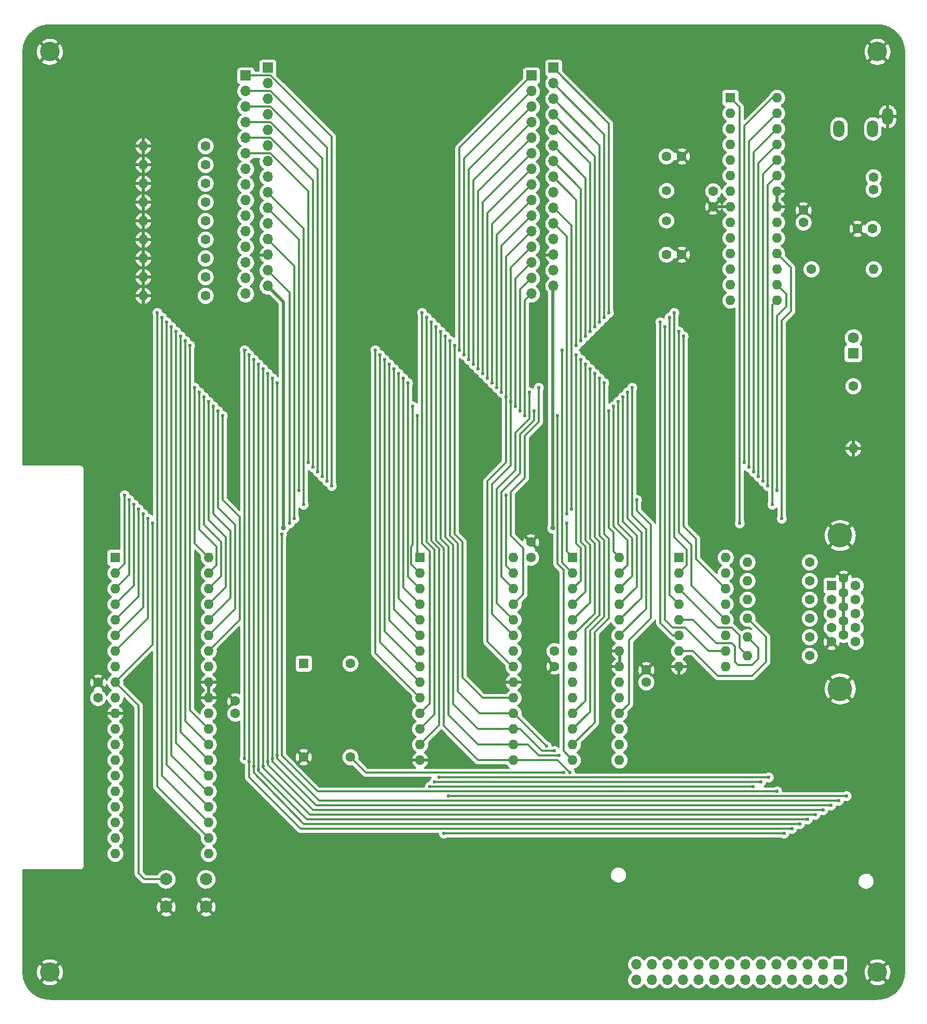
<source format=gbr>
%TF.GenerationSoftware,KiCad,Pcbnew,(5.99.0-7356-g63088e8bdb)*%
%TF.CreationDate,2020-12-15T21:08:53+08:00*%
%TF.ProjectId,DaughterBoard,44617567-6874-4657-9242-6f6172642e6b,rev?*%
%TF.SameCoordinates,Original*%
%TF.FileFunction,Copper,L2,Bot*%
%TF.FilePolarity,Positive*%
%FSLAX46Y46*%
G04 Gerber Fmt 4.6, Leading zero omitted, Abs format (unit mm)*
G04 Created by KiCad (PCBNEW (5.99.0-7356-g63088e8bdb)) date 2020-12-15 21:08:53*
%MOMM*%
%LPD*%
G01*
G04 APERTURE LIST*
%TA.AperFunction,ComponentPad*%
%ADD10C,1.600000*%
%TD*%
%TA.AperFunction,ComponentPad*%
%ADD11O,1.600000X1.600000*%
%TD*%
%TA.AperFunction,ComponentPad*%
%ADD12C,3.200000*%
%TD*%
%TA.AperFunction,ComponentPad*%
%ADD13C,2.000000*%
%TD*%
%TA.AperFunction,ComponentPad*%
%ADD14R,1.600000X1.600000*%
%TD*%
%TA.AperFunction,ComponentPad*%
%ADD15R,1.700000X1.700000*%
%TD*%
%TA.AperFunction,ComponentPad*%
%ADD16O,1.700000X1.700000*%
%TD*%
%TA.AperFunction,ComponentPad*%
%ADD17C,1.500000*%
%TD*%
%TA.AperFunction,ComponentPad*%
%ADD18R,1.800000X1.800000*%
%TD*%
%TA.AperFunction,ComponentPad*%
%ADD19C,1.800000*%
%TD*%
%TA.AperFunction,ComponentPad*%
%ADD20O,1.800000X2.800000*%
%TD*%
%TA.AperFunction,ComponentPad*%
%ADD21C,4.000000*%
%TD*%
%TA.AperFunction,ViaPad*%
%ADD22C,0.800000*%
%TD*%
%TA.AperFunction,ViaPad*%
%ADD23C,0.600000*%
%TD*%
%TA.AperFunction,Conductor*%
%ADD24C,0.500000*%
%TD*%
%TA.AperFunction,Conductor*%
%ADD25C,0.300000*%
%TD*%
%TA.AperFunction,Conductor*%
%ADD26C,0.254000*%
%TD*%
G04 APERTURE END LIST*
D10*
%TO.P,R13,1*%
%TO.N,BLUE*%
X153924000Y-126492000D03*
D11*
%TO.P,R13,2*%
%TO.N,Net-(R13-Pad2)*%
X143764000Y-126492000D03*
%TD*%
D10*
%TO.P,R7,1*%
%TO.N,/A010*%
X55372000Y-58674000D03*
D11*
%TO.P,R7,2*%
%TO.N,GND*%
X45212000Y-58674000D03*
%TD*%
D12*
%TO.P,H3,1,1*%
%TO.N,GND*%
X29973000Y-181102000D03*
%TD*%
D13*
%TO.P,SW1,1,1*%
%TO.N,GND*%
X48945800Y-170463600D03*
X55445800Y-170463600D03*
%TO.P,SW1,2,2*%
%TO.N,RESET*%
X55445800Y-165963600D03*
X48945800Y-165963600D03*
%TD*%
D14*
%TO.P,U1,1,~RESET~/PC6*%
%TO.N,RESET*%
X140970000Y-38608000D03*
D11*
%TO.P,U1,2,PD0*%
%TO.N,/D00*%
X140970000Y-41148000D03*
%TO.P,U1,3,PD1*%
%TO.N,/D01*%
X140970000Y-43688000D03*
%TO.P,U1,4,PD2*%
%TO.N,/D02*%
X140970000Y-46228000D03*
%TO.P,U1,5,PD3*%
%TO.N,/D03*%
X140970000Y-48768000D03*
%TO.P,U1,6,PD4*%
%TO.N,/D04*%
X140970000Y-51308000D03*
%TO.P,U1,7,VCC*%
%TO.N,+5V*%
X140970000Y-53848000D03*
%TO.P,U1,8,GND*%
%TO.N,GND*%
X140970000Y-56388000D03*
%TO.P,U1,9,XTAL1/PB6*%
%TO.N,XTAL1*%
X140970000Y-58928000D03*
%TO.P,U1,10,XTAL2/PB7*%
%TO.N,XTAL2*%
X140970000Y-61468000D03*
%TO.P,U1,11,PD5*%
%TO.N,/D05*%
X140970000Y-64008000D03*
%TO.P,U1,12,PD6*%
%TO.N,/D06*%
X140970000Y-66548000D03*
%TO.P,U1,13,PD7*%
%TO.N,/D07*%
X140970000Y-69088000D03*
%TO.P,U1,14,PB0*%
%TO.N,no_connect_114*%
X140970000Y-71628000D03*
%TO.P,U1,15,PB1*%
%TO.N,/RW*%
X148590000Y-71628000D03*
%TO.P,U1,16,PB2*%
%TO.N,/PORT1B*%
X148590000Y-69088000D03*
%TO.P,U1,17,PB3*%
%TO.N,AUDIO*%
X148590000Y-66548000D03*
%TO.P,U1,18,PB4*%
%TO.N,/CLOCK*%
X148590000Y-64008000D03*
%TO.P,U1,19,PB5*%
%TO.N,no_connect_115*%
X148590000Y-61468000D03*
%TO.P,U1,20,AVCC*%
%TO.N,+5V*%
X148590000Y-58928000D03*
%TO.P,U1,21,AREF*%
%TO.N,GND*%
X148590000Y-56388000D03*
%TO.P,U1,22,GND*%
X148590000Y-53848000D03*
%TO.P,U1,23,PC0*%
%TO.N,/A00*%
X148590000Y-51308000D03*
%TO.P,U1,24,PC1*%
%TO.N,/A01*%
X148590000Y-48768000D03*
%TO.P,U1,25,PC2*%
%TO.N,/A02*%
X148590000Y-46228000D03*
%TO.P,U1,26,PC3*%
%TO.N,/A03*%
X148590000Y-43688000D03*
%TO.P,U1,27,PC4*%
%TO.N,/A04*%
X148590000Y-41148000D03*
%TO.P,U1,28,PC5*%
%TO.N,/A05*%
X148590000Y-38608000D03*
%TD*%
D14*
%TO.P,X1,1,NC*%
%TO.N,no_connect_121*%
X71374000Y-130810000D03*
D10*
%TO.P,X1,7,GND*%
%TO.N,GND*%
X71374000Y-146050000D03*
%TO.P,X1,8,OUT*%
%TO.N,CLOCK2*%
X78994000Y-146050000D03*
%TO.P,X1,14,Vcc*%
%TO.N,+5V*%
X78994000Y-130810000D03*
%TD*%
D15*
%TO.P,J2,1,Pin_1*%
%TO.N,Net-(J1-Pad2)*%
X158660000Y-179832000D03*
D16*
%TO.P,J2,2,Pin_2*%
%TO.N,Net-(J1-Pad4)*%
X158660000Y-182372000D03*
%TO.P,J2,3,Pin_3*%
%TO.N,Net-(J1-Pad6)*%
X156120000Y-179832000D03*
%TO.P,J2,4,Pin_4*%
%TO.N,Net-(J1-Pad8)*%
X156120000Y-182372000D03*
%TO.P,J2,5,Pin_5*%
%TO.N,Net-(J1-Pad10)*%
X153580000Y-179832000D03*
%TO.P,J2,6,Pin_6*%
%TO.N,Net-(J1-Pad12)*%
X153580000Y-182372000D03*
%TO.P,J2,7,Pin_7*%
%TO.N,Net-(J1-Pad14)*%
X151040000Y-179832000D03*
%TO.P,J2,8,Pin_8*%
%TO.N,Net-(J1-Pad16)*%
X151040000Y-182372000D03*
%TO.P,J2,9,Pin_9*%
%TO.N,Net-(J1-Pad18)*%
X148500000Y-179832000D03*
%TO.P,J2,10,Pin_10*%
%TO.N,Net-(J1-Pad20)*%
X148500000Y-182372000D03*
%TO.P,J2,11,Pin_11*%
%TO.N,Net-(J1-Pad24)*%
X145960000Y-179832000D03*
%TO.P,J2,12,Pin_12*%
%TO.N,Net-(J1-Pad26)*%
X145960000Y-182372000D03*
%TO.P,J2,13,Pin_13*%
%TO.N,Net-(J1-Pad28)*%
X143420000Y-179832000D03*
%TO.P,J2,14,Pin_14*%
%TO.N,Net-(J1-Pad30)*%
X143420000Y-182372000D03*
%TO.P,J2,15,Pin_15*%
%TO.N,Net-(J1-Pad32)*%
X140880000Y-179832000D03*
%TO.P,J2,16,Pin_16*%
%TO.N,Net-(J1-Pad34)*%
X140880000Y-182372000D03*
%TO.P,J2,17,Pin_17*%
%TO.N,Net-(J1-Pad36)*%
X138340000Y-179832000D03*
%TO.P,J2,18,Pin_18*%
%TO.N,Net-(J1-Pad38)*%
X138340000Y-182372000D03*
%TO.P,J2,19,Pin_19*%
%TO.N,Net-(J1-Pad40)*%
X135800000Y-179832000D03*
%TO.P,J2,20,Pin_20*%
%TO.N,Net-(J1-Pad42)*%
X135800000Y-182372000D03*
%TO.P,J2,21,Pin_21*%
%TO.N,Net-(J1-Pad44)*%
X133260000Y-179832000D03*
%TO.P,J2,22,Pin_22*%
%TO.N,Net-(J1-Pad46)*%
X133260000Y-182372000D03*
%TO.P,J2,23,Pin_23*%
%TO.N,Net-(J1-Pad48)*%
X130720000Y-179832000D03*
%TO.P,J2,24,Pin_24*%
%TO.N,Net-(J1-Pad50)*%
X130720000Y-182372000D03*
%TO.P,J2,25,Pin_25*%
%TO.N,Net-(J1-Pad52)*%
X128180000Y-179832000D03*
%TO.P,J2,26,Pin_26*%
%TO.N,Net-(J1-Pad54)*%
X128180000Y-182372000D03*
%TO.P,J2,27,Pin_27*%
%TO.N,Net-(J1-Pad56)*%
X125640000Y-179832000D03*
%TO.P,J2,28,Pin_28*%
%TO.N,Net-(J1-Pad58)*%
X125640000Y-182372000D03*
%TD*%
D10*
%TO.P,C9,1*%
%TO.N,+5V*%
X127254000Y-133858000D03*
%TO.P,C9,2*%
%TO.N,GND*%
X127254000Y-131858000D03*
%TD*%
%TO.P,C10,1*%
%TO.N,+5V*%
X112268000Y-128778000D03*
%TO.P,C10,2*%
%TO.N,GND*%
X112268000Y-131278000D03*
%TD*%
%TO.P,R16,1*%
%TO.N,RED*%
X153924000Y-117348000D03*
D11*
%TO.P,R16,2*%
%TO.N,Net-(R16-Pad2)*%
X143764000Y-117348000D03*
%TD*%
D17*
%TO.P,Y1,1,1*%
%TO.N,XTAL2*%
X130556000Y-58637000D03*
%TO.P,Y1,2,2*%
%TO.N,XTAL1*%
X130556000Y-53737000D03*
%TD*%
D18*
%TO.P,D1,1,K*%
%TO.N,Net-(D1-Pad1)*%
X161036000Y-80264000D03*
D19*
%TO.P,D1,2,A*%
%TO.N,+5V*%
X161036000Y-77724000D03*
%TD*%
D10*
%TO.P,R14,1*%
%TO.N,GREEN*%
X153924000Y-123444000D03*
D11*
%TO.P,R14,2*%
%TO.N,Net-(R14-Pad2)*%
X143764000Y-123444000D03*
%TD*%
D10*
%TO.P,R15,1*%
%TO.N,GREEN*%
X153924000Y-120396000D03*
D11*
%TO.P,R15,2*%
%TO.N,Net-(R15-Pad2)*%
X143764000Y-120396000D03*
%TD*%
D14*
%TO.P,U4,1,~RESET~/PC6*%
%TO.N,RESET*%
X115276000Y-113538000D03*
D11*
%TO.P,U4,2,PD0*%
%TO.N,/A0*%
X115276000Y-116078000D03*
%TO.P,U4,3,PD1*%
%TO.N,/A1*%
X115276000Y-118618000D03*
%TO.P,U4,4,PD2*%
%TO.N,/A2*%
X115276000Y-121158000D03*
%TO.P,U4,5,PD3*%
%TO.N,/A3*%
X115276000Y-123698000D03*
%TO.P,U4,6,PD4*%
%TO.N,/A4*%
X115276000Y-126238000D03*
%TO.P,U4,7,VCC*%
%TO.N,+5V*%
X115276000Y-128778000D03*
%TO.P,U4,8,GND*%
%TO.N,GND*%
X115276000Y-131318000D03*
%TO.P,U4,9,XTAL1/PB6*%
%TO.N,CLOCK2*%
X115276000Y-133858000D03*
%TO.P,U4,10,XTAL2/PB7*%
%TO.N,no_connect_119*%
X115276000Y-136398000D03*
%TO.P,U4,11,PD5*%
%TO.N,/A5*%
X115276000Y-138938000D03*
%TO.P,U4,12,PD6*%
%TO.N,/A6*%
X115276000Y-141478000D03*
%TO.P,U4,13,PD7*%
%TO.N,/A7*%
X115276000Y-144018000D03*
%TO.P,U4,14,PB0*%
%TO.N,/A14*%
X115276000Y-146558000D03*
%TO.P,U4,15,PB1*%
%TO.N,HSYNC*%
X122896000Y-146558000D03*
%TO.P,U4,16,PB2*%
%TO.N,VSYNC*%
X122896000Y-144018000D03*
%TO.P,U4,17,PB3*%
%TO.N,HLINE*%
X122896000Y-141478000D03*
%TO.P,U4,18,PB4*%
%TO.N,VBLANK*%
X122896000Y-138938000D03*
%TO.P,U4,19,PB5*%
%TO.N,no_connect_120*%
X122896000Y-136398000D03*
%TO.P,U4,20,AVCC*%
%TO.N,+5V*%
X122896000Y-133858000D03*
%TO.P,U4,21,AREF*%
%TO.N,GND*%
X122896000Y-131318000D03*
%TO.P,U4,22,GND*%
X122896000Y-128778000D03*
%TO.P,U4,23,PC0*%
%TO.N,/A8*%
X122896000Y-126238000D03*
%TO.P,U4,24,PC1*%
%TO.N,/A9*%
X122896000Y-123698000D03*
%TO.P,U4,25,PC2*%
%TO.N,/A10*%
X122896000Y-121158000D03*
%TO.P,U4,26,PC3*%
%TO.N,/A11*%
X122896000Y-118618000D03*
%TO.P,U4,27,PC4*%
%TO.N,/A12*%
X122896000Y-116078000D03*
%TO.P,U4,28,PC5*%
%TO.N,/A13*%
X122896000Y-113538000D03*
%TD*%
D10*
%TO.P,R17,1*%
%TO.N,RED*%
X153924000Y-114300000D03*
D11*
%TO.P,R17,2*%
%TO.N,Net-(R17-Pad2)*%
X143764000Y-114300000D03*
%TD*%
D10*
%TO.P,R6,1*%
%TO.N,/A09*%
X55372000Y-55626000D03*
D11*
%TO.P,R6,2*%
%TO.N,GND*%
X45212000Y-55626000D03*
%TD*%
D14*
%TO.P,U2,1,PB0*%
%TO.N,ROMB*%
X40640000Y-113538000D03*
D11*
%TO.P,U2,2,PB1*%
%TO.N,WRAM*%
X40640000Y-116078000D03*
%TO.P,U2,3,PB2*%
%TO.N,VBLANK*%
X40640000Y-118618000D03*
%TO.P,U2,4,PB3*%
%TO.N,/RW*%
X40640000Y-121158000D03*
%TO.P,U2,5,PB4*%
%TO.N,/PORT2B*%
X40640000Y-123698000D03*
%TO.P,U2,6,PB5*%
%TO.N,/NMIB*%
X40640000Y-126238000D03*
%TO.P,U2,7,PB6*%
%TO.N,/CLOCK*%
X40640000Y-128778000D03*
%TO.P,U2,8,PB7*%
%TO.N,no_connect_118*%
X40640000Y-131318000D03*
%TO.P,U2,9,~RESET*%
%TO.N,RESET*%
X40640000Y-133858000D03*
%TO.P,U2,10,VCC*%
%TO.N,+5V*%
X40640000Y-136398000D03*
%TO.P,U2,11,GND*%
%TO.N,GND*%
X40640000Y-138938000D03*
%TO.P,U2,12,XTAL2*%
%TO.N,no_connect_116*%
X40640000Y-141478000D03*
%TO.P,U2,13,XTAL1*%
%TO.N,CLOCK2*%
X40640000Y-144018000D03*
%TO.P,U2,14,PD0*%
%TO.N,/A0*%
X40640000Y-146558000D03*
%TO.P,U2,15,PD1*%
%TO.N,/A1*%
X40640000Y-149098000D03*
%TO.P,U2,16,PD2*%
%TO.N,/A2*%
X40640000Y-151638000D03*
%TO.P,U2,17,PD3*%
%TO.N,/A3*%
X40640000Y-154178000D03*
%TO.P,U2,18,PD4*%
%TO.N,/A4*%
X40640000Y-156718000D03*
%TO.P,U2,19,PD5*%
%TO.N,/A5*%
X40640000Y-159258000D03*
%TO.P,U2,20,PD6*%
%TO.N,/A6*%
X40640000Y-161798000D03*
%TO.P,U2,21,PD7*%
%TO.N,/A7*%
X55880000Y-161798000D03*
%TO.P,U2,22,PC0*%
%TO.N,/D0*%
X55880000Y-159258000D03*
%TO.P,U2,23,PC1*%
%TO.N,/D1*%
X55880000Y-156718000D03*
%TO.P,U2,24,PC2*%
%TO.N,/D2*%
X55880000Y-154178000D03*
%TO.P,U2,25,PC3*%
%TO.N,/D3*%
X55880000Y-151638000D03*
%TO.P,U2,26,PC4*%
%TO.N,/D4*%
X55880000Y-149098000D03*
%TO.P,U2,27,PC5*%
%TO.N,/D5*%
X55880000Y-146558000D03*
%TO.P,U2,28,PC6*%
%TO.N,/D6*%
X55880000Y-144018000D03*
%TO.P,U2,29,PC7*%
%TO.N,/D7*%
X55880000Y-141478000D03*
%TO.P,U2,30,AVCC*%
%TO.N,+5V*%
X55880000Y-138938000D03*
%TO.P,U2,31,GND*%
%TO.N,GND*%
X55880000Y-136398000D03*
%TO.P,U2,32,AREF*%
X55880000Y-133858000D03*
%TO.P,U2,33,PA7*%
%TO.N,no_connect_117*%
X55880000Y-131318000D03*
%TO.P,U2,34,PA6*%
%TO.N,/A14*%
X55880000Y-128778000D03*
%TO.P,U2,35,PA5*%
%TO.N,/A13*%
X55880000Y-126238000D03*
%TO.P,U2,36,PA4*%
%TO.N,/A12*%
X55880000Y-123698000D03*
%TO.P,U2,37,PA3*%
%TO.N,/A11*%
X55880000Y-121158000D03*
%TO.P,U2,38,PA2*%
%TO.N,/A10*%
X55880000Y-118618000D03*
%TO.P,U2,39,PA1*%
%TO.N,/A9*%
X55880000Y-116078000D03*
%TO.P,U2,40,PA0*%
%TO.N,/A8*%
X55880000Y-113538000D03*
%TD*%
D10*
%TO.P,R9,1*%
%TO.N,/A012*%
X55372000Y-64770000D03*
D11*
%TO.P,R9,2*%
%TO.N,GND*%
X45212000Y-64770000D03*
%TD*%
D12*
%TO.P,H4,1,1*%
%TO.N,GND*%
X164973000Y-181102000D03*
%TD*%
D10*
%TO.P,R8,1*%
%TO.N,/A011*%
X55372000Y-61722000D03*
D11*
%TO.P,R8,2*%
%TO.N,GND*%
X45212000Y-61722000D03*
%TD*%
D20*
%TO.P,J5,R*%
%TO.N,N/C*%
X158724000Y-43656000D03*
%TO.P,J5,S*%
%TO.N,GND*%
X166624000Y-41656000D03*
%TO.P,J5,T*%
%TO.N,Net-(C6-Pad1)*%
X164224000Y-43656000D03*
%TD*%
D10*
%TO.P,C5,1*%
%TO.N,Net-(C5-Pad1)*%
X164219321Y-59954905D03*
%TO.P,C5,2*%
%TO.N,GND*%
X161719321Y-59954905D03*
%TD*%
%TO.P,C6,1*%
%TO.N,Net-(C6-Pad1)*%
X164338000Y-51562000D03*
%TO.P,C6,2*%
%TO.N,Net-(C5-Pad1)*%
X164338000Y-53562000D03*
%TD*%
%TO.P,R11,1*%
%TO.N,/A014*%
X55372000Y-70866000D03*
D11*
%TO.P,R11,2*%
%TO.N,GND*%
X45212000Y-70866000D03*
%TD*%
D10*
%TO.P,C4,1*%
%TO.N,+5V*%
X138176000Y-53848000D03*
%TO.P,C4,2*%
%TO.N,GND*%
X138176000Y-56348000D03*
%TD*%
%TO.P,R2,1*%
%TO.N,AUDIO*%
X154200401Y-66548000D03*
D11*
%TO.P,R2,2*%
%TO.N,Net-(C5-Pad1)*%
X164360401Y-66548000D03*
%TD*%
D21*
%TO.P,J6,0*%
%TO.N,GND*%
X158900000Y-134925000D03*
X158900000Y-109925000D03*
D14*
%TO.P,J6,1*%
%TO.N,RED*%
X157480000Y-118110000D03*
D10*
%TO.P,J6,2*%
%TO.N,GREEN*%
X157480000Y-120400000D03*
%TO.P,J6,3*%
%TO.N,BLUE*%
X157480000Y-122690000D03*
%TO.P,J6,4*%
%TO.N,no_connect_113*%
X157480000Y-124980000D03*
%TO.P,J6,5*%
%TO.N,GND*%
X157480000Y-127270000D03*
%TO.P,J6,6*%
X159460000Y-116965000D03*
%TO.P,J6,7*%
X159460000Y-119255000D03*
%TO.P,J6,8*%
X159460000Y-121545000D03*
%TO.P,J6,9*%
X159460000Y-123835000D03*
%TO.P,J6,10*%
X159460000Y-126125000D03*
%TO.P,J6,11*%
%TO.N,no_connect_110*%
X161440000Y-118110000D03*
%TO.P,J6,12*%
%TO.N,no_connect_111*%
X161440000Y-120400000D03*
%TO.P,J6,13*%
%TO.N,HSYNC*%
X161440000Y-122690000D03*
%TO.P,J6,14*%
%TO.N,VSYNC*%
X161440000Y-124980000D03*
%TO.P,J6,15*%
%TO.N,no_connect_112*%
X161440000Y-127270000D03*
%TD*%
%TO.P,R4,1*%
%TO.N,/A07*%
X55372000Y-49530000D03*
D11*
%TO.P,R4,2*%
%TO.N,GND*%
X45212000Y-49530000D03*
%TD*%
D10*
%TO.P,C12,1*%
%TO.N,+5V*%
X108458000Y-113538000D03*
%TO.P,C12,2*%
%TO.N,GND*%
X108458000Y-111038000D03*
%TD*%
%TO.P,R1,1*%
%TO.N,Net-(D1-Pad1)*%
X161036000Y-85598000D03*
D11*
%TO.P,R1,2*%
%TO.N,GND*%
X161036000Y-95758000D03*
%TD*%
D10*
%TO.P,R10,1*%
%TO.N,/A013*%
X55372000Y-67818000D03*
D11*
%TO.P,R10,2*%
%TO.N,GND*%
X45212000Y-67818000D03*
%TD*%
D10*
%TO.P,C3,1*%
%TO.N,+5V*%
X152908000Y-58928000D03*
%TO.P,C3,2*%
%TO.N,GND*%
X152908000Y-56928000D03*
%TD*%
%TO.P,C8,1*%
%TO.N,XTAL1*%
X130556000Y-48149000D03*
%TO.P,C8,2*%
%TO.N,GND*%
X133056000Y-48149000D03*
%TD*%
D14*
%TO.P,U5,1,A14*%
%TO.N,/A14*%
X90364000Y-113538000D03*
D11*
%TO.P,U5,2,A12*%
%TO.N,/A12*%
X90364000Y-116078000D03*
%TO.P,U5,3,A7*%
%TO.N,/A7*%
X90364000Y-118618000D03*
%TO.P,U5,4,A6*%
%TO.N,/A6*%
X90364000Y-121158000D03*
%TO.P,U5,5,A5*%
%TO.N,/A5*%
X90364000Y-123698000D03*
%TO.P,U5,6,A4*%
%TO.N,/A4*%
X90364000Y-126238000D03*
%TO.P,U5,7,A3*%
%TO.N,/A3*%
X90364000Y-128778000D03*
%TO.P,U5,8,A2*%
%TO.N,/A2*%
X90364000Y-131318000D03*
%TO.P,U5,9,A1*%
%TO.N,/A1*%
X90364000Y-133858000D03*
%TO.P,U5,10,A0*%
%TO.N,/A0*%
X90364000Y-136398000D03*
%TO.P,U5,11,Q0*%
%TO.N,/D0*%
X90364000Y-138938000D03*
%TO.P,U5,12,Q1*%
%TO.N,/D1*%
X90364000Y-141478000D03*
%TO.P,U5,13,Q2*%
%TO.N,/D2*%
X90364000Y-144018000D03*
%TO.P,U5,14,GND*%
%TO.N,GND*%
X90364000Y-146558000D03*
%TO.P,U5,15,Q3*%
%TO.N,/D3*%
X105604000Y-146558000D03*
%TO.P,U5,16,Q4*%
%TO.N,/D4*%
X105604000Y-144018000D03*
%TO.P,U5,17,Q5*%
%TO.N,/D5*%
X105604000Y-141478000D03*
%TO.P,U5,18,Q6*%
%TO.N,/D6*%
X105604000Y-138938000D03*
%TO.P,U5,19,Q7*%
%TO.N,/D7*%
X105604000Y-136398000D03*
%TO.P,U5,20,~CS*%
%TO.N,GND*%
X105604000Y-133858000D03*
%TO.P,U5,21,A10*%
%TO.N,/A10*%
X105604000Y-131318000D03*
%TO.P,U5,22,~OE*%
%TO.N,HLINE*%
X105604000Y-128778000D03*
%TO.P,U5,23,A11*%
%TO.N,/A11*%
X105604000Y-126238000D03*
%TO.P,U5,24,A9*%
%TO.N,/A9*%
X105604000Y-123698000D03*
%TO.P,U5,25,A8*%
%TO.N,/A8*%
X105604000Y-121158000D03*
%TO.P,U5,26,A13*%
%TO.N,/A13*%
X105604000Y-118618000D03*
%TO.P,U5,27,~WE*%
%TO.N,WRAM*%
X105604000Y-116078000D03*
%TO.P,U5,28,VCC*%
%TO.N,+5V*%
X105604000Y-113538000D03*
%TD*%
D10*
%TO.P,R3,1*%
%TO.N,/A06*%
X55372000Y-46482000D03*
D11*
%TO.P,R3,2*%
%TO.N,GND*%
X45212000Y-46482000D03*
%TD*%
D10*
%TO.P,R12,1*%
%TO.N,BLUE*%
X153924000Y-129540000D03*
D11*
%TO.P,R12,2*%
%TO.N,Net-(R12-Pad2)*%
X143764000Y-129540000D03*
%TD*%
D12*
%TO.P,H2,1,1*%
%TO.N,GND*%
X29973000Y-31102000D03*
%TD*%
D10*
%TO.P,C11,1*%
%TO.N,+5V*%
X60198000Y-138938000D03*
%TO.P,C11,2*%
%TO.N,GND*%
X60198000Y-136938000D03*
%TD*%
D14*
%TO.P,U6,1,E1*%
%TO.N,HLINE*%
X132588000Y-113538000D03*
D11*
%TO.P,U6,2,I1*%
%TO.N,/D0*%
X132588000Y-116078000D03*
%TO.P,U6,3,O1*%
%TO.N,Net-(R12-Pad2)*%
X132588000Y-118618000D03*
%TO.P,U6,4,I2*%
%TO.N,/D1*%
X132588000Y-121158000D03*
%TO.P,U6,5,O2*%
%TO.N,Net-(R13-Pad2)*%
X132588000Y-123698000D03*
%TO.P,U6,6,I3*%
%TO.N,/D2*%
X132588000Y-126238000D03*
%TO.P,U6,7,O3*%
%TO.N,Net-(R14-Pad2)*%
X132588000Y-128778000D03*
%TO.P,U6,8,GND*%
%TO.N,GND*%
X132588000Y-131318000D03*
%TO.P,U6,9,O4*%
%TO.N,Net-(R15-Pad2)*%
X140208000Y-131318000D03*
%TO.P,U6,10,I4*%
%TO.N,/D3*%
X140208000Y-128778000D03*
%TO.P,U6,11,O5*%
%TO.N,Net-(R16-Pad2)*%
X140208000Y-126238000D03*
%TO.P,U6,12,I5*%
%TO.N,/D4*%
X140208000Y-123698000D03*
%TO.P,U6,13,O6*%
%TO.N,Net-(R17-Pad2)*%
X140208000Y-121158000D03*
%TO.P,U6,14,I6*%
%TO.N,/D5*%
X140208000Y-118618000D03*
%TO.P,U6,15,E2*%
%TO.N,HLINE*%
X140208000Y-116078000D03*
%TO.P,U6,16,VCC*%
%TO.N,+5V*%
X140208000Y-113538000D03*
%TD*%
D10*
%TO.P,C14,1*%
%TO.N,+5V*%
X37846000Y-136398000D03*
%TO.P,C14,2*%
%TO.N,GND*%
X37846000Y-133898000D03*
%TD*%
%TO.P,R5,1*%
%TO.N,/A08*%
X55372000Y-52578000D03*
D11*
%TO.P,R5,2*%
%TO.N,GND*%
X45212000Y-52578000D03*
%TD*%
D12*
%TO.P,H1,1,1*%
%TO.N,GND*%
X164973000Y-31102000D03*
%TD*%
D10*
%TO.P,C7,1*%
%TO.N,XTAL2*%
X130556000Y-64151000D03*
%TO.P,C7,2*%
%TO.N,GND*%
X133056000Y-64151000D03*
%TD*%
D15*
%TO.P,J3,1,Pin_1*%
%TO.N,/D00*%
X65532000Y-33741000D03*
D16*
%TO.P,J3,2,Pin_2*%
%TO.N,/D01*%
X65532000Y-36281000D03*
%TO.P,J3,3,Pin_3*%
%TO.N,/D02*%
X65532000Y-38821000D03*
%TO.P,J3,4,Pin_4*%
%TO.N,/D03*%
X65532000Y-41361000D03*
%TO.P,J3,5,Pin_5*%
%TO.N,/D04*%
X65532000Y-43901000D03*
%TO.P,J3,6,Pin_6*%
%TO.N,/D05*%
X65532000Y-46441000D03*
%TO.P,J3,7,Pin_7*%
%TO.N,/D06*%
X65532000Y-48981000D03*
%TO.P,J3,8,Pin_8*%
%TO.N,/D07*%
X65532000Y-51521000D03*
%TO.P,J3,9,Pin_9*%
%TO.N,/RW*%
X65532000Y-54061000D03*
%TO.P,J3,10,Pin_10*%
%TO.N,/PORT1B*%
X65532000Y-56601000D03*
%TO.P,J3,11,Pin_11*%
%TO.N,no_connect_109*%
X65532000Y-59141000D03*
%TO.P,J3,12,Pin_12*%
%TO.N,/CLOCK*%
X65532000Y-61681000D03*
%TO.P,J3,13,Pin_13*%
%TO.N,GND*%
X65532000Y-64221000D03*
%TO.P,J3,14,Pin_14*%
%TO.N,RESET*%
X65532000Y-66761000D03*
%TO.P,J3,15,Pin_15*%
%TO.N,+5V*%
X65532000Y-69301000D03*
%TD*%
D15*
%TO.P,J7,1,Pin_1*%
%TO.N,/A00*%
X61917000Y-35011000D03*
D16*
%TO.P,J7,2,Pin_2*%
%TO.N,/A01*%
X61917000Y-37551000D03*
%TO.P,J7,3,Pin_3*%
%TO.N,/A02*%
X61917000Y-40091000D03*
%TO.P,J7,4,Pin_4*%
%TO.N,/A03*%
X61917000Y-42631000D03*
%TO.P,J7,5,Pin_5*%
%TO.N,/A04*%
X61917000Y-45171000D03*
%TO.P,J7,6,Pin_6*%
%TO.N,/A05*%
X61917000Y-47711000D03*
%TO.P,J7,7,Pin_7*%
%TO.N,/A06*%
X61917000Y-50251000D03*
%TO.P,J7,8,Pin_8*%
%TO.N,/A07*%
X61917000Y-52791000D03*
%TO.P,J7,9,Pin_9*%
%TO.N,/A08*%
X61917000Y-55331000D03*
%TO.P,J7,10,Pin_10*%
%TO.N,/A09*%
X61917000Y-57871000D03*
%TO.P,J7,11,Pin_11*%
%TO.N,/A010*%
X61917000Y-60411000D03*
%TO.P,J7,12,Pin_12*%
%TO.N,/A011*%
X61917000Y-62951000D03*
%TO.P,J7,13,Pin_13*%
%TO.N,/A012*%
X61917000Y-65491000D03*
%TO.P,J7,14,Pin_14*%
%TO.N,/A013*%
X61917000Y-68031000D03*
%TO.P,J7,15,Pin_15*%
%TO.N,/A014*%
X61917000Y-70571000D03*
%TD*%
D15*
%TO.P,J4,1,Pin_1*%
%TO.N,/D0*%
X112166400Y-33741000D03*
D16*
%TO.P,J4,2,Pin_2*%
%TO.N,/D1*%
X112166400Y-36281000D03*
%TO.P,J4,3,Pin_3*%
%TO.N,/D2*%
X112166400Y-38821000D03*
%TO.P,J4,4,Pin_4*%
%TO.N,/D3*%
X112166400Y-41361000D03*
%TO.P,J4,5,Pin_5*%
%TO.N,/D4*%
X112166400Y-43901000D03*
%TO.P,J4,6,Pin_6*%
%TO.N,/D5*%
X112166400Y-46441000D03*
%TO.P,J4,7,Pin_7*%
%TO.N,/D6*%
X112166400Y-48981000D03*
%TO.P,J4,8,Pin_8*%
%TO.N,/D7*%
X112166400Y-51521000D03*
%TO.P,J4,9,Pin_9*%
%TO.N,/RW*%
X112166400Y-54061000D03*
%TO.P,J4,10,Pin_10*%
%TO.N,/PORT2B*%
X112166400Y-56601000D03*
%TO.P,J4,11,Pin_11*%
%TO.N,/NMIB*%
X112166400Y-59141000D03*
%TO.P,J4,12,Pin_12*%
%TO.N,/CLOCK*%
X112166400Y-61681000D03*
%TO.P,J4,13,Pin_13*%
%TO.N,GND*%
X112166400Y-64221000D03*
%TO.P,J4,14,Pin_14*%
%TO.N,RESET*%
X112166400Y-66761000D03*
%TO.P,J4,15,Pin_15*%
%TO.N,+5V*%
X112166400Y-69301000D03*
%TD*%
D15*
%TO.P,J8,1,Pin_1*%
%TO.N,/A0*%
X108536843Y-35011000D03*
D16*
%TO.P,J8,2,Pin_2*%
%TO.N,/A1*%
X108536843Y-37551000D03*
%TO.P,J8,3,Pin_3*%
%TO.N,/A2*%
X108536843Y-40091000D03*
%TO.P,J8,4,Pin_4*%
%TO.N,/A3*%
X108536843Y-42631000D03*
%TO.P,J8,5,Pin_5*%
%TO.N,/A4*%
X108536843Y-45171000D03*
%TO.P,J8,6,Pin_6*%
%TO.N,/A5*%
X108536843Y-47711000D03*
%TO.P,J8,7,Pin_7*%
%TO.N,/A6*%
X108536843Y-50251000D03*
%TO.P,J8,8,Pin_8*%
%TO.N,/A7*%
X108536843Y-52791000D03*
%TO.P,J8,9,Pin_9*%
%TO.N,/A8*%
X108536843Y-55331000D03*
%TO.P,J8,10,Pin_10*%
%TO.N,/A9*%
X108536843Y-57871000D03*
%TO.P,J8,11,Pin_11*%
%TO.N,/A10*%
X108536843Y-60411000D03*
%TO.P,J8,12,Pin_12*%
%TO.N,/A11*%
X108536843Y-62951000D03*
%TO.P,J8,13,Pin_13*%
%TO.N,/A12*%
X108536843Y-65491000D03*
%TO.P,J8,14,Pin_14*%
%TO.N,/A13*%
X108536843Y-68031000D03*
%TO.P,J8,15,Pin_15*%
%TO.N,/A14*%
X108536843Y-70571000D03*
%TD*%
D22*
%TO.N,GND*%
X133514000Y-165495000D03*
X143674000Y-165495000D03*
%TO.N,+5V*%
X68072000Y-108712000D03*
X112014000Y-108712000D03*
D23*
%TO.N,RESET*%
X69088000Y-107950000D03*
X114300000Y-107950000D03*
X46736000Y-107950000D03*
X142494000Y-107950000D03*
%TO.N,/CLOCK*%
X45974000Y-107188000D03*
X149352000Y-107188000D03*
X69850000Y-107188000D03*
%TO.N,/PORT1B*%
X148590000Y-102616000D03*
X70612000Y-102616000D03*
%TO.N,/RW*%
X43688000Y-104902000D03*
X147828000Y-104902000D03*
X71374000Y-104902000D03*
%TO.N,/NMIB*%
X45212000Y-106426000D03*
X114300000Y-106426000D03*
%TO.N,/PORT2B*%
X44450000Y-105664000D03*
X115062000Y-105664000D03*
%TO.N,/D7*%
X52832000Y-78994000D03*
X96012000Y-78994000D03*
X115824000Y-78994000D03*
%TO.N,/D6*%
X95250000Y-78232000D03*
X116586000Y-78232000D03*
X110998000Y-144272000D03*
X52070000Y-78232000D03*
%TO.N,/D5*%
X112268000Y-145034000D03*
X51308000Y-77470000D03*
X117348000Y-77470000D03*
X94488000Y-77470000D03*
X133350000Y-77470000D03*
%TO.N,/D4*%
X113030000Y-145796000D03*
X118110000Y-76708000D03*
X93726000Y-76708000D03*
X50546000Y-76708000D03*
X132588000Y-76708000D03*
%TO.N,/D3*%
X92964000Y-75946000D03*
X130302000Y-75946000D03*
X49784000Y-75946000D03*
X114808000Y-148590000D03*
X118872000Y-75946000D03*
%TO.N,/D2*%
X144690000Y-150876000D03*
X91948000Y-150876000D03*
X92202000Y-75184000D03*
X49022000Y-75184000D03*
X119634000Y-75184000D03*
X129540000Y-75184000D03*
%TO.N,/D1*%
X131064000Y-74422000D03*
X91440000Y-74422000D03*
X92710000Y-150114000D03*
X120396000Y-74422000D03*
X48260000Y-74422000D03*
X145960000Y-150114000D03*
%TO.N,/D0*%
X47498000Y-73660000D03*
X131826000Y-73660000D03*
X93472000Y-149352000D03*
X121158000Y-73660000D03*
X147230000Y-149352000D03*
X90678000Y-73660000D03*
%TO.N,/A05*%
X143256000Y-98044000D03*
X72136000Y-98044000D03*
%TO.N,/A04*%
X72898000Y-98806000D03*
X144018000Y-98806000D03*
%TO.N,/A03*%
X144780000Y-99568000D03*
X73660000Y-99568000D03*
%TO.N,/A02*%
X145542000Y-100330000D03*
X74422000Y-100330000D03*
%TO.N,/A01*%
X146304000Y-101092000D03*
X75184000Y-101092000D03*
%TO.N,/A00*%
X147066000Y-101854000D03*
X75946000Y-101854000D03*
%TO.N,/A14*%
X112776000Y-90424000D03*
X89916000Y-90424000D03*
X58166000Y-90424000D03*
X107442000Y-90424000D03*
%TO.N,/A13*%
X106680000Y-89662000D03*
X57404000Y-89662000D03*
X108966000Y-89662000D03*
X121158000Y-89662000D03*
%TO.N,/A12*%
X121920000Y-88900000D03*
X56642000Y-88900000D03*
X105918000Y-88900000D03*
X94996000Y-152400000D03*
X159930000Y-152400000D03*
X89154000Y-88900000D03*
%TO.N,/A11*%
X55880000Y-88138000D03*
X122682000Y-88138000D03*
X105156000Y-88138000D03*
%TO.N,/A10*%
X104394000Y-87376000D03*
X55118000Y-87376000D03*
X123444000Y-87376000D03*
%TO.N,/A9*%
X108204000Y-86614000D03*
X54356000Y-86614000D03*
X124206000Y-86614000D03*
X103632000Y-86614000D03*
%TO.N,/A8*%
X124968000Y-85852000D03*
X102870000Y-85852000D03*
X109728000Y-85852000D03*
X53594000Y-85852000D03*
%TO.N,/A7*%
X88392000Y-85090000D03*
X158660000Y-153162000D03*
X67056000Y-85090000D03*
X120396000Y-85090000D03*
X67056000Y-145796000D03*
X102108000Y-85090000D03*
%TO.N,/A6*%
X101346000Y-84328000D03*
X119634000Y-84328000D03*
X66294000Y-84328000D03*
X66294000Y-146304000D03*
X87630000Y-84328000D03*
X157390000Y-153924000D03*
%TO.N,/A5*%
X156120000Y-154686000D03*
X65532000Y-83566000D03*
X86868000Y-83566000D03*
X65532000Y-146812000D03*
X118872000Y-83566000D03*
X100584000Y-83566000D03*
%TO.N,/A4*%
X86106000Y-82804000D03*
X99822000Y-82804000D03*
X64770000Y-82804000D03*
X64770000Y-147574000D03*
X118110000Y-82804000D03*
X154850000Y-155448000D03*
%TO.N,/A3*%
X99060000Y-82042000D03*
X85344000Y-82042000D03*
X64008000Y-148082000D03*
X153580000Y-156210000D03*
X64008000Y-82042000D03*
X117348000Y-82042000D03*
%TO.N,/A2*%
X116586000Y-81280000D03*
X63246000Y-147574000D03*
X152310000Y-156972000D03*
X98298000Y-81280000D03*
X63246000Y-81280000D03*
X84582000Y-81280000D03*
%TO.N,/A1*%
X97536000Y-80518000D03*
X115824000Y-80518000D03*
X62484000Y-80518000D03*
X83820000Y-80518000D03*
X62484000Y-146812000D03*
X151040000Y-157734000D03*
%TO.N,/A0*%
X61722000Y-146304000D03*
X113538000Y-79756000D03*
X149770000Y-158496000D03*
X61722000Y-79756000D03*
X94234000Y-158496000D03*
X83058000Y-79756000D03*
X96774000Y-79756000D03*
%TO.N,CLOCK2*%
X113792000Y-148590000D03*
%TO.N,VBLANK*%
X125730000Y-104140000D03*
X42926000Y-104140000D03*
%TO.N,WRAM*%
X42164000Y-103378000D03*
X104394000Y-103378000D03*
%TO.N,ROMB*%
X67818000Y-109728000D03*
X148590000Y-151638000D03*
%TD*%
D24*
%TO.N,GND*%
X159460000Y-116965000D02*
X159460000Y-119255000D01*
X159460000Y-121545000D02*
X159460000Y-123835000D01*
X159460000Y-119255000D02*
X159460000Y-121545000D01*
X159460000Y-123835000D02*
X159460000Y-126125000D01*
X138176000Y-56348000D02*
X140930000Y-56348000D01*
%TO.N,+5V*%
X112014000Y-108712000D02*
X112014000Y-69453400D01*
X66548000Y-70372386D02*
X65476614Y-69301000D01*
X66548000Y-70372386D02*
X68072000Y-71896386D01*
X112014000Y-69453400D02*
X112166400Y-69301000D01*
X68072000Y-71896386D02*
X68072000Y-108712000D01*
D25*
%TO.N,RESET*%
X115316000Y-113498000D02*
X114300000Y-112482000D01*
X142494000Y-107950000D02*
X142494000Y-40132000D01*
X46736000Y-127762000D02*
X46736000Y-107950000D01*
X114300000Y-112482000D02*
X114300000Y-107950000D01*
X67310000Y-68594386D02*
X69088000Y-70372386D01*
X40640000Y-133858000D02*
X46736000Y-127762000D01*
X44450000Y-137668000D02*
X44450000Y-165023800D01*
X142494000Y-40132000D02*
X140970000Y-38608000D01*
X69088000Y-70372386D02*
X69088000Y-107950000D01*
X45389800Y-165963600D02*
X44450000Y-165023800D01*
X48945800Y-165963600D02*
X45389800Y-165963600D01*
X67310000Y-68594386D02*
X65476614Y-66761000D01*
X40640000Y-133858000D02*
X44450000Y-137668000D01*
%TO.N,/CLOCK*%
X69850000Y-66054386D02*
X65476614Y-61681000D01*
X69850000Y-107188000D02*
X69850000Y-66054386D01*
X150876000Y-73406000D02*
X149352000Y-74930000D01*
X45974000Y-123444000D02*
X45974000Y-107188000D01*
X150876000Y-66294000D02*
X148590000Y-64008000D01*
X40640000Y-128778000D02*
X45974000Y-123444000D01*
X150876000Y-73406000D02*
X150876000Y-66294000D01*
X149352000Y-74930000D02*
X149352000Y-107188000D01*
%TO.N,/PORT1B*%
X148590000Y-74168000D02*
X148590000Y-102616000D01*
X150114000Y-72644000D02*
X148590000Y-74168000D01*
X150114000Y-70612000D02*
X148590000Y-69088000D01*
X150114000Y-72644000D02*
X150114000Y-70612000D01*
X70612000Y-61736386D02*
X65476614Y-56601000D01*
X70612000Y-102616000D02*
X70612000Y-61736386D01*
%TO.N,/RW*%
X71374000Y-104902000D02*
X71374000Y-59958386D01*
X147828000Y-104902000D02*
X147828000Y-72390000D01*
X43688000Y-118110000D02*
X43688000Y-104902000D01*
X71374000Y-59958386D02*
X65476614Y-54061000D01*
X40640000Y-121158000D02*
X43688000Y-118110000D01*
X147828000Y-72390000D02*
X148590000Y-71628000D01*
%TO.N,/NMIB*%
X114300000Y-79771980D02*
X114307990Y-79763990D01*
X114307990Y-61221990D02*
X112227000Y-59141000D01*
X40640000Y-126238000D02*
X45212000Y-121666000D01*
X114300000Y-106426000D02*
X114300000Y-79771980D01*
X114307990Y-79763990D02*
X114307990Y-61221990D01*
X45212000Y-121666000D02*
X45212000Y-106426000D01*
%TO.N,/PORT2B*%
X115062000Y-59436000D02*
X112227000Y-56601000D01*
X44450000Y-119888000D02*
X44450000Y-105664000D01*
X115062000Y-105664000D02*
X115062000Y-59436000D01*
X40640000Y-123698000D02*
X44450000Y-119888000D01*
%TO.N,/D7*%
X97282000Y-133096000D02*
X100584000Y-136398000D01*
X115824000Y-55252157D02*
X112092843Y-51521000D01*
X100584000Y-136398000D02*
X105604000Y-136398000D01*
X115824000Y-78994000D02*
X115824000Y-55252157D01*
X96012000Y-109728000D02*
X97282000Y-110998000D01*
X97282000Y-110998000D02*
X97282000Y-133096000D01*
X52832000Y-78994000D02*
X52832000Y-138430000D01*
X52832000Y-138430000D02*
X55880000Y-141478000D01*
X96012000Y-78994000D02*
X96012000Y-109728000D01*
%TO.N,/D6*%
X95250000Y-78232000D02*
X95250000Y-109982000D01*
X96520000Y-135382000D02*
X100076000Y-138938000D01*
X52070000Y-78232000D02*
X52070000Y-140208000D01*
X116586000Y-53474157D02*
X112092843Y-48981000D01*
X95250000Y-109982000D02*
X96520000Y-111252000D01*
X110998000Y-144272000D02*
X105664000Y-138938000D01*
X105664000Y-138938000D02*
X105604000Y-138938000D01*
X116586000Y-78232000D02*
X116586000Y-53474157D01*
X100076000Y-138938000D02*
X105604000Y-138938000D01*
X52070000Y-140208000D02*
X55880000Y-144018000D01*
X96520000Y-111252000D02*
X96520000Y-135382000D01*
%TO.N,/D5*%
X117348000Y-51696157D02*
X112092843Y-46441000D01*
X133350000Y-77470000D02*
X133350000Y-108458000D01*
X99822000Y-141478000D02*
X105604000Y-141478000D01*
X106680000Y-141478000D02*
X105604000Y-141478000D01*
X51308000Y-141986000D02*
X55880000Y-146558000D01*
X95758000Y-111506000D02*
X95758000Y-137414000D01*
X117348000Y-51696157D02*
X117348000Y-77470000D01*
X94488000Y-110236000D02*
X95758000Y-111506000D01*
X51308000Y-77470000D02*
X51308000Y-141986000D01*
X112268000Y-145034000D02*
X110236000Y-145034000D01*
X110236000Y-145034000D02*
X106680000Y-141478000D01*
X135382000Y-110490000D02*
X135382000Y-113792000D01*
X95758000Y-137414000D02*
X99822000Y-141478000D01*
X94488000Y-77470000D02*
X94488000Y-110236000D01*
X133350000Y-108458000D02*
X135382000Y-110490000D01*
X140208000Y-118618000D02*
X135382000Y-113792000D01*
%TO.N,/D4*%
X140208000Y-123698000D02*
X134620000Y-118110000D01*
X134620000Y-118110000D02*
X134620000Y-111506000D01*
X109982000Y-145796000D02*
X113030000Y-145796000D01*
X99822000Y-144018000D02*
X105604000Y-144018000D01*
X50546000Y-143764000D02*
X55880000Y-149098000D01*
X118110000Y-49276000D02*
X112735000Y-43901000D01*
X105604000Y-144018000D02*
X107950000Y-144018000D01*
X118110000Y-49276000D02*
X118110000Y-76708000D01*
X107950000Y-144018000D02*
X109728000Y-145796000D01*
X50546000Y-76708000D02*
X50546000Y-143764000D01*
X109728000Y-145796000D02*
X109982000Y-145796000D01*
X93726000Y-110490000D02*
X94996000Y-111760000D01*
X94996000Y-111760000D02*
X94996000Y-139192000D01*
X134620000Y-111506000D02*
X132588000Y-109474000D01*
X132588000Y-109474000D02*
X132588000Y-76708000D01*
X93726000Y-76708000D02*
X93726000Y-110490000D01*
X94996000Y-139192000D02*
X99822000Y-144018000D01*
%TO.N,/D3*%
X49784000Y-75946000D02*
X49784000Y-145796000D01*
X49784000Y-145796000D02*
X55626000Y-151638000D01*
X92964000Y-110744000D02*
X94234000Y-112014000D01*
X99822000Y-146558000D02*
X105604000Y-146558000D01*
X131572000Y-124968000D02*
X133604000Y-124968000D01*
X118872000Y-48140157D02*
X118872000Y-75946000D01*
X118872000Y-48140157D02*
X112092843Y-41361000D01*
X94234000Y-140970000D02*
X99822000Y-146558000D01*
X130302000Y-75946000D02*
X130302000Y-123698000D01*
X112776000Y-146558000D02*
X114808000Y-148590000D01*
X137414000Y-128778000D02*
X140208000Y-128778000D01*
X133604000Y-124968000D02*
X137414000Y-128778000D01*
X105604000Y-146558000D02*
X112776000Y-146558000D01*
X92964000Y-75946000D02*
X92964000Y-110744000D01*
X130302000Y-123698000D02*
X131572000Y-124968000D01*
X94234000Y-112014000D02*
X94234000Y-140970000D01*
%TO.N,/D2*%
X92202000Y-110853760D02*
X93472000Y-112123760D01*
X91948000Y-150876000D02*
X144690000Y-150876000D01*
X49022000Y-75184000D02*
X49022000Y-147320000D01*
X132588000Y-126238000D02*
X131572000Y-126238000D01*
X129540000Y-124206000D02*
X129540000Y-77470000D01*
X93472000Y-112123760D02*
X93472000Y-140910000D01*
X112092843Y-38821000D02*
X119634000Y-46362157D01*
X49022000Y-147320000D02*
X55880000Y-154178000D01*
X119634000Y-46362157D02*
X119634000Y-75184000D01*
X131572000Y-126238000D02*
X129540000Y-124206000D01*
X92202000Y-75184000D02*
X92202000Y-110853760D01*
X93472000Y-140910000D02*
X90364000Y-144018000D01*
X129540000Y-77470000D02*
X129540000Y-76653120D01*
X129540000Y-75184000D02*
X129540000Y-77470000D01*
%TO.N,/D1*%
X120396000Y-44584157D02*
X120396000Y-74422000D01*
X92710000Y-139132000D02*
X90364000Y-141478000D01*
X112092843Y-36281000D02*
X120396000Y-44584157D01*
X91440000Y-110998000D02*
X92710000Y-112268000D01*
X131064000Y-74422000D02*
X131064000Y-119634000D01*
X48260000Y-149098000D02*
X48260000Y-74422000D01*
X131064000Y-119634000D02*
X132588000Y-121158000D01*
X91440000Y-74422000D02*
X91440000Y-110998000D01*
X92710000Y-112268000D02*
X92710000Y-139132000D01*
X55880000Y-156718000D02*
X48260000Y-149098000D01*
X92710000Y-150114000D02*
X145960000Y-150114000D01*
%TO.N,/D0*%
X91948000Y-112522000D02*
X91948000Y-137354000D01*
X121158000Y-73660000D02*
X121158000Y-42806157D01*
X131826000Y-110236000D02*
X131826000Y-73660000D01*
X133858000Y-114808000D02*
X133858000Y-112268000D01*
X133858000Y-112268000D02*
X131826000Y-110236000D01*
X121158000Y-42806157D02*
X112092843Y-33741000D01*
X90678000Y-73660000D02*
X90678000Y-111252000D01*
X132588000Y-116078000D02*
X133858000Y-114808000D01*
X93472000Y-149352000D02*
X147230000Y-149352000D01*
X91948000Y-137354000D02*
X90364000Y-138938000D01*
X55880000Y-159258000D02*
X47498000Y-150876000D01*
X47498000Y-150876000D02*
X47498000Y-73660000D01*
X90678000Y-111252000D02*
X91948000Y-112522000D01*
%TO.N,/A05*%
X147828000Y-38608000D02*
X148590000Y-38608000D01*
X65982616Y-47711000D02*
X61917000Y-47711000D01*
X72136000Y-98044000D02*
X72136000Y-53864384D01*
X143256000Y-98044000D02*
X143256000Y-43180000D01*
X72136000Y-53864384D02*
X65982616Y-47711000D01*
X143256000Y-43180000D02*
X147828000Y-38608000D01*
%TO.N,/A04*%
X65982616Y-45171000D02*
X61917000Y-45171000D01*
X144018000Y-98806000D02*
X144018000Y-45720000D01*
X72898000Y-52086384D02*
X65982616Y-45171000D01*
X72898000Y-98806000D02*
X72898000Y-52086384D01*
X144018000Y-45720000D02*
X148590000Y-41148000D01*
%TO.N,/A03*%
X73660000Y-50308384D02*
X65982616Y-42631000D01*
X144780000Y-47498000D02*
X148590000Y-43688000D01*
X144780000Y-99568000D02*
X144780000Y-47498000D01*
X65982616Y-42631000D02*
X61917000Y-42631000D01*
X73660000Y-99568000D02*
X73660000Y-50308384D01*
%TO.N,/A02*%
X65982616Y-40091000D02*
X61917000Y-40091000D01*
X74422000Y-100330000D02*
X74422000Y-48530384D01*
X145542000Y-49276000D02*
X148590000Y-46228000D01*
X74422000Y-48530384D02*
X65982616Y-40091000D01*
X145542000Y-100330000D02*
X145542000Y-49276000D01*
%TO.N,/A01*%
X65982616Y-37551000D02*
X61917000Y-37551000D01*
X146304000Y-51054000D02*
X148590000Y-48768000D01*
X75184000Y-101092000D02*
X75184000Y-46752384D01*
X146304000Y-101092000D02*
X146304000Y-51054000D01*
X75184000Y-46752384D02*
X65982616Y-37551000D01*
%TO.N,/A00*%
X75946000Y-44974384D02*
X65982616Y-35011000D01*
X147066000Y-52832000D02*
X148590000Y-51308000D01*
X75946000Y-101854000D02*
X75946000Y-44974384D01*
X147066000Y-101854000D02*
X147066000Y-52832000D01*
X65982616Y-35011000D02*
X61917000Y-35011000D01*
%TO.N,/A14*%
X112776000Y-90424000D02*
X112776000Y-114554000D01*
X107442000Y-71665843D02*
X108536843Y-70571000D01*
X89916000Y-113090000D02*
X90364000Y-113538000D01*
X60960000Y-106934000D02*
X60960000Y-123698000D01*
X113792000Y-115570000D02*
X113792000Y-145074000D01*
X112776000Y-114554000D02*
X113792000Y-115570000D01*
X58166000Y-90424000D02*
X58166000Y-104140000D01*
X58166000Y-104140000D02*
X60960000Y-106934000D01*
X60960000Y-123698000D02*
X55880000Y-128778000D01*
X107442000Y-90424000D02*
X107442000Y-71665843D01*
X113792000Y-145074000D02*
X115276000Y-146558000D01*
X89916000Y-90424000D02*
X89916000Y-113090000D01*
%TO.N,/A13*%
X106680000Y-93472000D02*
X108966000Y-91186000D01*
X103632000Y-102870000D02*
X106680000Y-99822000D01*
X57404000Y-89662000D02*
X57404000Y-105410000D01*
X55880000Y-126238000D02*
X60198000Y-121920000D01*
X121158000Y-108712000D02*
X121158000Y-89662000D01*
X108966000Y-91186000D02*
X108966000Y-89662000D01*
X106680000Y-89662000D02*
X106680000Y-69887843D01*
X103632000Y-116646000D02*
X103632000Y-102870000D01*
X57404000Y-105410000D02*
X60198000Y-108204000D01*
X105604000Y-118618000D02*
X103632000Y-116646000D01*
X106680000Y-69887843D02*
X108536843Y-68031000D01*
X106680000Y-99822000D02*
X106680000Y-93472000D01*
X121920000Y-112562000D02*
X121920000Y-109474000D01*
X60198000Y-121920000D02*
X60198000Y-108204000D01*
X122896000Y-113538000D02*
X121920000Y-112562000D01*
X121920000Y-109474000D02*
X121158000Y-108712000D01*
%TO.N,/A12*%
X59436000Y-120142000D02*
X55880000Y-123698000D01*
X89154000Y-111506000D02*
X88900000Y-111760000D01*
X94996000Y-152400000D02*
X159930000Y-152400000D01*
X105918000Y-68109843D02*
X108536843Y-65491000D01*
X124206000Y-114768000D02*
X124206000Y-110744000D01*
X124206000Y-110744000D02*
X121920000Y-108458000D01*
X88900000Y-114614000D02*
X90364000Y-116078000D01*
X121920000Y-89662000D02*
X121920000Y-88900000D01*
X89154000Y-88900000D02*
X89154000Y-111506000D01*
X56642000Y-88900000D02*
X56642000Y-106172000D01*
X88900000Y-111760000D02*
X88900000Y-114614000D01*
X56642000Y-106172000D02*
X56642000Y-106426000D01*
X56642000Y-106426000D02*
X59436000Y-109220000D01*
X122896000Y-116078000D02*
X124206000Y-114768000D01*
X105918000Y-88900000D02*
X105918000Y-68109843D01*
X59436000Y-109220000D02*
X59436000Y-120142000D01*
X121920000Y-108458000D02*
X121920000Y-89662000D01*
%TO.N,/A11*%
X105156000Y-88138000D02*
X105156000Y-98552000D01*
X55880000Y-88138000D02*
X55880000Y-89100002D01*
X102108000Y-122742000D02*
X105604000Y-126238000D01*
X105156000Y-88138000D02*
X105156000Y-66331843D01*
X55880000Y-89100002D02*
X55880000Y-107442000D01*
X124968000Y-110390440D02*
X124968000Y-116546000D01*
X122682000Y-88138000D02*
X122682000Y-108104440D01*
X55880000Y-121158000D02*
X58674000Y-118364000D01*
X55880000Y-107442000D02*
X58674000Y-110236000D01*
X122682000Y-108104440D02*
X124968000Y-110390440D01*
X58674000Y-118364000D02*
X58674000Y-110236000D01*
X105156000Y-98552000D02*
X102108000Y-101600000D01*
X124968000Y-116546000D02*
X122896000Y-118618000D01*
X105156000Y-66331843D02*
X108536843Y-62951000D01*
X102108000Y-101600000D02*
X102108000Y-122742000D01*
%TO.N,/A10*%
X123444000Y-87376000D02*
X123444000Y-107696000D01*
X101346000Y-101092000D02*
X101346000Y-127254000D01*
X104394000Y-87376000D02*
X104394000Y-64553843D01*
X123444000Y-107696000D02*
X125730000Y-109982000D01*
X57912000Y-116586000D02*
X57912000Y-110998000D01*
X55118000Y-108204000D02*
X55118000Y-87376000D01*
X101346000Y-127254000D02*
X105410000Y-131318000D01*
X55880000Y-118618000D02*
X57912000Y-116586000D01*
X104394000Y-98044000D02*
X101346000Y-101092000D01*
X125730000Y-118324000D02*
X122896000Y-121158000D01*
X104394000Y-64553843D02*
X108536843Y-60411000D01*
X125730000Y-109982000D02*
X125730000Y-118324000D01*
X104394000Y-87376000D02*
X104394000Y-98044000D01*
X57912000Y-110998000D02*
X55118000Y-108204000D01*
%TO.N,/A9*%
X57150000Y-111760000D02*
X54356000Y-108966000D01*
X108204000Y-90932000D02*
X105918000Y-93218000D01*
X108204000Y-86614000D02*
X108204000Y-90932000D01*
X102870000Y-120964000D02*
X105604000Y-123698000D01*
X105918000Y-93218000D02*
X105918000Y-99314000D01*
X103632000Y-62775843D02*
X108536843Y-57871000D01*
X103632000Y-86614000D02*
X103632000Y-62775843D01*
X55880000Y-116078000D02*
X57150000Y-114808000D01*
X124206000Y-107188000D02*
X126492000Y-109474000D01*
X105918000Y-99314000D02*
X102870000Y-102362000D01*
X126492000Y-120102000D02*
X122896000Y-123698000D01*
X102870000Y-102362000D02*
X102870000Y-120964000D01*
X57150000Y-114808000D02*
X57150000Y-111760000D01*
X124206000Y-86614000D02*
X124206000Y-107188000D01*
X54356000Y-108966000D02*
X54356000Y-86614000D01*
X126492000Y-109474000D02*
X126492000Y-120102000D01*
%TO.N,/A8*%
X53594000Y-85852000D02*
X53594000Y-109474000D01*
X109728000Y-85852000D02*
X109728000Y-91440000D01*
X105156000Y-102870000D02*
X105156000Y-109982000D01*
X53594000Y-109474000D02*
X53594000Y-111252000D01*
X127254000Y-121880000D02*
X122896000Y-126238000D01*
X53594000Y-111252000D02*
X55880000Y-113538000D01*
X109728000Y-91440000D02*
X107442000Y-93726000D01*
X102870000Y-60997843D02*
X108536843Y-55331000D01*
X105156000Y-109982000D02*
X107188000Y-112014000D01*
X55880000Y-113030000D02*
X56134000Y-113284000D01*
X124968000Y-106680000D02*
X127254000Y-108966000D01*
X107442000Y-100584000D02*
X105156000Y-102870000D01*
X53594000Y-109474000D02*
X53594000Y-109728000D01*
X107188000Y-112014000D02*
X107188000Y-119574000D01*
X107188000Y-119574000D02*
X105604000Y-121158000D01*
X102870000Y-85852000D02*
X102870000Y-60997843D01*
X107442000Y-93726000D02*
X107442000Y-100584000D01*
X124968000Y-85852000D02*
X124968000Y-106680000D01*
X127254000Y-108966000D02*
X127254000Y-121880000D01*
%TO.N,/A7*%
X88399990Y-116653990D02*
X88399990Y-85097990D01*
X121158000Y-123444000D02*
X118872000Y-125730000D01*
X120396000Y-85090000D02*
X120396000Y-109728000D01*
X118872000Y-140422000D02*
X115276000Y-144018000D01*
X88399990Y-85097990D02*
X88392000Y-85090000D01*
X67056000Y-145796000D02*
X67056000Y-146304000D01*
X67056000Y-145796000D02*
X67056000Y-125924000D01*
X67056000Y-125924000D02*
X67056000Y-85090000D01*
X73914000Y-153162000D02*
X158660000Y-153162000D01*
X102108000Y-59219843D02*
X108536843Y-52791000D01*
X67056000Y-146304000D02*
X73914000Y-153162000D01*
X118872000Y-125730000D02*
X118872000Y-140422000D01*
X90364000Y-118618000D02*
X88399990Y-116653990D01*
X120396000Y-109728000D02*
X121158000Y-110490000D01*
X102108000Y-85090000D02*
X102108000Y-59219843D01*
X121158000Y-110490000D02*
X121158000Y-123444000D01*
%TO.N,/A6*%
X101346000Y-84328000D02*
X101346000Y-57441843D01*
X66294000Y-84328000D02*
X66294000Y-146304000D01*
X101346000Y-57441843D02*
X108536843Y-50251000D01*
X90364000Y-121158000D02*
X87630000Y-118424000D01*
X87630000Y-118424000D02*
X87630000Y-84328000D01*
X118110000Y-138644000D02*
X115276000Y-141478000D01*
X66294000Y-146304000D02*
X66294000Y-146812000D01*
X118110000Y-125476000D02*
X118110000Y-138644000D01*
X120396000Y-123190000D02*
X118110000Y-125476000D01*
X120396000Y-110744000D02*
X120396000Y-123190000D01*
X66294000Y-146812000D02*
X73406000Y-153924000D01*
X73406000Y-153924000D02*
X157390000Y-153924000D01*
X119634000Y-109982000D02*
X120396000Y-110744000D01*
X119634000Y-84328000D02*
X119634000Y-109982000D01*
%TO.N,/A5*%
X65532000Y-146812000D02*
X65532000Y-147320000D01*
X117348000Y-125222000D02*
X117348000Y-136866000D01*
X100584000Y-55663843D02*
X108536843Y-47711000D01*
X119634000Y-122936000D02*
X117348000Y-125222000D01*
X119634000Y-110998000D02*
X119634000Y-122936000D01*
X117348000Y-136866000D02*
X115276000Y-138938000D01*
X65532000Y-147320000D02*
X72898000Y-154686000D01*
X118872000Y-83566000D02*
X118872000Y-110236000D01*
X65532000Y-83566000D02*
X65532000Y-146812000D01*
X100584000Y-83566000D02*
X100584000Y-55663843D01*
X86868000Y-120202000D02*
X90364000Y-123698000D01*
X86868000Y-83566000D02*
X86868000Y-120202000D01*
X118872000Y-110236000D02*
X119634000Y-110998000D01*
X72898000Y-154686000D02*
X156120000Y-154686000D01*
%TO.N,/A4*%
X64770000Y-147828000D02*
X72390000Y-155448000D01*
X118110000Y-82804000D02*
X118110000Y-110490000D01*
X64770000Y-147574000D02*
X64770000Y-147828000D01*
X90364000Y-126238000D02*
X86106000Y-121980000D01*
X86106000Y-121980000D02*
X86106000Y-82804000D01*
X118872000Y-111252000D02*
X118872000Y-122642000D01*
X72390000Y-155448000D02*
X154850000Y-155448000D01*
X118872000Y-122642000D02*
X115276000Y-126238000D01*
X64770000Y-82804000D02*
X64770000Y-147574000D01*
X99822000Y-82804000D02*
X99822000Y-53885843D01*
X99822000Y-53885843D02*
X108536843Y-45171000D01*
X118110000Y-110490000D02*
X118872000Y-111252000D01*
%TO.N,/A3*%
X117348000Y-110744000D02*
X118110000Y-111506000D01*
X64008000Y-85344000D02*
X64008000Y-82042000D01*
X64008000Y-148082000D02*
X64008000Y-85344000D01*
X90364000Y-128778000D02*
X85344000Y-123758000D01*
X85344000Y-123758000D02*
X85344000Y-82042000D01*
X118110000Y-120864000D02*
X115276000Y-123698000D01*
X118110000Y-111506000D02*
X118110000Y-120864000D01*
X99060000Y-52107843D02*
X108536843Y-42631000D01*
X71882000Y-156210000D02*
X153580000Y-156210000D01*
X117348000Y-82042000D02*
X117348000Y-110744000D01*
X99060000Y-82042000D02*
X99060000Y-52107843D01*
X64008000Y-148082000D02*
X64008000Y-148336000D01*
X64008000Y-148336000D02*
X71882000Y-156210000D01*
%TO.N,/A2*%
X117348000Y-111760000D02*
X117348000Y-119086000D01*
X63246000Y-81280000D02*
X63246000Y-148590000D01*
X116586000Y-110998000D02*
X117348000Y-111760000D01*
X71374000Y-156972000D02*
X152310000Y-156972000D01*
X117348000Y-119086000D02*
X115276000Y-121158000D01*
X90364000Y-131318000D02*
X84582000Y-125536000D01*
X98298000Y-81280000D02*
X98298000Y-50329843D01*
X116586000Y-81280000D02*
X116586000Y-110998000D01*
X98298000Y-50329843D02*
X108536843Y-40091000D01*
X63246000Y-148590000D02*
X71374000Y-156972000D01*
X84582000Y-125536000D02*
X84582000Y-81280000D01*
%TO.N,/A1*%
X116586000Y-112014000D02*
X116586000Y-117308000D01*
X97536000Y-80518000D02*
X97536000Y-48551843D01*
X62484000Y-80518000D02*
X62484000Y-149352000D01*
X83820000Y-80518000D02*
X83820000Y-127314000D01*
X62484000Y-149352000D02*
X70866000Y-157734000D01*
X97536000Y-48551843D02*
X108536843Y-37551000D01*
X115824000Y-111252000D02*
X115824000Y-80518000D01*
X116586000Y-112014000D02*
X115824000Y-111252000D01*
X70866000Y-157734000D02*
X151040000Y-157734000D01*
X83820000Y-127314000D02*
X90364000Y-133858000D01*
X116586000Y-117308000D02*
X115276000Y-118618000D01*
%TO.N,/A0*%
X61722000Y-146304000D02*
X61722000Y-79756000D01*
X83058000Y-79756000D02*
X83058000Y-129092000D01*
X83058000Y-129092000D02*
X90364000Y-136398000D01*
X61722000Y-79756000D02*
X61976000Y-79756000D01*
X94234000Y-158496000D02*
X149770000Y-158496000D01*
X113538000Y-114340000D02*
X113772000Y-114574000D01*
X113772000Y-114574000D02*
X115276000Y-116078000D01*
X113538000Y-79756000D02*
X113538000Y-114340000D01*
X96774000Y-46773843D02*
X108536843Y-35011000D01*
X96774000Y-79756000D02*
X96774000Y-46773843D01*
%TO.N,Net-(R12-Pad2)*%
X142494000Y-128270000D02*
X143764000Y-129540000D01*
X138938000Y-124968000D02*
X141224000Y-124968000D01*
X141224000Y-124968000D02*
X142494000Y-126238000D01*
X142494000Y-126238000D02*
X142494000Y-128270000D01*
X132588000Y-118618000D02*
X138938000Y-124968000D01*
%TO.N,Net-(R13-Pad2)*%
X142240000Y-131064000D02*
X141732000Y-130556000D01*
X143764000Y-126492000D02*
X145542000Y-128270000D01*
X145542000Y-128270000D02*
X145542000Y-130048000D01*
X145542000Y-130048000D02*
X144526000Y-131064000D01*
X138684000Y-127508000D02*
X134874000Y-123698000D01*
X134874000Y-123698000D02*
X132588000Y-123698000D01*
X141251440Y-127508000D02*
X138684000Y-127508000D01*
X144526000Y-131064000D02*
X142240000Y-131064000D01*
X141732000Y-130556000D02*
X141732000Y-127988560D01*
X141732000Y-127988560D02*
X141251440Y-127508000D01*
%TO.N,Net-(R14-Pad2)*%
X134874000Y-128778000D02*
X132588000Y-128778000D01*
X144526000Y-132842000D02*
X138938000Y-132842000D01*
X146812000Y-126492000D02*
X146812000Y-130556000D01*
X138938000Y-132842000D02*
X134874000Y-128778000D01*
X143764000Y-123444000D02*
X146812000Y-126492000D01*
X146812000Y-130556000D02*
X144526000Y-132842000D01*
%TO.N,CLOCK2*%
X81534000Y-148590000D02*
X78994000Y-146050000D01*
X113792000Y-148590000D02*
X81534000Y-148590000D01*
%TO.N,VBLANK*%
X128016000Y-108204000D02*
X125730000Y-105918000D01*
X128016000Y-123444000D02*
X128016000Y-108204000D01*
X124460000Y-137374000D02*
X124460000Y-127000000D01*
X40640000Y-118618000D02*
X42926000Y-116332000D01*
X42926000Y-116332000D02*
X42926000Y-104140000D01*
X122896000Y-138938000D02*
X124460000Y-137374000D01*
X124460000Y-127000000D02*
X128016000Y-123444000D01*
X125730000Y-105918000D02*
X125730000Y-104140000D01*
%TO.N,WRAM*%
X42164000Y-103378000D02*
X42164000Y-114554000D01*
X42164000Y-114554000D02*
X40640000Y-116078000D01*
X104394000Y-103378000D02*
X104394000Y-114868000D01*
X104394000Y-114868000D02*
X105604000Y-116078000D01*
%TO.N,ROMB*%
X148590000Y-151638000D02*
X73660000Y-151638000D01*
X73660000Y-151638000D02*
X67818000Y-145796000D01*
X67818000Y-145796000D02*
X67818000Y-109728000D01*
%TD*%
%TO.N,GND*%
D26*
X164908823Y-26738869D02*
X164928190Y-26740569D01*
X165106047Y-26742412D01*
X165200983Y-26746558D01*
X165504784Y-26773136D01*
X165579734Y-26783004D01*
X165880037Y-26835954D01*
X165953841Y-26852317D01*
X166248411Y-26931247D01*
X166320487Y-26953972D01*
X166607052Y-27058274D01*
X166676913Y-27087211D01*
X166953243Y-27216065D01*
X167020352Y-27251000D01*
X167284412Y-27403456D01*
X167348169Y-27444074D01*
X167597966Y-27618984D01*
X167657950Y-27665011D01*
X167891528Y-27861006D01*
X167947321Y-27912131D01*
X168162880Y-28127690D01*
X168213991Y-28183468D01*
X168409984Y-28417043D01*
X168456026Y-28477047D01*
X168630919Y-28726819D01*
X168671549Y-28790596D01*
X168823996Y-29054642D01*
X168858932Y-29121754D01*
X168987800Y-29398111D01*
X169016731Y-29467956D01*
X169121021Y-29754491D01*
X169143756Y-29826599D01*
X169222684Y-30121162D01*
X169239039Y-30194933D01*
X169291998Y-30495276D01*
X169301862Y-30570204D01*
X169328443Y-30874009D01*
X169332588Y-30968953D01*
X169334397Y-31143532D01*
X169335854Y-31161380D01*
X169339000Y-31181834D01*
X169339000Y-181020573D01*
X169336131Y-181037823D01*
X169334431Y-181057190D01*
X169332588Y-181235047D01*
X169328442Y-181329981D01*
X169301864Y-181633784D01*
X169291996Y-181708734D01*
X169239045Y-182009042D01*
X169222686Y-182082832D01*
X169143755Y-182377400D01*
X169121020Y-182449510D01*
X169016725Y-182736059D01*
X168987795Y-182805901D01*
X168858931Y-183082250D01*
X168824006Y-183149342D01*
X168671551Y-183413399D01*
X168630913Y-183477188D01*
X168456033Y-183726944D01*
X168409976Y-183786967D01*
X168213992Y-184020531D01*
X168162880Y-184076310D01*
X167947321Y-184291869D01*
X167891527Y-184342995D01*
X167657956Y-184538984D01*
X167597958Y-184585023D01*
X167348198Y-184759908D01*
X167284394Y-184800555D01*
X167020350Y-184953001D01*
X166953267Y-184987923D01*
X166676898Y-185116795D01*
X166607039Y-185145732D01*
X166320504Y-185250022D01*
X166248411Y-185272753D01*
X165953845Y-185351682D01*
X165880058Y-185368041D01*
X165579726Y-185420998D01*
X165504796Y-185430862D01*
X165200991Y-185457443D01*
X165106047Y-185461588D01*
X164931468Y-185463397D01*
X164913620Y-185464854D01*
X164893166Y-185468000D01*
X30054427Y-185468000D01*
X30037177Y-185465131D01*
X30017810Y-185463431D01*
X29839953Y-185461588D01*
X29745019Y-185457442D01*
X29441216Y-185430864D01*
X29366266Y-185420996D01*
X29065958Y-185368045D01*
X28992168Y-185351686D01*
X28697600Y-185272755D01*
X28625490Y-185250020D01*
X28338941Y-185145725D01*
X28269099Y-185116795D01*
X27992750Y-184987931D01*
X27925658Y-184953006D01*
X27661601Y-184800551D01*
X27597812Y-184759913D01*
X27348056Y-184585033D01*
X27288033Y-184538976D01*
X27054469Y-184342992D01*
X26998690Y-184291880D01*
X26783131Y-184076321D01*
X26732005Y-184020527D01*
X26536016Y-183786956D01*
X26489977Y-183726958D01*
X26315092Y-183477198D01*
X26274445Y-183413394D01*
X26121999Y-183149350D01*
X26087077Y-183082267D01*
X25958205Y-182805898D01*
X25929268Y-182736039D01*
X25929026Y-182735374D01*
X28548932Y-182735374D01*
X28553997Y-182806189D01*
X28591230Y-182858820D01*
X28650187Y-182908116D01*
X28664054Y-182918190D01*
X28907544Y-183070931D01*
X28922649Y-183079031D01*
X29184616Y-183197314D01*
X29200681Y-183203288D01*
X29476277Y-183284923D01*
X29493004Y-183288662D01*
X29777130Y-183332139D01*
X29794210Y-183333573D01*
X30081607Y-183338088D01*
X30098723Y-183337191D01*
X30384074Y-183302660D01*
X30400910Y-183299449D01*
X30678934Y-183226511D01*
X30695179Y-183221044D01*
X30960732Y-183111048D01*
X30976085Y-183103427D01*
X31224253Y-182958409D01*
X31238428Y-182948775D01*
X31350938Y-182860556D01*
X31392203Y-182802783D01*
X31395683Y-182731871D01*
X31362287Y-182672307D01*
X30062095Y-181372115D01*
X29999783Y-181338089D01*
X29928968Y-181343154D01*
X29883905Y-181372115D01*
X28582958Y-182673062D01*
X28548932Y-182735374D01*
X25929026Y-182735374D01*
X25824978Y-182449504D01*
X25802247Y-182377411D01*
X25723318Y-182082845D01*
X25706959Y-182009058D01*
X25654002Y-181708726D01*
X25644138Y-181633796D01*
X25617558Y-181329991D01*
X25613412Y-181235046D01*
X25611880Y-181087126D01*
X27734325Y-181087126D01*
X27750871Y-181374082D01*
X27753019Y-181391087D01*
X27808356Y-181673143D01*
X27812792Y-181689699D01*
X27905896Y-181961634D01*
X27912538Y-181977434D01*
X28041687Y-182234219D01*
X28050412Y-182248972D01*
X28206800Y-182476517D01*
X28261869Y-182521328D01*
X28332421Y-182529253D01*
X28399735Y-182494245D01*
X29702885Y-181191095D01*
X29736911Y-181128783D01*
X29733080Y-181075217D01*
X30209089Y-181075217D01*
X30214154Y-181146032D01*
X30243115Y-181191095D01*
X31544035Y-182492015D01*
X31606347Y-182526041D01*
X31677162Y-182520976D01*
X31734677Y-182477513D01*
X31858612Y-182308795D01*
X31867796Y-182294324D01*
X32004947Y-182041723D01*
X32012082Y-182026139D01*
X32113682Y-181757262D01*
X32118636Y-181740853D01*
X32182805Y-181460675D01*
X32185486Y-181443747D01*
X32211038Y-181157452D01*
X32211530Y-181147569D01*
X32211993Y-181103318D01*
X32211708Y-181093430D01*
X32192158Y-180806663D01*
X32189832Y-180789682D01*
X32131545Y-180508221D01*
X32126936Y-180491712D01*
X32030989Y-180220767D01*
X32024182Y-180205037D01*
X31892351Y-179949619D01*
X31883472Y-179934958D01*
X31882113Y-179933024D01*
X124154344Y-179933024D01*
X124155941Y-179954270D01*
X124192605Y-180181898D01*
X124197760Y-180202570D01*
X124272252Y-180420765D01*
X124280816Y-180440275D01*
X124391007Y-180642799D01*
X124402735Y-180660586D01*
X124545474Y-180841650D01*
X124560032Y-180857206D01*
X124731237Y-181011631D01*
X124748208Y-181024513D01*
X124870821Y-181102175D01*
X124771265Y-181162587D01*
X124754051Y-181175140D01*
X124579912Y-181326249D01*
X124565058Y-181341524D01*
X124418870Y-181519814D01*
X124406802Y-181537373D01*
X124292743Y-181737745D01*
X124283806Y-181757086D01*
X124205139Y-181973811D01*
X124199589Y-181994381D01*
X124158562Y-182221262D01*
X124156557Y-182242474D01*
X124154344Y-182473024D01*
X124155941Y-182494270D01*
X124192605Y-182721898D01*
X124197760Y-182742570D01*
X124272252Y-182960765D01*
X124280816Y-182980275D01*
X124391007Y-183182799D01*
X124402735Y-183200586D01*
X124545474Y-183381650D01*
X124560032Y-183397206D01*
X124731237Y-183551631D01*
X124748208Y-183564513D01*
X124942985Y-183687883D01*
X124961883Y-183697721D01*
X125174661Y-183786510D01*
X125194947Y-183793023D01*
X125419644Y-183844692D01*
X125440738Y-183847694D01*
X125670928Y-183860765D01*
X125692225Y-183860170D01*
X125921327Y-183834270D01*
X125942220Y-183830096D01*
X126163682Y-183765965D01*
X126183573Y-183758329D01*
X126391063Y-183657801D01*
X126409383Y-183646923D01*
X126596969Y-183512871D01*
X126613194Y-183499063D01*
X126775513Y-183335323D01*
X126789180Y-183318978D01*
X126910784Y-183145631D01*
X126931007Y-183182799D01*
X126942735Y-183200586D01*
X127085474Y-183381650D01*
X127100032Y-183397206D01*
X127271237Y-183551631D01*
X127288208Y-183564513D01*
X127482985Y-183687883D01*
X127501883Y-183697721D01*
X127714661Y-183786510D01*
X127734947Y-183793023D01*
X127959644Y-183844692D01*
X127980738Y-183847694D01*
X128210928Y-183860765D01*
X128232225Y-183860170D01*
X128461327Y-183834270D01*
X128482220Y-183830096D01*
X128703682Y-183765965D01*
X128723573Y-183758329D01*
X128931063Y-183657801D01*
X128949383Y-183646923D01*
X129136969Y-183512871D01*
X129153194Y-183499063D01*
X129315513Y-183335323D01*
X129329180Y-183318978D01*
X129450784Y-183145631D01*
X129471007Y-183182799D01*
X129482735Y-183200586D01*
X129625474Y-183381650D01*
X129640032Y-183397206D01*
X129811237Y-183551631D01*
X129828208Y-183564513D01*
X130022985Y-183687883D01*
X130041883Y-183697721D01*
X130254661Y-183786510D01*
X130274947Y-183793023D01*
X130499644Y-183844692D01*
X130520738Y-183847694D01*
X130750928Y-183860765D01*
X130772225Y-183860170D01*
X131001327Y-183834270D01*
X131022220Y-183830096D01*
X131243682Y-183765965D01*
X131263573Y-183758329D01*
X131471063Y-183657801D01*
X131489383Y-183646923D01*
X131676969Y-183512871D01*
X131693194Y-183499063D01*
X131855513Y-183335323D01*
X131869180Y-183318978D01*
X131990784Y-183145631D01*
X132011007Y-183182799D01*
X132022735Y-183200586D01*
X132165474Y-183381650D01*
X132180032Y-183397206D01*
X132351237Y-183551631D01*
X132368208Y-183564513D01*
X132562985Y-183687883D01*
X132581883Y-183697721D01*
X132794661Y-183786510D01*
X132814947Y-183793023D01*
X133039644Y-183844692D01*
X133060738Y-183847694D01*
X133290928Y-183860765D01*
X133312225Y-183860170D01*
X133541327Y-183834270D01*
X133562220Y-183830096D01*
X133783682Y-183765965D01*
X133803573Y-183758329D01*
X134011063Y-183657801D01*
X134029383Y-183646923D01*
X134216969Y-183512871D01*
X134233194Y-183499063D01*
X134395513Y-183335323D01*
X134409180Y-183318978D01*
X134530784Y-183145631D01*
X134551007Y-183182799D01*
X134562735Y-183200586D01*
X134705474Y-183381650D01*
X134720032Y-183397206D01*
X134891237Y-183551631D01*
X134908208Y-183564513D01*
X135102985Y-183687883D01*
X135121883Y-183697721D01*
X135334661Y-183786510D01*
X135354947Y-183793023D01*
X135579644Y-183844692D01*
X135600738Y-183847694D01*
X135830928Y-183860765D01*
X135852225Y-183860170D01*
X136081327Y-183834270D01*
X136102220Y-183830096D01*
X136323682Y-183765965D01*
X136343573Y-183758329D01*
X136551063Y-183657801D01*
X136569383Y-183646923D01*
X136756969Y-183512871D01*
X136773194Y-183499063D01*
X136935513Y-183335323D01*
X136949180Y-183318978D01*
X137070784Y-183145631D01*
X137091007Y-183182799D01*
X137102735Y-183200586D01*
X137245474Y-183381650D01*
X137260032Y-183397206D01*
X137431237Y-183551631D01*
X137448208Y-183564513D01*
X137642985Y-183687883D01*
X137661883Y-183697721D01*
X137874661Y-183786510D01*
X137894947Y-183793023D01*
X138119644Y-183844692D01*
X138140738Y-183847694D01*
X138370928Y-183860765D01*
X138392225Y-183860170D01*
X138621327Y-183834270D01*
X138642220Y-183830096D01*
X138863682Y-183765965D01*
X138883573Y-183758329D01*
X139091063Y-183657801D01*
X139109383Y-183646923D01*
X139296969Y-183512871D01*
X139313194Y-183499063D01*
X139475513Y-183335323D01*
X139489180Y-183318978D01*
X139610784Y-183145631D01*
X139631007Y-183182799D01*
X139642735Y-183200586D01*
X139785474Y-183381650D01*
X139800032Y-183397206D01*
X139971237Y-183551631D01*
X139988208Y-183564513D01*
X140182985Y-183687883D01*
X140201883Y-183697721D01*
X140414661Y-183786510D01*
X140434947Y-183793023D01*
X140659644Y-183844692D01*
X140680738Y-183847694D01*
X140910928Y-183860765D01*
X140932225Y-183860170D01*
X141161327Y-183834270D01*
X141182220Y-183830096D01*
X141403682Y-183765965D01*
X141423573Y-183758329D01*
X141631063Y-183657801D01*
X141649383Y-183646923D01*
X141836969Y-183512871D01*
X141853194Y-183499063D01*
X142015513Y-183335323D01*
X142029180Y-183318978D01*
X142150784Y-183145631D01*
X142171007Y-183182799D01*
X142182735Y-183200586D01*
X142325474Y-183381650D01*
X142340032Y-183397206D01*
X142511237Y-183551631D01*
X142528208Y-183564513D01*
X142722985Y-183687883D01*
X142741883Y-183697721D01*
X142954661Y-183786510D01*
X142974947Y-183793023D01*
X143199644Y-183844692D01*
X143220738Y-183847694D01*
X143450928Y-183860765D01*
X143472225Y-183860170D01*
X143701327Y-183834270D01*
X143722220Y-183830096D01*
X143943682Y-183765965D01*
X143963573Y-183758329D01*
X144171063Y-183657801D01*
X144189383Y-183646923D01*
X144376969Y-183512871D01*
X144393194Y-183499063D01*
X144555513Y-183335323D01*
X144569180Y-183318978D01*
X144690784Y-183145631D01*
X144711007Y-183182799D01*
X144722735Y-183200586D01*
X144865474Y-183381650D01*
X144880032Y-183397206D01*
X145051237Y-183551631D01*
X145068208Y-183564513D01*
X145262985Y-183687883D01*
X145281883Y-183697721D01*
X145494661Y-183786510D01*
X145514947Y-183793023D01*
X145739644Y-183844692D01*
X145760738Y-183847694D01*
X145990928Y-183860765D01*
X146012225Y-183860170D01*
X146241327Y-183834270D01*
X146262220Y-183830096D01*
X146483682Y-183765965D01*
X146503573Y-183758329D01*
X146711063Y-183657801D01*
X146729383Y-183646923D01*
X146916969Y-183512871D01*
X146933194Y-183499063D01*
X147095513Y-183335323D01*
X147109180Y-183318978D01*
X147230784Y-183145631D01*
X147251007Y-183182799D01*
X147262735Y-183200586D01*
X147405474Y-183381650D01*
X147420032Y-183397206D01*
X147591237Y-183551631D01*
X147608208Y-183564513D01*
X147802985Y-183687883D01*
X147821883Y-183697721D01*
X148034661Y-183786510D01*
X148054947Y-183793023D01*
X148279644Y-183844692D01*
X148300738Y-183847694D01*
X148530928Y-183860765D01*
X148552225Y-183860170D01*
X148781327Y-183834270D01*
X148802220Y-183830096D01*
X149023682Y-183765965D01*
X149043573Y-183758329D01*
X149251063Y-183657801D01*
X149269383Y-183646923D01*
X149456969Y-183512871D01*
X149473194Y-183499063D01*
X149635513Y-183335323D01*
X149649180Y-183318978D01*
X149770784Y-183145631D01*
X149791007Y-183182799D01*
X149802735Y-183200586D01*
X149945474Y-183381650D01*
X149960032Y-183397206D01*
X150131237Y-183551631D01*
X150148208Y-183564513D01*
X150342985Y-183687883D01*
X150361883Y-183697721D01*
X150574661Y-183786510D01*
X150594947Y-183793023D01*
X150819644Y-183844692D01*
X150840738Y-183847694D01*
X151070928Y-183860765D01*
X151092225Y-183860170D01*
X151321327Y-183834270D01*
X151342220Y-183830096D01*
X151563682Y-183765965D01*
X151583573Y-183758329D01*
X151791063Y-183657801D01*
X151809383Y-183646923D01*
X151996969Y-183512871D01*
X152013194Y-183499063D01*
X152175513Y-183335323D01*
X152189180Y-183318978D01*
X152310784Y-183145631D01*
X152331007Y-183182799D01*
X152342735Y-183200586D01*
X152485474Y-183381650D01*
X152500032Y-183397206D01*
X152671237Y-183551631D01*
X152688208Y-183564513D01*
X152882985Y-183687883D01*
X152901883Y-183697721D01*
X153114661Y-183786510D01*
X153134947Y-183793023D01*
X153359644Y-183844692D01*
X153380738Y-183847694D01*
X153610928Y-183860765D01*
X153632225Y-183860170D01*
X153861327Y-183834270D01*
X153882220Y-183830096D01*
X154103682Y-183765965D01*
X154123573Y-183758329D01*
X154331063Y-183657801D01*
X154349383Y-183646923D01*
X154536969Y-183512871D01*
X154553194Y-183499063D01*
X154715513Y-183335323D01*
X154729180Y-183318978D01*
X154850784Y-183145631D01*
X154871007Y-183182799D01*
X154882735Y-183200586D01*
X155025474Y-183381650D01*
X155040032Y-183397206D01*
X155211237Y-183551631D01*
X155228208Y-183564513D01*
X155422985Y-183687883D01*
X155441883Y-183697721D01*
X155654661Y-183786510D01*
X155674947Y-183793023D01*
X155899644Y-183844692D01*
X155920738Y-183847694D01*
X156150928Y-183860765D01*
X156172225Y-183860170D01*
X156401327Y-183834270D01*
X156422220Y-183830096D01*
X156643682Y-183765965D01*
X156663573Y-183758329D01*
X156871063Y-183657801D01*
X156889383Y-183646923D01*
X157076969Y-183512871D01*
X157093194Y-183499063D01*
X157255513Y-183335323D01*
X157269180Y-183318978D01*
X157390784Y-183145631D01*
X157411007Y-183182799D01*
X157422735Y-183200586D01*
X157565474Y-183381650D01*
X157580032Y-183397206D01*
X157751237Y-183551631D01*
X157768208Y-183564513D01*
X157962985Y-183687883D01*
X157981883Y-183697721D01*
X158194661Y-183786510D01*
X158214947Y-183793023D01*
X158439644Y-183844692D01*
X158460738Y-183847694D01*
X158690928Y-183860765D01*
X158712225Y-183860170D01*
X158941327Y-183834270D01*
X158962220Y-183830096D01*
X159183682Y-183765965D01*
X159203573Y-183758329D01*
X159411063Y-183657801D01*
X159429383Y-183646923D01*
X159616969Y-183512871D01*
X159633194Y-183499063D01*
X159795513Y-183335323D01*
X159809180Y-183318978D01*
X159941589Y-183130229D01*
X159952306Y-183111815D01*
X160051020Y-182903455D01*
X160058482Y-182883498D01*
X160099978Y-182735374D01*
X163548932Y-182735374D01*
X163553997Y-182806189D01*
X163591230Y-182858820D01*
X163650187Y-182908116D01*
X163664054Y-182918190D01*
X163907544Y-183070931D01*
X163922649Y-183079031D01*
X164184616Y-183197314D01*
X164200681Y-183203288D01*
X164476277Y-183284923D01*
X164493004Y-183288662D01*
X164777130Y-183332139D01*
X164794210Y-183333573D01*
X165081607Y-183338088D01*
X165098723Y-183337191D01*
X165384074Y-183302660D01*
X165400910Y-183299449D01*
X165678934Y-183226511D01*
X165695179Y-183221044D01*
X165960732Y-183111048D01*
X165976085Y-183103427D01*
X166224253Y-182958409D01*
X166238428Y-182948775D01*
X166350938Y-182860556D01*
X166392203Y-182802783D01*
X166395683Y-182731871D01*
X166362287Y-182672307D01*
X165062095Y-181372115D01*
X164999783Y-181338089D01*
X164928968Y-181343154D01*
X164883905Y-181372115D01*
X163582958Y-182673062D01*
X163548932Y-182735374D01*
X160099978Y-182735374D01*
X160120678Y-182661484D01*
X160124670Y-182640555D01*
X160148570Y-182411237D01*
X160149243Y-182399384D01*
X160149494Y-182373208D01*
X160149049Y-182361347D01*
X160129556Y-182131612D01*
X160125966Y-182110611D01*
X160068043Y-181887444D01*
X160060966Y-181867347D01*
X159966270Y-181657131D01*
X159955908Y-181638515D01*
X159827147Y-181447259D01*
X159813797Y-181430654D01*
X159682038Y-181292535D01*
X159758814Y-181269992D01*
X159791437Y-181255094D01*
X159914392Y-181176075D01*
X159941495Y-181152590D01*
X159998220Y-181087126D01*
X162734325Y-181087126D01*
X162750871Y-181374082D01*
X162753019Y-181391087D01*
X162808356Y-181673143D01*
X162812792Y-181689699D01*
X162905896Y-181961634D01*
X162912538Y-181977434D01*
X163041687Y-182234219D01*
X163050412Y-182248972D01*
X163206800Y-182476517D01*
X163261869Y-182521328D01*
X163332421Y-182529253D01*
X163399735Y-182494245D01*
X164702885Y-181191095D01*
X164736911Y-181128783D01*
X164733080Y-181075217D01*
X165209089Y-181075217D01*
X165214154Y-181146032D01*
X165243115Y-181191095D01*
X166544035Y-182492015D01*
X166606347Y-182526041D01*
X166677162Y-182520976D01*
X166734677Y-182477513D01*
X166858612Y-182308795D01*
X166867796Y-182294324D01*
X167004947Y-182041723D01*
X167012082Y-182026139D01*
X167113682Y-181757262D01*
X167118636Y-181740853D01*
X167182805Y-181460675D01*
X167185486Y-181443747D01*
X167211038Y-181157452D01*
X167211530Y-181147569D01*
X167211993Y-181103318D01*
X167211708Y-181093430D01*
X167192158Y-180806663D01*
X167189832Y-180789682D01*
X167131545Y-180508221D01*
X167126936Y-180491712D01*
X167030989Y-180220767D01*
X167024182Y-180205037D01*
X166892351Y-179949619D01*
X166883472Y-179934958D01*
X166737535Y-179727311D01*
X166682000Y-179683080D01*
X166611368Y-179675894D01*
X166545353Y-179710667D01*
X165243115Y-181012905D01*
X165209089Y-181075217D01*
X164733080Y-181075217D01*
X164731846Y-181057968D01*
X164702885Y-181012905D01*
X163401390Y-179711410D01*
X163339078Y-179677384D01*
X163268263Y-179682449D01*
X163209972Y-179726979D01*
X163074854Y-179915016D01*
X163065823Y-179929583D01*
X162931324Y-180183606D01*
X162924352Y-180199264D01*
X162825573Y-180469191D01*
X162820791Y-180485651D01*
X162759560Y-180766486D01*
X162757056Y-180783441D01*
X162734504Y-181069987D01*
X162734325Y-181087126D01*
X159998220Y-181087126D01*
X160037208Y-181042132D01*
X160056598Y-181011961D01*
X160117314Y-180879012D01*
X160127418Y-180844601D01*
X160148218Y-180699931D01*
X160149500Y-180682000D01*
X160149500Y-179473322D01*
X163550545Y-179473322D01*
X163583625Y-179531605D01*
X164883905Y-180831885D01*
X164946217Y-180865911D01*
X165017032Y-180860846D01*
X165062095Y-180831885D01*
X166362627Y-179531353D01*
X166396653Y-179469041D01*
X166391588Y-179398226D01*
X166353338Y-179344754D01*
X166276827Y-179282131D01*
X166262856Y-179272202D01*
X166017780Y-179122019D01*
X166002590Y-179114078D01*
X165739398Y-178998545D01*
X165723272Y-178992740D01*
X165446836Y-178913995D01*
X165430070Y-178910431D01*
X165145505Y-178869932D01*
X165128412Y-178868677D01*
X164840984Y-178867172D01*
X164823878Y-178868248D01*
X164538904Y-178905765D01*
X164522102Y-178909153D01*
X164244857Y-178984999D01*
X164228671Y-178990635D01*
X163964284Y-179103405D01*
X163949012Y-179111187D01*
X163702376Y-179258796D01*
X163688302Y-179268578D01*
X163593940Y-179344176D01*
X163553282Y-179402378D01*
X163550545Y-179473322D01*
X160149500Y-179473322D01*
X160149500Y-178982000D01*
X160149179Y-178973011D01*
X160143952Y-178899932D01*
X160139169Y-178873423D01*
X160097992Y-178733186D01*
X160083094Y-178700563D01*
X160004075Y-178577608D01*
X159980590Y-178550505D01*
X159870132Y-178454792D01*
X159839961Y-178435402D01*
X159707012Y-178374686D01*
X159672601Y-178364582D01*
X159527931Y-178343782D01*
X159510000Y-178342500D01*
X157810000Y-178342500D01*
X157801011Y-178342821D01*
X157727932Y-178348048D01*
X157701423Y-178352831D01*
X157561186Y-178394008D01*
X157528563Y-178408906D01*
X157405608Y-178487925D01*
X157378505Y-178511410D01*
X157282792Y-178621868D01*
X157263402Y-178652039D01*
X157202686Y-178784988D01*
X157195698Y-178808786D01*
X157114652Y-178723827D01*
X157098695Y-178709710D01*
X156913717Y-178572082D01*
X156895609Y-178560854D01*
X156690087Y-178456361D01*
X156670346Y-178448346D01*
X156450156Y-178379975D01*
X156429347Y-178375399D01*
X156200785Y-178345106D01*
X156179503Y-178344103D01*
X155949104Y-178352752D01*
X155927957Y-178355348D01*
X155702310Y-178402694D01*
X155681903Y-178408817D01*
X155467459Y-178493505D01*
X155448374Y-178502978D01*
X155251265Y-178622587D01*
X155234051Y-178635140D01*
X155059912Y-178786249D01*
X155045058Y-178801524D01*
X154898870Y-178979814D01*
X154886802Y-178997373D01*
X154850614Y-179060945D01*
X154747147Y-178907259D01*
X154733797Y-178890654D01*
X154574652Y-178723827D01*
X154558695Y-178709710D01*
X154373717Y-178572082D01*
X154355609Y-178560854D01*
X154150087Y-178456361D01*
X154130346Y-178448346D01*
X153910156Y-178379975D01*
X153889347Y-178375399D01*
X153660785Y-178345106D01*
X153639503Y-178344103D01*
X153409104Y-178352752D01*
X153387957Y-178355348D01*
X153162310Y-178402694D01*
X153141903Y-178408817D01*
X152927459Y-178493505D01*
X152908374Y-178502978D01*
X152711265Y-178622587D01*
X152694051Y-178635140D01*
X152519912Y-178786249D01*
X152505058Y-178801524D01*
X152358870Y-178979814D01*
X152346802Y-178997373D01*
X152310614Y-179060945D01*
X152207147Y-178907259D01*
X152193797Y-178890654D01*
X152034652Y-178723827D01*
X152018695Y-178709710D01*
X151833717Y-178572082D01*
X151815609Y-178560854D01*
X151610087Y-178456361D01*
X151590346Y-178448346D01*
X151370156Y-178379975D01*
X151349347Y-178375399D01*
X151120785Y-178345106D01*
X151099503Y-178344103D01*
X150869104Y-178352752D01*
X150847957Y-178355348D01*
X150622310Y-178402694D01*
X150601903Y-178408817D01*
X150387459Y-178493505D01*
X150368374Y-178502978D01*
X150171265Y-178622587D01*
X150154051Y-178635140D01*
X149979912Y-178786249D01*
X149965058Y-178801524D01*
X149818870Y-178979814D01*
X149806802Y-178997373D01*
X149770614Y-179060945D01*
X149667147Y-178907259D01*
X149653797Y-178890654D01*
X149494652Y-178723827D01*
X149478695Y-178709710D01*
X149293717Y-178572082D01*
X149275609Y-178560854D01*
X149070087Y-178456361D01*
X149050346Y-178448346D01*
X148830156Y-178379975D01*
X148809347Y-178375399D01*
X148580785Y-178345106D01*
X148559503Y-178344103D01*
X148329104Y-178352752D01*
X148307957Y-178355348D01*
X148082310Y-178402694D01*
X148061903Y-178408817D01*
X147847459Y-178493505D01*
X147828374Y-178502978D01*
X147631265Y-178622587D01*
X147614051Y-178635140D01*
X147439912Y-178786249D01*
X147425058Y-178801524D01*
X147278870Y-178979814D01*
X147266802Y-178997373D01*
X147230614Y-179060945D01*
X147127147Y-178907259D01*
X147113797Y-178890654D01*
X146954652Y-178723827D01*
X146938695Y-178709710D01*
X146753717Y-178572082D01*
X146735609Y-178560854D01*
X146530087Y-178456361D01*
X146510346Y-178448346D01*
X146290156Y-178379975D01*
X146269347Y-178375399D01*
X146040785Y-178345106D01*
X146019503Y-178344103D01*
X145789104Y-178352752D01*
X145767957Y-178355348D01*
X145542310Y-178402694D01*
X145521903Y-178408817D01*
X145307459Y-178493505D01*
X145288374Y-178502978D01*
X145091265Y-178622587D01*
X145074051Y-178635140D01*
X144899912Y-178786249D01*
X144885058Y-178801524D01*
X144738870Y-178979814D01*
X144726802Y-178997373D01*
X144690614Y-179060945D01*
X144587147Y-178907259D01*
X144573797Y-178890654D01*
X144414652Y-178723827D01*
X144398695Y-178709710D01*
X144213717Y-178572082D01*
X144195609Y-178560854D01*
X143990087Y-178456361D01*
X143970346Y-178448346D01*
X143750156Y-178379975D01*
X143729347Y-178375399D01*
X143500785Y-178345106D01*
X143479503Y-178344103D01*
X143249104Y-178352752D01*
X143227957Y-178355348D01*
X143002310Y-178402694D01*
X142981903Y-178408817D01*
X142767459Y-178493505D01*
X142748374Y-178502978D01*
X142551265Y-178622587D01*
X142534051Y-178635140D01*
X142359912Y-178786249D01*
X142345058Y-178801524D01*
X142198870Y-178979814D01*
X142186802Y-178997373D01*
X142150614Y-179060945D01*
X142047147Y-178907259D01*
X142033797Y-178890654D01*
X141874652Y-178723827D01*
X141858695Y-178709710D01*
X141673717Y-178572082D01*
X141655609Y-178560854D01*
X141450087Y-178456361D01*
X141430346Y-178448346D01*
X141210156Y-178379975D01*
X141189347Y-178375399D01*
X140960785Y-178345106D01*
X140939503Y-178344103D01*
X140709104Y-178352752D01*
X140687957Y-178355348D01*
X140462310Y-178402694D01*
X140441903Y-178408817D01*
X140227459Y-178493505D01*
X140208374Y-178502978D01*
X140011265Y-178622587D01*
X139994051Y-178635140D01*
X139819912Y-178786249D01*
X139805058Y-178801524D01*
X139658870Y-178979814D01*
X139646802Y-178997373D01*
X139610614Y-179060945D01*
X139507147Y-178907259D01*
X139493797Y-178890654D01*
X139334652Y-178723827D01*
X139318695Y-178709710D01*
X139133717Y-178572082D01*
X139115609Y-178560854D01*
X138910087Y-178456361D01*
X138890346Y-178448346D01*
X138670156Y-178379975D01*
X138649347Y-178375399D01*
X138420785Y-178345106D01*
X138399503Y-178344103D01*
X138169104Y-178352752D01*
X138147957Y-178355348D01*
X137922310Y-178402694D01*
X137901903Y-178408817D01*
X137687459Y-178493505D01*
X137668374Y-178502978D01*
X137471265Y-178622587D01*
X137454051Y-178635140D01*
X137279912Y-178786249D01*
X137265058Y-178801524D01*
X137118870Y-178979814D01*
X137106802Y-178997373D01*
X137070614Y-179060945D01*
X136967147Y-178907259D01*
X136953797Y-178890654D01*
X136794652Y-178723827D01*
X136778695Y-178709710D01*
X136593717Y-178572082D01*
X136575609Y-178560854D01*
X136370087Y-178456361D01*
X136350346Y-178448346D01*
X136130156Y-178379975D01*
X136109347Y-178375399D01*
X135880785Y-178345106D01*
X135859503Y-178344103D01*
X135629104Y-178352752D01*
X135607957Y-178355348D01*
X135382310Y-178402694D01*
X135361903Y-178408817D01*
X135147459Y-178493505D01*
X135128374Y-178502978D01*
X134931265Y-178622587D01*
X134914051Y-178635140D01*
X134739912Y-178786249D01*
X134725058Y-178801524D01*
X134578870Y-178979814D01*
X134566802Y-178997373D01*
X134530614Y-179060945D01*
X134427147Y-178907259D01*
X134413797Y-178890654D01*
X134254652Y-178723827D01*
X134238695Y-178709710D01*
X134053717Y-178572082D01*
X134035609Y-178560854D01*
X133830087Y-178456361D01*
X133810346Y-178448346D01*
X133590156Y-178379975D01*
X133569347Y-178375399D01*
X133340785Y-178345106D01*
X133319503Y-178344103D01*
X133089104Y-178352752D01*
X133067957Y-178355348D01*
X132842310Y-178402694D01*
X132821903Y-178408817D01*
X132607459Y-178493505D01*
X132588374Y-178502978D01*
X132391265Y-178622587D01*
X132374051Y-178635140D01*
X132199912Y-178786249D01*
X132185058Y-178801524D01*
X132038870Y-178979814D01*
X132026802Y-178997373D01*
X131990614Y-179060945D01*
X131887147Y-178907259D01*
X131873797Y-178890654D01*
X131714652Y-178723827D01*
X131698695Y-178709710D01*
X131513717Y-178572082D01*
X131495609Y-178560854D01*
X131290087Y-178456361D01*
X131270346Y-178448346D01*
X131050156Y-178379975D01*
X131029347Y-178375399D01*
X130800785Y-178345106D01*
X130779503Y-178344103D01*
X130549104Y-178352752D01*
X130527957Y-178355348D01*
X130302310Y-178402694D01*
X130281903Y-178408817D01*
X130067459Y-178493505D01*
X130048374Y-178502978D01*
X129851265Y-178622587D01*
X129834051Y-178635140D01*
X129659912Y-178786249D01*
X129645058Y-178801524D01*
X129498870Y-178979814D01*
X129486802Y-178997373D01*
X129450614Y-179060945D01*
X129347147Y-178907259D01*
X129333797Y-178890654D01*
X129174652Y-178723827D01*
X129158695Y-178709710D01*
X128973717Y-178572082D01*
X128955609Y-178560854D01*
X128750087Y-178456361D01*
X128730346Y-178448346D01*
X128510156Y-178379975D01*
X128489347Y-178375399D01*
X128260785Y-178345106D01*
X128239503Y-178344103D01*
X128009104Y-178352752D01*
X127987957Y-178355348D01*
X127762310Y-178402694D01*
X127741903Y-178408817D01*
X127527459Y-178493505D01*
X127508374Y-178502978D01*
X127311265Y-178622587D01*
X127294051Y-178635140D01*
X127119912Y-178786249D01*
X127105058Y-178801524D01*
X126958870Y-178979814D01*
X126946802Y-178997373D01*
X126910614Y-179060945D01*
X126807147Y-178907259D01*
X126793797Y-178890654D01*
X126634652Y-178723827D01*
X126618695Y-178709710D01*
X126433717Y-178572082D01*
X126415609Y-178560854D01*
X126210087Y-178456361D01*
X126190346Y-178448346D01*
X125970156Y-178379975D01*
X125949347Y-178375399D01*
X125720785Y-178345106D01*
X125699503Y-178344103D01*
X125469104Y-178352752D01*
X125447957Y-178355348D01*
X125222310Y-178402694D01*
X125201903Y-178408817D01*
X124987459Y-178493505D01*
X124968374Y-178502978D01*
X124771265Y-178622587D01*
X124754051Y-178635140D01*
X124579912Y-178786249D01*
X124565058Y-178801524D01*
X124418870Y-178979814D01*
X124406802Y-178997373D01*
X124292743Y-179197745D01*
X124283806Y-179217086D01*
X124205139Y-179433811D01*
X124199589Y-179454381D01*
X124158562Y-179681262D01*
X124156557Y-179702474D01*
X124154344Y-179933024D01*
X31882113Y-179933024D01*
X31737535Y-179727311D01*
X31682000Y-179683080D01*
X31611368Y-179675894D01*
X31545353Y-179710667D01*
X30243115Y-181012905D01*
X30209089Y-181075217D01*
X29733080Y-181075217D01*
X29731846Y-181057968D01*
X29702885Y-181012905D01*
X28401390Y-179711410D01*
X28339078Y-179677384D01*
X28268263Y-179682449D01*
X28209972Y-179726979D01*
X28074854Y-179915016D01*
X28065823Y-179929583D01*
X27931324Y-180183606D01*
X27924352Y-180199264D01*
X27825573Y-180469191D01*
X27820791Y-180485651D01*
X27759560Y-180766486D01*
X27757056Y-180783441D01*
X27734504Y-181069987D01*
X27734325Y-181087126D01*
X25611880Y-181087126D01*
X25611603Y-181060468D01*
X25610146Y-181042622D01*
X25606978Y-181022024D01*
X25606548Y-179473322D01*
X28550545Y-179473322D01*
X28583625Y-179531605D01*
X29883905Y-180831885D01*
X29946217Y-180865911D01*
X30017032Y-180860846D01*
X30062095Y-180831885D01*
X31362627Y-179531353D01*
X31396653Y-179469041D01*
X31391588Y-179398226D01*
X31353338Y-179344754D01*
X31276827Y-179282131D01*
X31262856Y-179272202D01*
X31017780Y-179122019D01*
X31002590Y-179114078D01*
X30739398Y-178998545D01*
X30723272Y-178992740D01*
X30446836Y-178913995D01*
X30430070Y-178910431D01*
X30145505Y-178869932D01*
X30128412Y-178868677D01*
X29840984Y-178867172D01*
X29823878Y-178868248D01*
X29538904Y-178905765D01*
X29522102Y-178909153D01*
X29244857Y-178984999D01*
X29228671Y-178990635D01*
X28964284Y-179103405D01*
X28949012Y-179111187D01*
X28702376Y-179258796D01*
X28688302Y-179268578D01*
X28593940Y-179344176D01*
X28553282Y-179402378D01*
X28550545Y-179473322D01*
X25606548Y-179473322D01*
X25604379Y-171667596D01*
X47951110Y-171667596D01*
X47956175Y-171738411D01*
X48001241Y-171797085D01*
X48098089Y-171865912D01*
X48115449Y-171876261D01*
X48333198Y-171983407D01*
X48351989Y-171990846D01*
X48584066Y-172061799D01*
X48603805Y-172066139D01*
X48844242Y-172099075D01*
X48864420Y-172100203D01*
X49107030Y-172094274D01*
X49127130Y-172092162D01*
X49365670Y-172047520D01*
X49385173Y-172042221D01*
X49613508Y-171960015D01*
X49631913Y-171951666D01*
X49844167Y-171834012D01*
X49860999Y-171822829D01*
X49896658Y-171794769D01*
X49937823Y-171736925D01*
X49941103Y-171667596D01*
X54451110Y-171667596D01*
X54456175Y-171738411D01*
X54501241Y-171797085D01*
X54598089Y-171865912D01*
X54615449Y-171876261D01*
X54833198Y-171983407D01*
X54851989Y-171990846D01*
X55084066Y-172061799D01*
X55103805Y-172066139D01*
X55344242Y-172099075D01*
X55364420Y-172100203D01*
X55607030Y-172094274D01*
X55627130Y-172092162D01*
X55865670Y-172047520D01*
X55885173Y-172042221D01*
X56113508Y-171960015D01*
X56131913Y-171951666D01*
X56344167Y-171834012D01*
X56360999Y-171822829D01*
X56396658Y-171794769D01*
X56437823Y-171736925D01*
X56441179Y-171666007D01*
X56407835Y-171606655D01*
X55534895Y-170733715D01*
X55472583Y-170699689D01*
X55401768Y-170704754D01*
X55356705Y-170733715D01*
X54485136Y-171605284D01*
X54451110Y-171667596D01*
X49941103Y-171667596D01*
X49941179Y-171666007D01*
X49907835Y-171606655D01*
X49034895Y-170733715D01*
X48972583Y-170699689D01*
X48901768Y-170704754D01*
X48856705Y-170733715D01*
X47985136Y-171605284D01*
X47951110Y-171667596D01*
X25604379Y-171667596D01*
X25604073Y-170567823D01*
X47310493Y-170567823D01*
X47311903Y-170587983D01*
X47348192Y-170827936D01*
X47352807Y-170847613D01*
X47426994Y-171078677D01*
X47434695Y-171097362D01*
X47544870Y-171313594D01*
X47555460Y-171330808D01*
X47613213Y-171409717D01*
X47669587Y-171452874D01*
X47740344Y-171458702D01*
X47803985Y-171424395D01*
X48675685Y-170552695D01*
X48709711Y-170490383D01*
X48705880Y-170436817D01*
X49181889Y-170436817D01*
X49186954Y-170507632D01*
X49215915Y-170552695D01*
X50088084Y-171424864D01*
X50150396Y-171458890D01*
X50221211Y-171453825D01*
X50278047Y-171411278D01*
X50282370Y-171405130D01*
X50376843Y-171261854D01*
X50386579Y-171244143D01*
X50486060Y-171022788D01*
X50492840Y-171003749D01*
X50555651Y-170769336D01*
X50559299Y-170749458D01*
X50577748Y-170567823D01*
X53810493Y-170567823D01*
X53811903Y-170587983D01*
X53848192Y-170827936D01*
X53852807Y-170847613D01*
X53926994Y-171078677D01*
X53934695Y-171097362D01*
X54044870Y-171313594D01*
X54055460Y-171330808D01*
X54113213Y-171409717D01*
X54169587Y-171452874D01*
X54240344Y-171458702D01*
X54303985Y-171424395D01*
X55175685Y-170552695D01*
X55209711Y-170490383D01*
X55205880Y-170436817D01*
X55681889Y-170436817D01*
X55686954Y-170507632D01*
X55715915Y-170552695D01*
X56588084Y-171424864D01*
X56650396Y-171458890D01*
X56721211Y-171453825D01*
X56778047Y-171411278D01*
X56782370Y-171405130D01*
X56876843Y-171261854D01*
X56886579Y-171244143D01*
X56986060Y-171022788D01*
X56992840Y-171003749D01*
X57055651Y-170769336D01*
X57059299Y-170749458D01*
X57083823Y-170508019D01*
X57084461Y-170496606D01*
X57084793Y-170464920D01*
X57084394Y-170453495D01*
X57064931Y-170211595D01*
X57061700Y-170191645D01*
X57003812Y-169955968D01*
X56997433Y-169936791D01*
X56902610Y-169713401D01*
X56893247Y-169695491D01*
X56784804Y-169523285D01*
X56731578Y-169476300D01*
X56661400Y-169465550D01*
X56596551Y-169494447D01*
X56589088Y-169501332D01*
X55715915Y-170374505D01*
X55681889Y-170436817D01*
X55205880Y-170436817D01*
X55204646Y-170419568D01*
X55175685Y-170374505D01*
X54303397Y-169502217D01*
X54241085Y-169468191D01*
X54170270Y-169473256D01*
X54114206Y-169514783D01*
X54073927Y-169567466D01*
X54062979Y-169584454D01*
X53948299Y-169798331D01*
X53940208Y-169816851D01*
X53861199Y-170046311D01*
X53856173Y-170065886D01*
X53814866Y-170305027D01*
X53813034Y-170325154D01*
X53810493Y-170567823D01*
X50577748Y-170567823D01*
X50583823Y-170508019D01*
X50584461Y-170496606D01*
X50584793Y-170464920D01*
X50584394Y-170453495D01*
X50564931Y-170211595D01*
X50561700Y-170191645D01*
X50503812Y-169955968D01*
X50497433Y-169936791D01*
X50402610Y-169713401D01*
X50393247Y-169695491D01*
X50284804Y-169523285D01*
X50231578Y-169476300D01*
X50161400Y-169465550D01*
X50096551Y-169494447D01*
X50089088Y-169501332D01*
X49215915Y-170374505D01*
X49181889Y-170436817D01*
X48705880Y-170436817D01*
X48704646Y-170419568D01*
X48675685Y-170374505D01*
X47803397Y-169502217D01*
X47741085Y-169468191D01*
X47670270Y-169473256D01*
X47614206Y-169514783D01*
X47573927Y-169567466D01*
X47562979Y-169584454D01*
X47448299Y-169798331D01*
X47440208Y-169816851D01*
X47361199Y-170046311D01*
X47356173Y-170065886D01*
X47314866Y-170305027D01*
X47313034Y-170325154D01*
X47310493Y-170567823D01*
X25604073Y-170567823D01*
X25603708Y-169253751D01*
X47949814Y-169253751D01*
X47984935Y-169321715D01*
X48856705Y-170193485D01*
X48919017Y-170227511D01*
X48989832Y-170222446D01*
X49034895Y-170193485D01*
X49909200Y-169319180D01*
X49943226Y-169256868D01*
X49943004Y-169253751D01*
X54449814Y-169253751D01*
X54484935Y-169321715D01*
X55356705Y-170193485D01*
X55419017Y-170227511D01*
X55489832Y-170222446D01*
X55534895Y-170193485D01*
X56409200Y-169319180D01*
X56443226Y-169256868D01*
X56438161Y-169186053D01*
X56400084Y-169132723D01*
X56389269Y-169123839D01*
X56372671Y-169112302D01*
X56162927Y-168990228D01*
X56144700Y-168981496D01*
X55918137Y-168894527D01*
X55898750Y-168888821D01*
X55661196Y-168839193D01*
X55641144Y-168836660D01*
X55398712Y-168825652D01*
X55378515Y-168826357D01*
X55137441Y-168854250D01*
X55117616Y-168858175D01*
X54884103Y-168924252D01*
X54865160Y-168931297D01*
X54645216Y-169033859D01*
X54627644Y-169043842D01*
X54503208Y-169128408D01*
X54458109Y-169183240D01*
X54449814Y-169253751D01*
X49943004Y-169253751D01*
X49938161Y-169186053D01*
X49900084Y-169132723D01*
X49889269Y-169123839D01*
X49872671Y-169112302D01*
X49662927Y-168990228D01*
X49644700Y-168981496D01*
X49418137Y-168894527D01*
X49398750Y-168888821D01*
X49161196Y-168839193D01*
X49141144Y-168836660D01*
X48898712Y-168825652D01*
X48878515Y-168826357D01*
X48637441Y-168854250D01*
X48617616Y-168858175D01*
X48384103Y-168924252D01*
X48365160Y-168931297D01*
X48145216Y-169033859D01*
X48127644Y-169043842D01*
X48003208Y-169128408D01*
X47958109Y-169183240D01*
X47949814Y-169253751D01*
X25603708Y-169253751D01*
X25602376Y-164464000D01*
X34952623Y-164464000D01*
X34993852Y-164464252D01*
X35029246Y-164459404D01*
X35057635Y-164451291D01*
X35086846Y-164447107D01*
X35121135Y-164437080D01*
X35144457Y-164426476D01*
X35169097Y-164419434D01*
X35201710Y-164404845D01*
X35226674Y-164389093D01*
X35253539Y-164376879D01*
X35283636Y-164357632D01*
X35303050Y-164340904D01*
X35324722Y-164327230D01*
X35351927Y-164304077D01*
X35371465Y-164281954D01*
X35393825Y-164262688D01*
X35417310Y-164235767D01*
X35431249Y-164214262D01*
X35448211Y-164195056D01*
X35467824Y-164165198D01*
X35480369Y-164138477D01*
X35496422Y-164113711D01*
X35511408Y-164081279D01*
X35518751Y-164056726D01*
X35529638Y-164033537D01*
X35540084Y-163999374D01*
X35544626Y-163970208D01*
X35553083Y-163941927D01*
X35558363Y-163906597D01*
X35558564Y-163873774D01*
X35559000Y-163868135D01*
X35559000Y-163802378D01*
X35559252Y-163761148D01*
X35559000Y-163759308D01*
X35559000Y-141467018D01*
X39200979Y-141467018D01*
X39200979Y-141488982D01*
X39220934Y-141717069D01*
X39224748Y-141738698D01*
X39284007Y-141959854D01*
X39291519Y-141980493D01*
X39388281Y-142188000D01*
X39399263Y-142207021D01*
X39530588Y-142394573D01*
X39544706Y-142411397D01*
X39706603Y-142573294D01*
X39723427Y-142587412D01*
X39910979Y-142718737D01*
X39930000Y-142729719D01*
X39969204Y-142748000D01*
X39930000Y-142766281D01*
X39910979Y-142777263D01*
X39723427Y-142908588D01*
X39706603Y-142922706D01*
X39544706Y-143084603D01*
X39530588Y-143101427D01*
X39399263Y-143288979D01*
X39388281Y-143308000D01*
X39291519Y-143515507D01*
X39284007Y-143536146D01*
X39224748Y-143757302D01*
X39220934Y-143778931D01*
X39200979Y-144007018D01*
X39200979Y-144028982D01*
X39220934Y-144257069D01*
X39224748Y-144278698D01*
X39284007Y-144499854D01*
X39291519Y-144520493D01*
X39388281Y-144728000D01*
X39399263Y-144747021D01*
X39530588Y-144934573D01*
X39544706Y-144951397D01*
X39706603Y-145113294D01*
X39723427Y-145127412D01*
X39910979Y-145258737D01*
X39930000Y-145269719D01*
X39969204Y-145288000D01*
X39930000Y-145306281D01*
X39910979Y-145317263D01*
X39723427Y-145448588D01*
X39706603Y-145462706D01*
X39544706Y-145624603D01*
X39530588Y-145641427D01*
X39399263Y-145828979D01*
X39388281Y-145848000D01*
X39291519Y-146055507D01*
X39284007Y-146076146D01*
X39224748Y-146297302D01*
X39220934Y-146318931D01*
X39200979Y-146547018D01*
X39200979Y-146568982D01*
X39220934Y-146797069D01*
X39224748Y-146818698D01*
X39284007Y-147039854D01*
X39291519Y-147060493D01*
X39388281Y-147268000D01*
X39399263Y-147287021D01*
X39530588Y-147474573D01*
X39544706Y-147491397D01*
X39706603Y-147653294D01*
X39723427Y-147667412D01*
X39910979Y-147798737D01*
X39930000Y-147809719D01*
X39969204Y-147828000D01*
X39930000Y-147846281D01*
X39910979Y-147857263D01*
X39723427Y-147988588D01*
X39706603Y-148002706D01*
X39544706Y-148164603D01*
X39530588Y-148181427D01*
X39399263Y-148368979D01*
X39388281Y-148388000D01*
X39291519Y-148595507D01*
X39284007Y-148616146D01*
X39224748Y-148837302D01*
X39220934Y-148858931D01*
X39200979Y-149087018D01*
X39200979Y-149108982D01*
X39220934Y-149337069D01*
X39224748Y-149358698D01*
X39284007Y-149579854D01*
X39291519Y-149600493D01*
X39388281Y-149808000D01*
X39399263Y-149827021D01*
X39530588Y-150014573D01*
X39544706Y-150031397D01*
X39706603Y-150193294D01*
X39723427Y-150207412D01*
X39910979Y-150338737D01*
X39930000Y-150349719D01*
X39969204Y-150368000D01*
X39930000Y-150386281D01*
X39910979Y-150397263D01*
X39723427Y-150528588D01*
X39706603Y-150542706D01*
X39544706Y-150704603D01*
X39530588Y-150721427D01*
X39399263Y-150908979D01*
X39388281Y-150928000D01*
X39291519Y-151135507D01*
X39284007Y-151156146D01*
X39224748Y-151377302D01*
X39220934Y-151398931D01*
X39200979Y-151627018D01*
X39200979Y-151648982D01*
X39220934Y-151877069D01*
X39224748Y-151898698D01*
X39284007Y-152119854D01*
X39291519Y-152140493D01*
X39388281Y-152348000D01*
X39399263Y-152367021D01*
X39530588Y-152554573D01*
X39544706Y-152571397D01*
X39706603Y-152733294D01*
X39723427Y-152747412D01*
X39910979Y-152878737D01*
X39930000Y-152889719D01*
X39969204Y-152908000D01*
X39930000Y-152926281D01*
X39910979Y-152937263D01*
X39723427Y-153068588D01*
X39706603Y-153082706D01*
X39544706Y-153244603D01*
X39530588Y-153261427D01*
X39399263Y-153448979D01*
X39388281Y-153468000D01*
X39291519Y-153675507D01*
X39284007Y-153696146D01*
X39224748Y-153917302D01*
X39220934Y-153938931D01*
X39200979Y-154167018D01*
X39200979Y-154188982D01*
X39220934Y-154417069D01*
X39224748Y-154438698D01*
X39284007Y-154659854D01*
X39291519Y-154680493D01*
X39388281Y-154888000D01*
X39399263Y-154907021D01*
X39530588Y-155094573D01*
X39544706Y-155111397D01*
X39706603Y-155273294D01*
X39723427Y-155287412D01*
X39910979Y-155418737D01*
X39930000Y-155429719D01*
X39969204Y-155448000D01*
X39930000Y-155466281D01*
X39910979Y-155477263D01*
X39723427Y-155608588D01*
X39706603Y-155622706D01*
X39544706Y-155784603D01*
X39530588Y-155801427D01*
X39399263Y-155988979D01*
X39388281Y-156008000D01*
X39291519Y-156215507D01*
X39284007Y-156236146D01*
X39224748Y-156457302D01*
X39220934Y-156478931D01*
X39200979Y-156707018D01*
X39200979Y-156728982D01*
X39220934Y-156957069D01*
X39224748Y-156978698D01*
X39284007Y-157199854D01*
X39291519Y-157220493D01*
X39388281Y-157428000D01*
X39399263Y-157447021D01*
X39530588Y-157634573D01*
X39544706Y-157651397D01*
X39706603Y-157813294D01*
X39723427Y-157827412D01*
X39910979Y-157958737D01*
X39930000Y-157969719D01*
X39969204Y-157988000D01*
X39930000Y-158006281D01*
X39910979Y-158017263D01*
X39723427Y-158148588D01*
X39706603Y-158162706D01*
X39544706Y-158324603D01*
X39530588Y-158341427D01*
X39399263Y-158528979D01*
X39388281Y-158548000D01*
X39291519Y-158755507D01*
X39284007Y-158776146D01*
X39224748Y-158997302D01*
X39220934Y-159018931D01*
X39200979Y-159247018D01*
X39200979Y-159268982D01*
X39220934Y-159497069D01*
X39224748Y-159518698D01*
X39284007Y-159739854D01*
X39291519Y-159760493D01*
X39388281Y-159968000D01*
X39399263Y-159987021D01*
X39530588Y-160174573D01*
X39544706Y-160191397D01*
X39706603Y-160353294D01*
X39723427Y-160367412D01*
X39910979Y-160498737D01*
X39930000Y-160509719D01*
X39969204Y-160528000D01*
X39930000Y-160546281D01*
X39910979Y-160557263D01*
X39723427Y-160688588D01*
X39706603Y-160702706D01*
X39544706Y-160864603D01*
X39530588Y-160881427D01*
X39399263Y-161068979D01*
X39388281Y-161088000D01*
X39291519Y-161295507D01*
X39284007Y-161316146D01*
X39224748Y-161537302D01*
X39220934Y-161558931D01*
X39200979Y-161787018D01*
X39200979Y-161808982D01*
X39220934Y-162037069D01*
X39224748Y-162058698D01*
X39284007Y-162279854D01*
X39291519Y-162300493D01*
X39388281Y-162508000D01*
X39399263Y-162527021D01*
X39530588Y-162714573D01*
X39544706Y-162731397D01*
X39706603Y-162893294D01*
X39723427Y-162907412D01*
X39910979Y-163038737D01*
X39930000Y-163049719D01*
X40137507Y-163146481D01*
X40158146Y-163153993D01*
X40379302Y-163213252D01*
X40400931Y-163217066D01*
X40629018Y-163237021D01*
X40650982Y-163237021D01*
X40879069Y-163217066D01*
X40900698Y-163213252D01*
X41121854Y-163153993D01*
X41142493Y-163146481D01*
X41350000Y-163049719D01*
X41369021Y-163038737D01*
X41556573Y-162907412D01*
X41573397Y-162893294D01*
X41735294Y-162731397D01*
X41749412Y-162714573D01*
X41880737Y-162527021D01*
X41891719Y-162508000D01*
X41988481Y-162300493D01*
X41995993Y-162279854D01*
X42055252Y-162058698D01*
X42059066Y-162037069D01*
X42079021Y-161808982D01*
X42079021Y-161787018D01*
X42059066Y-161558931D01*
X42055252Y-161537302D01*
X41995993Y-161316146D01*
X41988481Y-161295507D01*
X41891719Y-161088000D01*
X41880737Y-161068979D01*
X41749412Y-160881427D01*
X41735294Y-160864603D01*
X41573397Y-160702706D01*
X41556573Y-160688588D01*
X41369021Y-160557263D01*
X41350000Y-160546281D01*
X41310796Y-160528000D01*
X41350000Y-160509719D01*
X41369021Y-160498737D01*
X41556573Y-160367412D01*
X41573397Y-160353294D01*
X41735294Y-160191397D01*
X41749412Y-160174573D01*
X41880737Y-159987021D01*
X41891719Y-159968000D01*
X41988481Y-159760493D01*
X41995993Y-159739854D01*
X42055252Y-159518698D01*
X42059066Y-159497069D01*
X42079021Y-159268982D01*
X42079021Y-159247018D01*
X42059066Y-159018931D01*
X42055252Y-158997302D01*
X41995993Y-158776146D01*
X41988481Y-158755507D01*
X41891719Y-158548000D01*
X41880737Y-158528979D01*
X41749412Y-158341427D01*
X41735294Y-158324603D01*
X41573397Y-158162706D01*
X41556573Y-158148588D01*
X41369021Y-158017263D01*
X41350000Y-158006281D01*
X41310796Y-157988000D01*
X41350000Y-157969719D01*
X41369021Y-157958737D01*
X41556573Y-157827412D01*
X41573397Y-157813294D01*
X41735294Y-157651397D01*
X41749412Y-157634573D01*
X41880737Y-157447021D01*
X41891719Y-157428000D01*
X41988481Y-157220493D01*
X41995993Y-157199854D01*
X42055252Y-156978698D01*
X42059066Y-156957069D01*
X42079021Y-156728982D01*
X42079021Y-156707018D01*
X42059066Y-156478931D01*
X42055252Y-156457302D01*
X41995993Y-156236146D01*
X41988481Y-156215507D01*
X41891719Y-156008000D01*
X41880737Y-155988979D01*
X41749412Y-155801427D01*
X41735294Y-155784603D01*
X41573397Y-155622706D01*
X41556573Y-155608588D01*
X41369021Y-155477263D01*
X41350000Y-155466281D01*
X41310796Y-155448000D01*
X41350000Y-155429719D01*
X41369021Y-155418737D01*
X41556573Y-155287412D01*
X41573397Y-155273294D01*
X41735294Y-155111397D01*
X41749412Y-155094573D01*
X41880737Y-154907021D01*
X41891719Y-154888000D01*
X41988481Y-154680493D01*
X41995993Y-154659854D01*
X42055252Y-154438698D01*
X42059066Y-154417069D01*
X42079021Y-154188982D01*
X42079021Y-154167018D01*
X42059066Y-153938931D01*
X42055252Y-153917302D01*
X41995993Y-153696146D01*
X41988481Y-153675507D01*
X41891719Y-153468000D01*
X41880737Y-153448979D01*
X41749412Y-153261427D01*
X41735294Y-153244603D01*
X41573397Y-153082706D01*
X41556573Y-153068588D01*
X41369021Y-152937263D01*
X41350000Y-152926281D01*
X41310796Y-152908000D01*
X41350000Y-152889719D01*
X41369021Y-152878737D01*
X41556573Y-152747412D01*
X41573397Y-152733294D01*
X41735294Y-152571397D01*
X41749412Y-152554573D01*
X41880737Y-152367021D01*
X41891719Y-152348000D01*
X41988481Y-152140493D01*
X41995993Y-152119854D01*
X42055252Y-151898698D01*
X42059066Y-151877069D01*
X42079021Y-151648982D01*
X42079021Y-151627018D01*
X42059066Y-151398931D01*
X42055252Y-151377302D01*
X41995993Y-151156146D01*
X41988481Y-151135507D01*
X41891719Y-150928000D01*
X41880737Y-150908979D01*
X41749412Y-150721427D01*
X41735294Y-150704603D01*
X41573397Y-150542706D01*
X41556573Y-150528588D01*
X41369021Y-150397263D01*
X41350000Y-150386281D01*
X41310796Y-150368000D01*
X41350000Y-150349719D01*
X41369021Y-150338737D01*
X41556573Y-150207412D01*
X41573397Y-150193294D01*
X41735294Y-150031397D01*
X41749412Y-150014573D01*
X41880737Y-149827021D01*
X41891719Y-149808000D01*
X41988481Y-149600493D01*
X41995993Y-149579854D01*
X42055252Y-149358698D01*
X42059066Y-149337069D01*
X42079021Y-149108982D01*
X42079021Y-149087018D01*
X42059066Y-148858931D01*
X42055252Y-148837302D01*
X41995993Y-148616146D01*
X41988481Y-148595507D01*
X41891719Y-148388000D01*
X41880737Y-148368979D01*
X41749412Y-148181427D01*
X41735294Y-148164603D01*
X41573397Y-148002706D01*
X41556573Y-147988588D01*
X41369021Y-147857263D01*
X41350000Y-147846281D01*
X41310796Y-147828000D01*
X41350000Y-147809719D01*
X41369021Y-147798737D01*
X41556573Y-147667412D01*
X41573397Y-147653294D01*
X41735294Y-147491397D01*
X41749412Y-147474573D01*
X41880737Y-147287021D01*
X41891719Y-147268000D01*
X41988481Y-147060493D01*
X41995993Y-147039854D01*
X42055252Y-146818698D01*
X42059066Y-146797069D01*
X42079021Y-146568982D01*
X42079021Y-146547018D01*
X42059066Y-146318931D01*
X42055252Y-146297302D01*
X41995993Y-146076146D01*
X41988481Y-146055507D01*
X41891719Y-145848000D01*
X41880737Y-145828979D01*
X41749412Y-145641427D01*
X41735294Y-145624603D01*
X41573397Y-145462706D01*
X41556573Y-145448588D01*
X41369021Y-145317263D01*
X41350000Y-145306281D01*
X41310796Y-145288000D01*
X41350000Y-145269719D01*
X41369021Y-145258737D01*
X41556573Y-145127412D01*
X41573397Y-145113294D01*
X41735294Y-144951397D01*
X41749412Y-144934573D01*
X41880737Y-144747021D01*
X41891719Y-144728000D01*
X41988481Y-144520493D01*
X41995993Y-144499854D01*
X42055252Y-144278698D01*
X42059066Y-144257069D01*
X42079021Y-144028982D01*
X42079021Y-144007018D01*
X42059066Y-143778931D01*
X42055252Y-143757302D01*
X41995993Y-143536146D01*
X41988481Y-143515507D01*
X41891719Y-143308000D01*
X41880737Y-143288979D01*
X41749412Y-143101427D01*
X41735294Y-143084603D01*
X41573397Y-142922706D01*
X41556573Y-142908588D01*
X41369021Y-142777263D01*
X41350000Y-142766281D01*
X41310796Y-142748000D01*
X41350000Y-142729719D01*
X41369021Y-142718737D01*
X41556573Y-142587412D01*
X41573397Y-142573294D01*
X41735294Y-142411397D01*
X41749412Y-142394573D01*
X41880737Y-142207021D01*
X41891719Y-142188000D01*
X41988481Y-141980493D01*
X41995993Y-141959854D01*
X42055252Y-141738698D01*
X42059066Y-141717069D01*
X42079021Y-141488982D01*
X42079021Y-141467018D01*
X42059066Y-141238931D01*
X42055252Y-141217302D01*
X41995993Y-140996146D01*
X41988481Y-140975507D01*
X41891719Y-140768000D01*
X41880737Y-140748979D01*
X41749412Y-140561427D01*
X41735294Y-140544603D01*
X41573397Y-140382706D01*
X41556573Y-140368588D01*
X41369021Y-140237263D01*
X41350000Y-140226281D01*
X41310207Y-140207725D01*
X41349750Y-140189286D01*
X41368771Y-140178304D01*
X41556251Y-140047029D01*
X41573075Y-140032911D01*
X41734911Y-139871075D01*
X41749029Y-139854251D01*
X41880304Y-139666771D01*
X41891286Y-139647750D01*
X41988011Y-139440322D01*
X41995523Y-139419684D01*
X42047793Y-139224612D01*
X42046103Y-139153635D01*
X42006309Y-139094839D01*
X41941045Y-139066891D01*
X41926086Y-139066000D01*
X39353914Y-139066000D01*
X39285793Y-139086002D01*
X39239300Y-139139658D01*
X39229196Y-139209932D01*
X39232207Y-139224612D01*
X39284477Y-139419684D01*
X39291989Y-139440322D01*
X39388714Y-139647750D01*
X39399696Y-139666771D01*
X39530971Y-139854251D01*
X39545089Y-139871075D01*
X39706925Y-140032911D01*
X39723749Y-140047029D01*
X39911229Y-140178304D01*
X39930250Y-140189286D01*
X39969793Y-140207725D01*
X39930000Y-140226281D01*
X39910979Y-140237263D01*
X39723427Y-140368588D01*
X39706603Y-140382706D01*
X39544706Y-140544603D01*
X39530588Y-140561427D01*
X39399263Y-140748979D01*
X39388281Y-140768000D01*
X39291519Y-140975507D01*
X39284007Y-140996146D01*
X39224748Y-141217302D01*
X39220934Y-141238931D01*
X39200979Y-141467018D01*
X35559000Y-141467018D01*
X35559000Y-136387018D01*
X36406979Y-136387018D01*
X36406979Y-136408982D01*
X36426934Y-136637069D01*
X36430748Y-136658698D01*
X36490007Y-136879854D01*
X36497519Y-136900493D01*
X36594281Y-137108000D01*
X36605263Y-137127021D01*
X36736588Y-137314573D01*
X36750706Y-137331397D01*
X36912603Y-137493294D01*
X36929427Y-137507412D01*
X37116979Y-137638737D01*
X37136000Y-137649719D01*
X37343507Y-137746481D01*
X37364146Y-137753993D01*
X37585302Y-137813252D01*
X37606931Y-137817066D01*
X37835018Y-137837021D01*
X37856982Y-137837021D01*
X38085069Y-137817066D01*
X38106698Y-137813252D01*
X38327854Y-137753993D01*
X38348493Y-137746481D01*
X38556000Y-137649719D01*
X38575021Y-137638737D01*
X38762573Y-137507412D01*
X38779397Y-137493294D01*
X38941294Y-137331397D01*
X38955412Y-137314573D01*
X39086737Y-137127021D01*
X39097719Y-137108000D01*
X39194481Y-136900493D01*
X39201993Y-136879854D01*
X39243000Y-136726815D01*
X39284007Y-136879854D01*
X39291519Y-136900493D01*
X39388281Y-137108000D01*
X39399263Y-137127021D01*
X39530588Y-137314573D01*
X39544706Y-137331397D01*
X39706603Y-137493294D01*
X39723427Y-137507412D01*
X39910979Y-137638737D01*
X39930000Y-137649719D01*
X39969793Y-137668275D01*
X39930250Y-137686714D01*
X39911229Y-137697696D01*
X39723749Y-137828971D01*
X39706925Y-137843089D01*
X39545089Y-138004925D01*
X39530971Y-138021749D01*
X39399696Y-138209229D01*
X39388714Y-138228250D01*
X39291989Y-138435678D01*
X39284477Y-138456316D01*
X39232207Y-138651388D01*
X39233897Y-138722365D01*
X39273691Y-138781161D01*
X39338955Y-138809109D01*
X39353914Y-138810000D01*
X41926086Y-138810000D01*
X41994207Y-138789998D01*
X42040700Y-138736342D01*
X42050804Y-138666068D01*
X42047793Y-138651388D01*
X41995523Y-138456316D01*
X41988011Y-138435678D01*
X41891286Y-138228250D01*
X41880304Y-138209229D01*
X41749029Y-138021749D01*
X41734911Y-138004925D01*
X41573075Y-137843089D01*
X41556251Y-137828971D01*
X41368771Y-137697696D01*
X41349750Y-137686714D01*
X41310207Y-137668275D01*
X41350000Y-137649719D01*
X41369021Y-137638737D01*
X41556573Y-137507412D01*
X41573397Y-137493294D01*
X41735294Y-137331397D01*
X41749412Y-137314573D01*
X41880737Y-137127021D01*
X41891719Y-137108000D01*
X41988481Y-136900493D01*
X41995993Y-136879854D01*
X42055252Y-136658698D01*
X42059066Y-136637069D01*
X42079021Y-136408982D01*
X42079021Y-136406470D01*
X43665500Y-137992950D01*
X43665501Y-164944220D01*
X43663507Y-164965317D01*
X43665501Y-165028769D01*
X43665501Y-165063379D01*
X43666495Y-165079172D01*
X43667280Y-165085389D01*
X43668731Y-165131551D01*
X43673672Y-165162747D01*
X43679654Y-165183338D01*
X43682340Y-165204598D01*
X43690194Y-165235190D01*
X43707190Y-165278117D01*
X43720073Y-165322460D01*
X43732617Y-165351447D01*
X43743531Y-165369901D01*
X43751420Y-165389827D01*
X43766636Y-165417505D01*
X43793770Y-165454851D01*
X43817278Y-165494602D01*
X43831219Y-165513789D01*
X43833662Y-165516560D01*
X43839080Y-165522329D01*
X43852667Y-165535916D01*
X43864394Y-165552057D01*
X43886015Y-165575082D01*
X43919692Y-165602942D01*
X44778808Y-166462059D01*
X44792311Y-166478381D01*
X44838588Y-166521838D01*
X44863061Y-166546311D01*
X44874931Y-166556776D01*
X44879887Y-166560620D01*
X44913551Y-166592233D01*
X44939102Y-166610797D01*
X44957888Y-166621125D01*
X44974826Y-166634263D01*
X45002012Y-166650340D01*
X45044380Y-166668674D01*
X45084847Y-166690921D01*
X45114213Y-166702548D01*
X45134981Y-166707881D01*
X45154651Y-166716392D01*
X45184979Y-166725203D01*
X45230582Y-166732426D01*
X45275306Y-166743909D01*
X45298728Y-166747619D01*
X45302415Y-166747851D01*
X45310328Y-166748100D01*
X45329542Y-166748100D01*
X45349247Y-166751221D01*
X45380815Y-166752213D01*
X45424328Y-166748100D01*
X47510940Y-166748100D01*
X47544444Y-166813856D01*
X47555034Y-166831070D01*
X47698411Y-167026969D01*
X47711617Y-167042267D01*
X47884470Y-167212723D01*
X47899951Y-167225714D01*
X48097833Y-167366342D01*
X48115193Y-167376690D01*
X48333013Y-167483871D01*
X48351805Y-167491312D01*
X48583960Y-167562288D01*
X48603698Y-167566627D01*
X48844214Y-167599574D01*
X48864392Y-167600702D01*
X49107082Y-167594771D01*
X49127182Y-167592659D01*
X49365801Y-167548002D01*
X49385304Y-167542703D01*
X49613715Y-167460471D01*
X49632120Y-167452122D01*
X49844444Y-167334428D01*
X49861277Y-167323244D01*
X50052053Y-167173118D01*
X50066882Y-167159387D01*
X50231202Y-166980691D01*
X50243645Y-166964764D01*
X50377281Y-166762094D01*
X50387017Y-166744384D01*
X50486531Y-166522956D01*
X50493311Y-166503917D01*
X50556142Y-166269427D01*
X50559790Y-166249549D01*
X50578245Y-166067857D01*
X53809994Y-166067857D01*
X53811404Y-166088017D01*
X53847705Y-166328050D01*
X53852320Y-166347727D01*
X53926532Y-166578868D01*
X53934233Y-166597552D01*
X54044444Y-166813855D01*
X54055034Y-166831070D01*
X54198411Y-167026969D01*
X54211617Y-167042267D01*
X54384470Y-167212723D01*
X54399951Y-167225714D01*
X54597833Y-167366342D01*
X54615193Y-167376690D01*
X54833013Y-167483871D01*
X54851805Y-167491312D01*
X55083960Y-167562288D01*
X55103698Y-167566627D01*
X55344214Y-167599574D01*
X55364392Y-167600702D01*
X55607082Y-167594771D01*
X55627182Y-167592659D01*
X55865801Y-167548002D01*
X55885304Y-167542703D01*
X56113715Y-167460471D01*
X56132120Y-167452122D01*
X56344444Y-167334428D01*
X56361277Y-167323244D01*
X56552053Y-167173118D01*
X56566882Y-167159387D01*
X56731202Y-166980691D01*
X56743645Y-166964764D01*
X56877281Y-166762094D01*
X56887017Y-166744384D01*
X56986531Y-166522956D01*
X56993311Y-166503917D01*
X57056142Y-166269427D01*
X57059790Y-166249549D01*
X57084323Y-166008029D01*
X57084961Y-165996616D01*
X57085293Y-165964920D01*
X57084894Y-165953495D01*
X57065425Y-165711515D01*
X57062194Y-165691565D01*
X57004287Y-165455810D01*
X56997908Y-165436633D01*
X56953269Y-165331468D01*
X121354987Y-165331468D01*
X121356394Y-165353825D01*
X121389700Y-165571483D01*
X121395043Y-165593238D01*
X121466367Y-165801557D01*
X121475479Y-165822021D01*
X121582566Y-166014418D01*
X121595157Y-166032946D01*
X121734622Y-166203339D01*
X121750295Y-166219344D01*
X121917729Y-166362347D01*
X121935990Y-166375324D01*
X122126102Y-166486416D01*
X122146371Y-166495954D01*
X122353152Y-166571625D01*
X122374790Y-166577423D01*
X122591702Y-166615280D01*
X122614025Y-166617154D01*
X122834213Y-166616001D01*
X122856514Y-166613893D01*
X123073018Y-166573767D01*
X123094595Y-166567743D01*
X123300572Y-166489911D01*
X123320740Y-166480161D01*
X123509678Y-166367084D01*
X123527802Y-166353917D01*
X123553535Y-166331468D01*
X161744987Y-166331468D01*
X161746394Y-166353825D01*
X161779700Y-166571483D01*
X161785043Y-166593238D01*
X161856367Y-166801557D01*
X161865479Y-166822021D01*
X161972566Y-167014418D01*
X161985157Y-167032946D01*
X162124622Y-167203339D01*
X162140295Y-167219344D01*
X162307729Y-167362347D01*
X162325990Y-167375324D01*
X162516102Y-167486416D01*
X162536371Y-167495954D01*
X162743152Y-167571625D01*
X162764790Y-167577423D01*
X162981702Y-167615280D01*
X163004025Y-167617154D01*
X163224213Y-167616001D01*
X163246514Y-167613893D01*
X163463018Y-167573767D01*
X163484595Y-167567743D01*
X163690572Y-167489911D01*
X163710740Y-167480161D01*
X163899678Y-167367084D01*
X163917802Y-167353917D01*
X164083730Y-167209168D01*
X164099234Y-167193000D01*
X164236907Y-167021156D01*
X164249304Y-167002497D01*
X164354370Y-166808990D01*
X164363267Y-166788431D01*
X164432405Y-166579376D01*
X164437520Y-166557567D01*
X164468546Y-166339572D01*
X164469760Y-166325116D01*
X164471457Y-166260298D01*
X164471001Y-166245799D01*
X164451427Y-166026480D01*
X164447460Y-166004433D01*
X164389358Y-165792046D01*
X164381550Y-165771050D01*
X164286755Y-165572308D01*
X164275351Y-165553025D01*
X164146860Y-165374212D01*
X164132223Y-165357255D01*
X163974098Y-165204021D01*
X163956689Y-165189924D01*
X163773928Y-165067113D01*
X163754297Y-165056320D01*
X163552676Y-164967815D01*
X163531445Y-164960670D01*
X163317338Y-164909267D01*
X163295177Y-164905995D01*
X163075351Y-164893320D01*
X163052961Y-164894024D01*
X162834364Y-164920477D01*
X162812452Y-164925134D01*
X162601995Y-164989879D01*
X162581254Y-164998343D01*
X162385589Y-165099334D01*
X162366675Y-165111337D01*
X162191985Y-165245381D01*
X162175495Y-165260544D01*
X162027304Y-165423404D01*
X162013761Y-165441248D01*
X161896751Y-165627777D01*
X161886581Y-165647737D01*
X161804453Y-165852038D01*
X161797978Y-165873483D01*
X161753326Y-166089099D01*
X161750751Y-166111352D01*
X161744987Y-166331468D01*
X123553535Y-166331468D01*
X123693730Y-166209168D01*
X123709234Y-166193000D01*
X123846907Y-166021156D01*
X123859304Y-166002497D01*
X123964370Y-165808990D01*
X123973267Y-165788431D01*
X124042405Y-165579376D01*
X124047520Y-165557567D01*
X124078546Y-165339572D01*
X124079760Y-165325116D01*
X124081457Y-165260298D01*
X124081001Y-165245799D01*
X124061427Y-165026480D01*
X124057460Y-165004433D01*
X123999358Y-164792046D01*
X123991550Y-164771050D01*
X123896755Y-164572308D01*
X123885351Y-164553025D01*
X123756860Y-164374212D01*
X123742223Y-164357255D01*
X123584098Y-164204021D01*
X123566689Y-164189924D01*
X123383928Y-164067113D01*
X123364297Y-164056320D01*
X123162676Y-163967815D01*
X123141445Y-163960670D01*
X122927338Y-163909267D01*
X122905177Y-163905995D01*
X122685351Y-163893320D01*
X122662961Y-163894024D01*
X122444364Y-163920477D01*
X122422452Y-163925134D01*
X122211995Y-163989879D01*
X122191254Y-163998343D01*
X121995589Y-164099334D01*
X121976675Y-164111337D01*
X121801985Y-164245381D01*
X121785495Y-164260544D01*
X121637304Y-164423404D01*
X121623761Y-164441248D01*
X121506751Y-164627777D01*
X121496581Y-164647737D01*
X121414453Y-164852038D01*
X121407978Y-164873483D01*
X121363326Y-165089099D01*
X121360751Y-165111352D01*
X121354987Y-165331468D01*
X56953269Y-165331468D01*
X56903053Y-165213169D01*
X56893689Y-165195259D01*
X56764327Y-164989836D01*
X56752221Y-164973653D01*
X56591679Y-164791554D01*
X56577141Y-164777515D01*
X56389551Y-164623427D01*
X56372956Y-164611893D01*
X56163143Y-164489778D01*
X56144916Y-164481045D01*
X55918278Y-164394047D01*
X55898891Y-164388341D01*
X55661259Y-164338697D01*
X55641208Y-164336164D01*
X55398696Y-164325152D01*
X55378498Y-164325857D01*
X55137344Y-164353759D01*
X55117518Y-164357685D01*
X54883928Y-164423785D01*
X54864986Y-164430829D01*
X54644969Y-164533424D01*
X54627396Y-164543407D01*
X54426612Y-164679860D01*
X54410862Y-164692524D01*
X54234477Y-164859323D01*
X54220954Y-164874342D01*
X54073506Y-165067196D01*
X54062558Y-165084184D01*
X53947841Y-165298131D01*
X53939750Y-165316650D01*
X53860714Y-165546186D01*
X53855688Y-165565762D01*
X53814368Y-165804982D01*
X53812536Y-165825109D01*
X53809994Y-166067857D01*
X50578245Y-166067857D01*
X50584323Y-166008029D01*
X50584961Y-165996616D01*
X50585293Y-165964920D01*
X50584894Y-165953495D01*
X50565425Y-165711515D01*
X50562194Y-165691565D01*
X50504287Y-165455810D01*
X50497908Y-165436633D01*
X50403053Y-165213169D01*
X50393689Y-165195259D01*
X50264327Y-164989836D01*
X50252221Y-164973653D01*
X50091679Y-164791554D01*
X50077141Y-164777515D01*
X49889551Y-164623427D01*
X49872956Y-164611893D01*
X49663143Y-164489778D01*
X49644916Y-164481045D01*
X49418278Y-164394047D01*
X49398891Y-164388341D01*
X49161259Y-164338697D01*
X49141208Y-164336164D01*
X48898696Y-164325152D01*
X48878498Y-164325857D01*
X48637344Y-164353759D01*
X48617518Y-164357685D01*
X48383928Y-164423785D01*
X48364986Y-164430829D01*
X48144969Y-164533424D01*
X48127396Y-164543407D01*
X47926612Y-164679860D01*
X47910862Y-164692524D01*
X47734477Y-164859323D01*
X47720954Y-164874342D01*
X47573506Y-165067196D01*
X47562558Y-165084184D01*
X47511665Y-165179100D01*
X45714751Y-165179100D01*
X45234500Y-164698850D01*
X45234500Y-137747580D01*
X45236494Y-137726483D01*
X45234500Y-137663044D01*
X45234500Y-137628421D01*
X45233506Y-137612626D01*
X45232719Y-137606401D01*
X45231269Y-137560248D01*
X45226328Y-137529054D01*
X45220348Y-137508470D01*
X45217661Y-137487201D01*
X45209806Y-137456609D01*
X45192808Y-137413679D01*
X45179927Y-137369340D01*
X45167384Y-137340353D01*
X45156471Y-137321901D01*
X45148581Y-137301972D01*
X45133365Y-137274295D01*
X45106229Y-137236946D01*
X45082722Y-137197197D01*
X45068781Y-137178010D01*
X45066338Y-137175239D01*
X45060920Y-137169470D01*
X45047334Y-137155884D01*
X45035607Y-137139743D01*
X45013986Y-137116718D01*
X44980304Y-137088854D01*
X42045720Y-134154271D01*
X42055252Y-134118699D01*
X42059066Y-134097069D01*
X42079021Y-133868982D01*
X42079021Y-133847018D01*
X42059066Y-133618931D01*
X42055252Y-133597301D01*
X42045720Y-133561729D01*
X46713500Y-128893950D01*
X46713500Y-150796437D01*
X46711507Y-150817517D01*
X46713500Y-150880937D01*
X46713500Y-150915578D01*
X46714493Y-150931369D01*
X46715281Y-150937605D01*
X46716731Y-150983752D01*
X46721672Y-151014948D01*
X46727652Y-151035530D01*
X46730338Y-151056795D01*
X46738193Y-151087389D01*
X46755190Y-151130320D01*
X46768073Y-151174661D01*
X46780616Y-151203646D01*
X46791529Y-151222098D01*
X46799419Y-151242027D01*
X46814635Y-151269704D01*
X46841771Y-151307053D01*
X46865278Y-151346802D01*
X46879219Y-151365989D01*
X46881662Y-151368760D01*
X46887080Y-151374529D01*
X46900666Y-151388115D01*
X46912393Y-151404256D01*
X46934013Y-151427280D01*
X46967698Y-151455147D01*
X54474280Y-158961729D01*
X54464748Y-158997301D01*
X54460934Y-159018931D01*
X54440979Y-159247018D01*
X54440979Y-159268982D01*
X54460934Y-159497069D01*
X54464748Y-159518698D01*
X54524007Y-159739854D01*
X54531519Y-159760493D01*
X54628281Y-159968000D01*
X54639263Y-159987021D01*
X54770588Y-160174573D01*
X54784706Y-160191397D01*
X54946603Y-160353294D01*
X54963427Y-160367412D01*
X55150979Y-160498737D01*
X55170000Y-160509719D01*
X55209204Y-160528000D01*
X55170000Y-160546281D01*
X55150979Y-160557263D01*
X54963427Y-160688588D01*
X54946603Y-160702706D01*
X54784706Y-160864603D01*
X54770588Y-160881427D01*
X54639263Y-161068979D01*
X54628281Y-161088000D01*
X54531519Y-161295507D01*
X54524007Y-161316146D01*
X54464748Y-161537302D01*
X54460934Y-161558931D01*
X54440979Y-161787018D01*
X54440979Y-161808982D01*
X54460934Y-162037069D01*
X54464748Y-162058698D01*
X54524007Y-162279854D01*
X54531519Y-162300493D01*
X54628281Y-162508000D01*
X54639263Y-162527021D01*
X54770588Y-162714573D01*
X54784706Y-162731397D01*
X54946603Y-162893294D01*
X54963427Y-162907412D01*
X55150979Y-163038737D01*
X55170000Y-163049719D01*
X55377507Y-163146481D01*
X55398146Y-163153993D01*
X55619302Y-163213252D01*
X55640931Y-163217066D01*
X55869018Y-163237021D01*
X55890982Y-163237021D01*
X56119069Y-163217066D01*
X56140698Y-163213252D01*
X56361854Y-163153993D01*
X56382493Y-163146481D01*
X56590000Y-163049719D01*
X56609021Y-163038737D01*
X56796573Y-162907412D01*
X56813397Y-162893294D01*
X56975294Y-162731397D01*
X56989412Y-162714573D01*
X57120737Y-162527021D01*
X57131719Y-162508000D01*
X57228481Y-162300493D01*
X57235993Y-162279854D01*
X57295252Y-162058698D01*
X57299066Y-162037069D01*
X57319021Y-161808982D01*
X57319021Y-161787018D01*
X57299066Y-161558931D01*
X57295252Y-161537302D01*
X57235993Y-161316146D01*
X57228481Y-161295507D01*
X57131719Y-161088000D01*
X57120737Y-161068979D01*
X56989412Y-160881427D01*
X56975294Y-160864603D01*
X56813397Y-160702706D01*
X56796573Y-160688588D01*
X56609021Y-160557263D01*
X56590000Y-160546281D01*
X56550796Y-160528000D01*
X56590000Y-160509719D01*
X56609021Y-160498737D01*
X56796573Y-160367412D01*
X56813397Y-160353294D01*
X56975294Y-160191397D01*
X56989412Y-160174573D01*
X57120737Y-159987021D01*
X57131719Y-159968000D01*
X57228481Y-159760493D01*
X57235993Y-159739854D01*
X57295252Y-159518698D01*
X57299066Y-159497069D01*
X57319021Y-159268982D01*
X57319021Y-159247018D01*
X57299066Y-159018931D01*
X57295252Y-158997302D01*
X57235993Y-158776146D01*
X57228481Y-158755507D01*
X57131719Y-158548000D01*
X57120737Y-158528979D01*
X56989412Y-158341427D01*
X56975294Y-158324603D01*
X56813397Y-158162706D01*
X56796573Y-158148588D01*
X56609021Y-158017263D01*
X56590000Y-158006281D01*
X56550796Y-157988000D01*
X56590000Y-157969719D01*
X56609021Y-157958737D01*
X56796573Y-157827412D01*
X56813397Y-157813294D01*
X56975294Y-157651397D01*
X56989412Y-157634573D01*
X57120737Y-157447021D01*
X57131719Y-157428000D01*
X57228481Y-157220493D01*
X57235993Y-157199854D01*
X57295252Y-156978698D01*
X57299066Y-156957069D01*
X57319021Y-156728982D01*
X57319021Y-156707018D01*
X57299066Y-156478931D01*
X57295252Y-156457302D01*
X57235993Y-156236146D01*
X57228481Y-156215507D01*
X57131719Y-156008000D01*
X57120737Y-155988979D01*
X56989412Y-155801427D01*
X56975294Y-155784603D01*
X56813397Y-155622706D01*
X56796573Y-155608588D01*
X56609021Y-155477263D01*
X56590000Y-155466281D01*
X56550796Y-155448000D01*
X56590000Y-155429719D01*
X56609021Y-155418737D01*
X56796573Y-155287412D01*
X56813397Y-155273294D01*
X56975294Y-155111397D01*
X56989412Y-155094573D01*
X57120737Y-154907021D01*
X57131719Y-154888000D01*
X57228481Y-154680493D01*
X57235993Y-154659854D01*
X57295252Y-154438698D01*
X57299066Y-154417069D01*
X57319021Y-154188982D01*
X57319021Y-154167018D01*
X57299066Y-153938931D01*
X57295252Y-153917302D01*
X57235993Y-153696146D01*
X57228481Y-153675507D01*
X57131719Y-153468000D01*
X57120737Y-153448979D01*
X56989412Y-153261427D01*
X56975294Y-153244603D01*
X56813397Y-153082706D01*
X56796573Y-153068588D01*
X56609021Y-152937263D01*
X56590000Y-152926281D01*
X56550796Y-152908000D01*
X56590000Y-152889719D01*
X56609021Y-152878737D01*
X56796573Y-152747412D01*
X56813397Y-152733294D01*
X56975294Y-152571397D01*
X56989412Y-152554573D01*
X57120737Y-152367021D01*
X57131719Y-152348000D01*
X57228481Y-152140493D01*
X57235993Y-152119854D01*
X57295252Y-151898698D01*
X57299066Y-151877069D01*
X57319021Y-151648982D01*
X57319021Y-151627018D01*
X57299066Y-151398931D01*
X57295252Y-151377302D01*
X57235993Y-151156146D01*
X57228481Y-151135507D01*
X57131719Y-150928000D01*
X57120737Y-150908979D01*
X56989412Y-150721427D01*
X56975294Y-150704603D01*
X56813397Y-150542706D01*
X56796573Y-150528588D01*
X56609021Y-150397263D01*
X56590000Y-150386281D01*
X56550796Y-150368000D01*
X56590000Y-150349719D01*
X56609021Y-150338737D01*
X56796573Y-150207412D01*
X56813397Y-150193294D01*
X56975294Y-150031397D01*
X56989412Y-150014573D01*
X57120737Y-149827021D01*
X57131719Y-149808000D01*
X57228481Y-149600493D01*
X57235993Y-149579854D01*
X57295252Y-149358698D01*
X57299066Y-149337069D01*
X57319021Y-149108982D01*
X57319021Y-149087018D01*
X57299066Y-148858931D01*
X57295252Y-148837302D01*
X57235993Y-148616146D01*
X57228481Y-148595507D01*
X57131719Y-148388000D01*
X57120737Y-148368979D01*
X56989412Y-148181427D01*
X56975294Y-148164603D01*
X56813397Y-148002706D01*
X56796573Y-147988588D01*
X56609021Y-147857263D01*
X56590000Y-147846281D01*
X56550796Y-147828000D01*
X56590000Y-147809719D01*
X56609021Y-147798737D01*
X56796573Y-147667412D01*
X56813397Y-147653294D01*
X56975294Y-147491397D01*
X56989412Y-147474573D01*
X57120737Y-147287021D01*
X57131719Y-147268000D01*
X57228481Y-147060493D01*
X57235993Y-147039854D01*
X57295252Y-146818698D01*
X57299066Y-146797069D01*
X57319021Y-146568982D01*
X57319021Y-146547018D01*
X57299066Y-146318931D01*
X57295252Y-146297302D01*
X57235993Y-146076146D01*
X57228481Y-146055507D01*
X57131719Y-145848000D01*
X57120737Y-145828979D01*
X56989412Y-145641427D01*
X56975294Y-145624603D01*
X56813397Y-145462706D01*
X56796573Y-145448588D01*
X56609021Y-145317263D01*
X56590000Y-145306281D01*
X56550796Y-145288000D01*
X56590000Y-145269719D01*
X56609021Y-145258737D01*
X56796573Y-145127412D01*
X56813397Y-145113294D01*
X56975294Y-144951397D01*
X56989412Y-144934573D01*
X57120737Y-144747021D01*
X57131719Y-144728000D01*
X57228481Y-144520493D01*
X57235993Y-144499854D01*
X57295252Y-144278698D01*
X57299066Y-144257069D01*
X57319021Y-144028982D01*
X57319021Y-144007018D01*
X57299066Y-143778931D01*
X57295252Y-143757302D01*
X57235993Y-143536146D01*
X57228481Y-143515507D01*
X57131719Y-143308000D01*
X57120737Y-143288979D01*
X56989412Y-143101427D01*
X56975294Y-143084603D01*
X56813397Y-142922706D01*
X56796573Y-142908588D01*
X56609021Y-142777263D01*
X56590000Y-142766281D01*
X56550796Y-142748000D01*
X56590000Y-142729719D01*
X56609021Y-142718737D01*
X56796573Y-142587412D01*
X56813397Y-142573294D01*
X56975294Y-142411397D01*
X56989412Y-142394573D01*
X57120737Y-142207021D01*
X57131719Y-142188000D01*
X57228481Y-141980493D01*
X57235993Y-141959854D01*
X57295252Y-141738698D01*
X57299066Y-141717069D01*
X57319021Y-141488982D01*
X57319021Y-141467018D01*
X57299066Y-141238931D01*
X57295252Y-141217302D01*
X57235993Y-140996146D01*
X57228481Y-140975507D01*
X57131719Y-140768000D01*
X57120737Y-140748979D01*
X56989412Y-140561427D01*
X56975294Y-140544603D01*
X56813397Y-140382706D01*
X56796573Y-140368588D01*
X56609021Y-140237263D01*
X56590000Y-140226281D01*
X56550796Y-140208000D01*
X56590000Y-140189719D01*
X56609021Y-140178737D01*
X56796573Y-140047412D01*
X56813397Y-140033294D01*
X56975294Y-139871397D01*
X56989412Y-139854573D01*
X57120737Y-139667021D01*
X57131719Y-139648000D01*
X57228481Y-139440493D01*
X57235993Y-139419854D01*
X57295252Y-139198698D01*
X57299066Y-139177069D01*
X57319021Y-138948982D01*
X57319021Y-138927018D01*
X57299066Y-138698931D01*
X57295252Y-138677302D01*
X57235993Y-138456146D01*
X57228481Y-138435507D01*
X57131719Y-138228000D01*
X57120737Y-138208979D01*
X56989412Y-138021427D01*
X56975294Y-138004603D01*
X56813397Y-137842706D01*
X56796573Y-137828588D01*
X56609021Y-137697263D01*
X56590000Y-137686281D01*
X56550207Y-137667725D01*
X56589750Y-137649286D01*
X56608771Y-137638304D01*
X56796251Y-137507029D01*
X56813075Y-137492911D01*
X56974911Y-137331075D01*
X56989029Y-137314251D01*
X57120304Y-137126771D01*
X57131286Y-137107750D01*
X57215562Y-136927019D01*
X58759479Y-136927019D01*
X58759479Y-136948981D01*
X58779426Y-137176981D01*
X58783240Y-137198612D01*
X58842477Y-137419684D01*
X58849989Y-137440322D01*
X58946714Y-137647750D01*
X58957696Y-137666771D01*
X59007685Y-137738162D01*
X59063143Y-137782490D01*
X59133762Y-137789799D01*
X59199993Y-137754987D01*
X59927885Y-137027096D01*
X59961910Y-136964783D01*
X59956846Y-136893968D01*
X59927885Y-136848904D01*
X59199993Y-136121013D01*
X59137681Y-136086988D01*
X59066865Y-136092053D01*
X59007685Y-136137838D01*
X58957696Y-136209229D01*
X58946714Y-136228250D01*
X58849989Y-136435678D01*
X58842477Y-136456316D01*
X58783240Y-136677388D01*
X58779426Y-136699019D01*
X58759479Y-136927019D01*
X57215562Y-136927019D01*
X57228011Y-136900322D01*
X57235523Y-136879684D01*
X57287793Y-136684612D01*
X57286103Y-136613635D01*
X57246309Y-136554839D01*
X57181045Y-136526891D01*
X57166086Y-136526000D01*
X54593914Y-136526000D01*
X54525793Y-136546002D01*
X54479300Y-136599658D01*
X54469196Y-136669932D01*
X54472207Y-136684612D01*
X54524477Y-136879684D01*
X54531989Y-136900322D01*
X54628714Y-137107750D01*
X54639696Y-137126771D01*
X54770971Y-137314251D01*
X54785089Y-137331075D01*
X54946925Y-137492911D01*
X54963749Y-137507029D01*
X55151229Y-137638304D01*
X55170250Y-137649286D01*
X55209793Y-137667725D01*
X55170000Y-137686281D01*
X55150979Y-137697263D01*
X54963427Y-137828588D01*
X54946603Y-137842706D01*
X54784706Y-138004603D01*
X54770588Y-138021427D01*
X54639263Y-138208979D01*
X54628281Y-138228000D01*
X54531519Y-138435507D01*
X54524007Y-138456146D01*
X54464748Y-138677302D01*
X54460934Y-138698931D01*
X54440979Y-138927018D01*
X54440979Y-138929530D01*
X53616500Y-138105051D01*
X53616500Y-134129932D01*
X54469196Y-134129932D01*
X54472207Y-134144612D01*
X54524477Y-134339684D01*
X54531989Y-134360322D01*
X54628714Y-134567750D01*
X54639696Y-134586771D01*
X54770971Y-134774251D01*
X54785089Y-134791075D01*
X54946925Y-134952911D01*
X54963749Y-134967029D01*
X55151229Y-135098304D01*
X55170250Y-135109286D01*
X55210382Y-135128000D01*
X55170250Y-135146714D01*
X55151229Y-135157696D01*
X54963749Y-135288971D01*
X54946925Y-135303089D01*
X54785089Y-135464925D01*
X54770971Y-135481749D01*
X54639696Y-135669229D01*
X54628714Y-135688250D01*
X54531989Y-135895678D01*
X54524477Y-135916316D01*
X54472207Y-136111388D01*
X54473897Y-136182365D01*
X54513691Y-136241161D01*
X54578955Y-136269109D01*
X54593914Y-136270000D01*
X55626000Y-136270000D01*
X55694121Y-136249998D01*
X55740614Y-136196342D01*
X55752000Y-136144000D01*
X55752000Y-134112000D01*
X56008000Y-134112000D01*
X56008000Y-136144000D01*
X56028002Y-136212121D01*
X56081658Y-136258614D01*
X56134000Y-136270000D01*
X57166086Y-136270000D01*
X57234207Y-136249998D01*
X57280700Y-136196342D01*
X57290804Y-136126068D01*
X57287793Y-136111388D01*
X57235523Y-135916316D01*
X57228011Y-135895678D01*
X57131286Y-135688250D01*
X57120304Y-135669229D01*
X56989029Y-135481749D01*
X56974911Y-135464925D01*
X56813075Y-135303089D01*
X56796251Y-135288971D01*
X56608771Y-135157696D01*
X56589750Y-135146714D01*
X56549618Y-135128000D01*
X56589750Y-135109286D01*
X56608771Y-135098304D01*
X56796251Y-134967029D01*
X56813075Y-134952911D01*
X56974911Y-134791075D01*
X56989029Y-134774251D01*
X57120304Y-134586771D01*
X57131286Y-134567750D01*
X57228011Y-134360322D01*
X57235523Y-134339684D01*
X57287793Y-134144612D01*
X57286103Y-134073635D01*
X57246309Y-134014839D01*
X57181045Y-133986891D01*
X57166086Y-133986000D01*
X56134000Y-133986000D01*
X56065879Y-134006002D01*
X56019386Y-134059658D01*
X56008000Y-134112000D01*
X55752000Y-134112000D01*
X55731998Y-134043879D01*
X55678342Y-133997386D01*
X55626000Y-133986000D01*
X54593914Y-133986000D01*
X54525793Y-134006002D01*
X54479300Y-134059658D01*
X54469196Y-134129932D01*
X53616500Y-134129932D01*
X53616500Y-112383949D01*
X54474280Y-113241729D01*
X54464748Y-113277301D01*
X54460934Y-113298931D01*
X54440979Y-113527018D01*
X54440979Y-113548982D01*
X54460934Y-113777069D01*
X54464748Y-113798698D01*
X54524007Y-114019854D01*
X54531519Y-114040493D01*
X54628281Y-114248000D01*
X54639263Y-114267021D01*
X54770588Y-114454573D01*
X54784706Y-114471397D01*
X54946603Y-114633294D01*
X54963427Y-114647412D01*
X55150979Y-114778737D01*
X55170000Y-114789719D01*
X55209204Y-114808000D01*
X55170000Y-114826281D01*
X55150979Y-114837263D01*
X54963427Y-114968588D01*
X54946603Y-114982706D01*
X54784706Y-115144603D01*
X54770588Y-115161427D01*
X54639263Y-115348979D01*
X54628281Y-115368000D01*
X54531519Y-115575507D01*
X54524007Y-115596146D01*
X54464748Y-115817302D01*
X54460934Y-115838931D01*
X54440979Y-116067018D01*
X54440979Y-116088982D01*
X54460934Y-116317069D01*
X54464748Y-116338698D01*
X54524007Y-116559854D01*
X54531519Y-116580493D01*
X54628281Y-116788000D01*
X54639263Y-116807021D01*
X54770588Y-116994573D01*
X54784706Y-117011397D01*
X54946603Y-117173294D01*
X54963427Y-117187412D01*
X55150979Y-117318737D01*
X55170000Y-117329719D01*
X55209204Y-117348000D01*
X55170000Y-117366281D01*
X55150979Y-117377263D01*
X54963427Y-117508588D01*
X54946603Y-117522706D01*
X54784706Y-117684603D01*
X54770588Y-117701427D01*
X54639263Y-117888979D01*
X54628281Y-117908000D01*
X54531519Y-118115507D01*
X54524007Y-118136146D01*
X54464748Y-118357302D01*
X54460934Y-118378931D01*
X54440979Y-118607018D01*
X54440979Y-118628982D01*
X54460934Y-118857069D01*
X54464748Y-118878698D01*
X54524007Y-119099854D01*
X54531519Y-119120493D01*
X54628281Y-119328000D01*
X54639263Y-119347021D01*
X54770588Y-119534573D01*
X54784706Y-119551397D01*
X54946603Y-119713294D01*
X54963427Y-119727412D01*
X55150979Y-119858737D01*
X55170000Y-119869719D01*
X55209204Y-119888000D01*
X55170000Y-119906281D01*
X55150979Y-119917263D01*
X54963427Y-120048588D01*
X54946603Y-120062706D01*
X54784706Y-120224603D01*
X54770588Y-120241427D01*
X54639263Y-120428979D01*
X54628281Y-120448000D01*
X54531519Y-120655507D01*
X54524007Y-120676146D01*
X54464748Y-120897302D01*
X54460934Y-120918931D01*
X54440979Y-121147018D01*
X54440979Y-121168982D01*
X54460934Y-121397069D01*
X54464748Y-121418698D01*
X54524007Y-121639854D01*
X54531519Y-121660493D01*
X54628281Y-121868000D01*
X54639263Y-121887021D01*
X54770588Y-122074573D01*
X54784706Y-122091397D01*
X54946603Y-122253294D01*
X54963427Y-122267412D01*
X55150979Y-122398737D01*
X55170000Y-122409719D01*
X55209204Y-122428000D01*
X55170000Y-122446281D01*
X55150979Y-122457263D01*
X54963427Y-122588588D01*
X54946603Y-122602706D01*
X54784706Y-122764603D01*
X54770588Y-122781427D01*
X54639263Y-122968979D01*
X54628281Y-122988000D01*
X54531519Y-123195507D01*
X54524007Y-123216146D01*
X54464748Y-123437302D01*
X54460934Y-123458931D01*
X54440979Y-123687018D01*
X54440979Y-123708982D01*
X54460934Y-123937069D01*
X54464748Y-123958698D01*
X54524007Y-124179854D01*
X54531519Y-124200493D01*
X54628281Y-124408000D01*
X54639263Y-124427021D01*
X54770588Y-124614573D01*
X54784706Y-124631397D01*
X54946603Y-124793294D01*
X54963427Y-124807412D01*
X55150979Y-124938737D01*
X55170000Y-124949719D01*
X55209204Y-124968000D01*
X55170000Y-124986281D01*
X55150979Y-124997263D01*
X54963427Y-125128588D01*
X54946603Y-125142706D01*
X54784706Y-125304603D01*
X54770588Y-125321427D01*
X54639263Y-125508979D01*
X54628281Y-125528000D01*
X54531519Y-125735507D01*
X54524007Y-125756146D01*
X54464748Y-125977302D01*
X54460934Y-125998931D01*
X54440979Y-126227018D01*
X54440979Y-126248982D01*
X54460934Y-126477069D01*
X54464748Y-126498698D01*
X54524007Y-126719854D01*
X54531519Y-126740493D01*
X54628281Y-126948000D01*
X54639263Y-126967021D01*
X54770588Y-127154573D01*
X54784706Y-127171397D01*
X54946603Y-127333294D01*
X54963427Y-127347412D01*
X55150979Y-127478737D01*
X55170000Y-127489719D01*
X55209204Y-127508000D01*
X55170000Y-127526281D01*
X55150979Y-127537263D01*
X54963427Y-127668588D01*
X54946603Y-127682706D01*
X54784706Y-127844603D01*
X54770588Y-127861427D01*
X54639263Y-128048979D01*
X54628281Y-128068000D01*
X54531519Y-128275507D01*
X54524007Y-128296146D01*
X54464748Y-128517302D01*
X54460934Y-128538931D01*
X54440979Y-128767018D01*
X54440979Y-128788982D01*
X54460934Y-129017069D01*
X54464748Y-129038698D01*
X54524007Y-129259854D01*
X54531519Y-129280493D01*
X54628281Y-129488000D01*
X54639263Y-129507021D01*
X54770588Y-129694573D01*
X54784706Y-129711397D01*
X54946603Y-129873294D01*
X54963427Y-129887412D01*
X55150979Y-130018737D01*
X55170000Y-130029719D01*
X55209204Y-130048000D01*
X55170000Y-130066281D01*
X55150979Y-130077263D01*
X54963427Y-130208588D01*
X54946603Y-130222706D01*
X54784706Y-130384603D01*
X54770588Y-130401427D01*
X54639263Y-130588979D01*
X54628281Y-130608000D01*
X54531519Y-130815507D01*
X54524007Y-130836146D01*
X54464748Y-131057302D01*
X54460934Y-131078931D01*
X54440979Y-131307018D01*
X54440979Y-131328982D01*
X54460934Y-131557069D01*
X54464748Y-131578698D01*
X54524007Y-131799854D01*
X54531519Y-131820493D01*
X54628281Y-132028000D01*
X54639263Y-132047021D01*
X54770588Y-132234573D01*
X54784706Y-132251397D01*
X54946603Y-132413294D01*
X54963427Y-132427412D01*
X55150979Y-132558737D01*
X55170000Y-132569719D01*
X55209793Y-132588275D01*
X55170250Y-132606714D01*
X55151229Y-132617696D01*
X54963749Y-132748971D01*
X54946925Y-132763089D01*
X54785089Y-132924925D01*
X54770971Y-132941749D01*
X54639696Y-133129229D01*
X54628714Y-133148250D01*
X54531989Y-133355678D01*
X54524477Y-133376316D01*
X54472207Y-133571388D01*
X54473897Y-133642365D01*
X54513691Y-133701161D01*
X54578955Y-133729109D01*
X54593914Y-133730000D01*
X57166086Y-133730000D01*
X57234207Y-133709998D01*
X57280700Y-133656342D01*
X57290804Y-133586068D01*
X57287793Y-133571388D01*
X57235523Y-133376316D01*
X57228011Y-133355678D01*
X57131286Y-133148250D01*
X57120304Y-133129229D01*
X56989029Y-132941749D01*
X56974911Y-132924925D01*
X56813075Y-132763089D01*
X56796251Y-132748971D01*
X56608771Y-132617696D01*
X56589750Y-132606714D01*
X56550207Y-132588275D01*
X56590000Y-132569719D01*
X56609021Y-132558737D01*
X56796573Y-132427412D01*
X56813397Y-132413294D01*
X56975294Y-132251397D01*
X56989412Y-132234573D01*
X57120737Y-132047021D01*
X57131719Y-132028000D01*
X57228481Y-131820493D01*
X57235993Y-131799854D01*
X57295252Y-131578698D01*
X57299066Y-131557069D01*
X57319021Y-131328982D01*
X57319021Y-131307018D01*
X57299066Y-131078931D01*
X57295252Y-131057302D01*
X57235993Y-130836146D01*
X57228481Y-130815507D01*
X57131719Y-130608000D01*
X57120737Y-130588979D01*
X56989412Y-130401427D01*
X56975294Y-130384603D01*
X56813397Y-130222706D01*
X56796573Y-130208588D01*
X56609021Y-130077263D01*
X56590000Y-130066281D01*
X56550796Y-130048000D01*
X56590000Y-130029719D01*
X56609021Y-130018737D01*
X56796573Y-129887412D01*
X56813397Y-129873294D01*
X56975294Y-129711397D01*
X56989412Y-129694573D01*
X57120737Y-129507021D01*
X57131719Y-129488000D01*
X57228481Y-129280493D01*
X57235993Y-129259854D01*
X57295252Y-129038698D01*
X57299066Y-129017069D01*
X57319021Y-128788982D01*
X57319021Y-128767018D01*
X57299066Y-128538931D01*
X57295252Y-128517301D01*
X57285720Y-128481729D01*
X60937500Y-124829950D01*
X60937500Y-135705209D01*
X60926771Y-135697696D01*
X60907750Y-135686714D01*
X60700322Y-135589989D01*
X60679684Y-135582477D01*
X60458612Y-135523240D01*
X60436981Y-135519426D01*
X60208981Y-135499479D01*
X60187019Y-135499479D01*
X59959019Y-135519426D01*
X59937388Y-135523240D01*
X59716316Y-135582477D01*
X59695678Y-135589989D01*
X59488250Y-135686714D01*
X59469229Y-135697696D01*
X59397838Y-135747685D01*
X59353510Y-135803143D01*
X59346201Y-135873762D01*
X59381014Y-135939993D01*
X60379020Y-136938000D01*
X60108905Y-137208115D01*
X59741920Y-137575101D01*
X59716146Y-137582007D01*
X59695507Y-137589519D01*
X59488000Y-137686281D01*
X59468979Y-137697263D01*
X59281427Y-137828588D01*
X59264603Y-137842706D01*
X59102706Y-138004603D01*
X59088588Y-138021427D01*
X58957263Y-138208979D01*
X58946281Y-138228000D01*
X58849519Y-138435507D01*
X58842007Y-138456146D01*
X58782748Y-138677302D01*
X58778934Y-138698931D01*
X58758979Y-138927018D01*
X58758979Y-138948982D01*
X58778934Y-139177069D01*
X58782748Y-139198698D01*
X58842007Y-139419854D01*
X58849519Y-139440493D01*
X58946281Y-139648000D01*
X58957263Y-139667021D01*
X59088588Y-139854573D01*
X59102706Y-139871397D01*
X59264603Y-140033294D01*
X59281427Y-140047412D01*
X59468979Y-140178737D01*
X59488000Y-140189719D01*
X59695507Y-140286481D01*
X59716146Y-140293993D01*
X59937302Y-140353252D01*
X59958931Y-140357066D01*
X60187018Y-140377021D01*
X60208982Y-140377021D01*
X60437069Y-140357066D01*
X60458698Y-140353252D01*
X60679854Y-140293993D01*
X60700493Y-140286481D01*
X60908000Y-140189719D01*
X60927021Y-140178737D01*
X60937500Y-140171400D01*
X60937500Y-145796336D01*
X60887427Y-145874033D01*
X60874937Y-145899195D01*
X60812909Y-146069618D01*
X60806304Y-146096920D01*
X60783573Y-146276850D01*
X60783180Y-146304938D01*
X60800878Y-146485432D01*
X60806719Y-146512908D01*
X60863965Y-146684996D01*
X60875747Y-146710495D01*
X60969696Y-146865624D01*
X60986835Y-146887880D01*
X61112819Y-147018340D01*
X61134463Y-147036245D01*
X61286218Y-147135551D01*
X61311291Y-147148217D01*
X61481277Y-147211434D01*
X61508533Y-147218229D01*
X61648931Y-147236962D01*
X61699501Y-147320463D01*
X61699501Y-149272420D01*
X61697507Y-149293517D01*
X61699501Y-149356969D01*
X61699501Y-149391579D01*
X61700495Y-149407372D01*
X61701280Y-149413589D01*
X61702731Y-149459751D01*
X61707672Y-149490947D01*
X61713654Y-149511538D01*
X61716340Y-149532798D01*
X61724194Y-149563390D01*
X61741190Y-149606317D01*
X61754073Y-149650660D01*
X61766617Y-149679647D01*
X61777531Y-149698101D01*
X61785420Y-149718027D01*
X61800636Y-149745705D01*
X61827770Y-149783051D01*
X61851278Y-149822802D01*
X61865219Y-149841989D01*
X61867662Y-149844760D01*
X61873080Y-149850529D01*
X61886667Y-149864116D01*
X61898394Y-149880257D01*
X61920014Y-149903282D01*
X61953703Y-149931152D01*
X70255003Y-158232453D01*
X70268511Y-158248781D01*
X70314788Y-158292238D01*
X70339261Y-158316711D01*
X70351131Y-158327176D01*
X70356087Y-158331020D01*
X70389751Y-158362633D01*
X70415302Y-158381197D01*
X70434088Y-158391525D01*
X70451026Y-158404663D01*
X70478210Y-158420739D01*
X70520576Y-158439072D01*
X70561048Y-158461322D01*
X70590415Y-158472949D01*
X70611183Y-158478281D01*
X70630848Y-158486791D01*
X70661177Y-158495603D01*
X70706777Y-158502826D01*
X70751507Y-158514310D01*
X70774928Y-158518019D01*
X70778615Y-158518251D01*
X70786528Y-158518500D01*
X70805742Y-158518500D01*
X70825447Y-158521621D01*
X70857016Y-158522613D01*
X70900526Y-158518500D01*
X93297294Y-158518500D01*
X93312878Y-158677432D01*
X93318719Y-158704908D01*
X93375965Y-158876996D01*
X93387747Y-158902495D01*
X93481696Y-159057624D01*
X93498835Y-159079880D01*
X93624819Y-159210340D01*
X93646463Y-159228245D01*
X93798218Y-159327551D01*
X93823291Y-159340217D01*
X93993277Y-159403434D01*
X94020533Y-159410229D01*
X94200299Y-159434215D01*
X94228383Y-159434803D01*
X94408997Y-159418365D01*
X94436513Y-159412717D01*
X94608996Y-159356674D01*
X94634578Y-159345070D01*
X94742895Y-159280500D01*
X149262317Y-159280500D01*
X149334218Y-159327551D01*
X149359291Y-159340217D01*
X149529277Y-159403434D01*
X149556533Y-159410229D01*
X149736299Y-159434215D01*
X149764383Y-159434803D01*
X149944997Y-159418365D01*
X149972513Y-159412717D01*
X150144996Y-159356674D01*
X150170577Y-159345070D01*
X150326358Y-159252206D01*
X150348733Y-159235223D01*
X150480069Y-159110154D01*
X150498125Y-159088635D01*
X150598488Y-158937576D01*
X150611328Y-158912592D01*
X150675730Y-158743052D01*
X150682716Y-158715845D01*
X150698444Y-158603935D01*
X150799277Y-158641434D01*
X150826533Y-158648229D01*
X151006299Y-158672215D01*
X151034383Y-158672803D01*
X151214997Y-158656365D01*
X151242513Y-158650717D01*
X151414996Y-158594674D01*
X151440577Y-158583070D01*
X151596358Y-158490206D01*
X151618733Y-158473223D01*
X151750069Y-158348154D01*
X151768125Y-158326635D01*
X151868488Y-158175576D01*
X151881328Y-158150592D01*
X151945730Y-157981052D01*
X151952716Y-157953845D01*
X151968444Y-157841935D01*
X152069277Y-157879434D01*
X152096533Y-157886229D01*
X152276299Y-157910215D01*
X152304383Y-157910803D01*
X152484997Y-157894365D01*
X152512513Y-157888717D01*
X152684996Y-157832674D01*
X152710577Y-157821070D01*
X152866358Y-157728206D01*
X152888733Y-157711223D01*
X153020069Y-157586154D01*
X153038125Y-157564635D01*
X153138488Y-157413576D01*
X153151328Y-157388592D01*
X153215730Y-157219052D01*
X153222716Y-157191845D01*
X153238444Y-157079935D01*
X153339277Y-157117434D01*
X153366533Y-157124229D01*
X153546299Y-157148215D01*
X153574383Y-157148803D01*
X153754997Y-157132365D01*
X153782513Y-157126717D01*
X153954996Y-157070674D01*
X153980577Y-157059070D01*
X154136358Y-156966206D01*
X154158733Y-156949223D01*
X154290069Y-156824154D01*
X154308125Y-156802635D01*
X154408488Y-156651576D01*
X154421328Y-156626592D01*
X154485730Y-156457052D01*
X154492716Y-156429845D01*
X154508444Y-156317935D01*
X154609277Y-156355434D01*
X154636533Y-156362229D01*
X154816299Y-156386215D01*
X154844383Y-156386803D01*
X155024997Y-156370365D01*
X155052513Y-156364717D01*
X155224996Y-156308674D01*
X155250577Y-156297070D01*
X155406358Y-156204206D01*
X155428733Y-156187223D01*
X155560069Y-156062154D01*
X155578125Y-156040635D01*
X155678488Y-155889576D01*
X155691328Y-155864592D01*
X155755730Y-155695052D01*
X155762716Y-155667845D01*
X155778444Y-155555935D01*
X155879277Y-155593434D01*
X155906533Y-155600229D01*
X156086299Y-155624215D01*
X156114383Y-155624803D01*
X156294997Y-155608365D01*
X156322513Y-155602717D01*
X156494996Y-155546674D01*
X156520577Y-155535070D01*
X156676358Y-155442206D01*
X156698733Y-155425223D01*
X156830069Y-155300154D01*
X156848125Y-155278635D01*
X156948488Y-155127576D01*
X156961328Y-155102592D01*
X157025730Y-154933052D01*
X157032716Y-154905845D01*
X157048444Y-154793935D01*
X157149277Y-154831434D01*
X157176533Y-154838229D01*
X157356299Y-154862215D01*
X157384383Y-154862803D01*
X157564997Y-154846365D01*
X157592513Y-154840717D01*
X157764996Y-154784674D01*
X157790577Y-154773070D01*
X157946358Y-154680206D01*
X157968733Y-154663223D01*
X158100069Y-154538154D01*
X158118125Y-154516635D01*
X158218488Y-154365576D01*
X158231328Y-154340592D01*
X158295730Y-154171052D01*
X158302716Y-154143845D01*
X158318444Y-154031935D01*
X158419277Y-154069434D01*
X158446533Y-154076229D01*
X158626299Y-154100215D01*
X158654383Y-154100803D01*
X158834997Y-154084365D01*
X158862513Y-154078717D01*
X159034996Y-154022674D01*
X159060577Y-154011070D01*
X159216358Y-153918206D01*
X159238733Y-153901223D01*
X159370069Y-153776154D01*
X159388125Y-153754635D01*
X159488488Y-153603576D01*
X159501328Y-153578592D01*
X159565730Y-153409052D01*
X159572716Y-153381845D01*
X159588444Y-153269935D01*
X159689277Y-153307434D01*
X159716533Y-153314229D01*
X159896299Y-153338215D01*
X159924383Y-153338803D01*
X160104997Y-153322365D01*
X160132513Y-153316717D01*
X160304996Y-153260674D01*
X160330577Y-153249070D01*
X160486358Y-153156206D01*
X160508733Y-153139223D01*
X160640069Y-153014154D01*
X160658125Y-152992635D01*
X160758488Y-152841576D01*
X160771328Y-152816592D01*
X160835730Y-152647052D01*
X160842716Y-152619845D01*
X160867957Y-152440250D01*
X160869171Y-152424472D01*
X160869488Y-152401758D01*
X160868715Y-152385955D01*
X160848499Y-152205725D01*
X160842275Y-152178333D01*
X160782632Y-152007061D01*
X160770495Y-151981728D01*
X160674389Y-151827926D01*
X160656940Y-151805912D01*
X160529147Y-151677225D01*
X160507256Y-151659624D01*
X160354129Y-151562446D01*
X160328881Y-151550132D01*
X160158029Y-151489295D01*
X160130682Y-151482880D01*
X159950598Y-151461406D01*
X159922509Y-151461210D01*
X159742143Y-151480167D01*
X159714708Y-151486199D01*
X159543024Y-151544645D01*
X159517607Y-151556605D01*
X159421874Y-151615500D01*
X149527767Y-151615500D01*
X149508499Y-151443725D01*
X149502275Y-151416333D01*
X149442632Y-151245061D01*
X149430495Y-151219728D01*
X149334389Y-151065926D01*
X149316940Y-151043912D01*
X149189147Y-150915225D01*
X149167256Y-150897624D01*
X149014129Y-150800446D01*
X148988881Y-150788132D01*
X148818029Y-150727295D01*
X148790682Y-150720880D01*
X148610598Y-150699406D01*
X148582509Y-150699210D01*
X148402143Y-150718167D01*
X148374708Y-150724199D01*
X148203024Y-150782645D01*
X148177607Y-150794605D01*
X148081874Y-150853500D01*
X146538368Y-150853500D01*
X146538733Y-150853223D01*
X146670069Y-150728154D01*
X146688125Y-150706635D01*
X146788488Y-150555576D01*
X146801328Y-150530592D01*
X146865730Y-150361052D01*
X146872716Y-150333845D01*
X146888444Y-150221935D01*
X146989277Y-150259434D01*
X147016533Y-150266229D01*
X147196299Y-150290215D01*
X147224383Y-150290803D01*
X147404997Y-150274365D01*
X147432513Y-150268717D01*
X147604996Y-150212674D01*
X147630577Y-150201070D01*
X147786358Y-150108206D01*
X147808733Y-150091223D01*
X147940069Y-149966154D01*
X147958125Y-149944635D01*
X148058488Y-149793576D01*
X148071328Y-149768592D01*
X148135730Y-149599052D01*
X148142716Y-149571845D01*
X148167957Y-149392250D01*
X148169171Y-149376472D01*
X148169488Y-149353758D01*
X148168715Y-149337955D01*
X148148499Y-149157725D01*
X148142275Y-149130333D01*
X148082632Y-148959061D01*
X148070495Y-148933728D01*
X147974389Y-148779926D01*
X147956940Y-148757912D01*
X147829147Y-148629225D01*
X147807256Y-148611624D01*
X147654129Y-148514446D01*
X147628881Y-148502132D01*
X147458029Y-148441295D01*
X147430682Y-148434880D01*
X147250598Y-148413406D01*
X147222509Y-148413210D01*
X147042143Y-148432167D01*
X147014708Y-148438199D01*
X146843024Y-148496645D01*
X146817607Y-148508605D01*
X146721874Y-148567500D01*
X115745767Y-148567500D01*
X115726499Y-148395725D01*
X115720275Y-148368333D01*
X115660632Y-148197061D01*
X115648495Y-148171728D01*
X115552389Y-148017926D01*
X115534940Y-147995912D01*
X115516053Y-147976893D01*
X115536698Y-147973252D01*
X115757854Y-147913993D01*
X115778493Y-147906481D01*
X115986000Y-147809719D01*
X116005021Y-147798737D01*
X116192573Y-147667412D01*
X116209397Y-147653294D01*
X116371294Y-147491397D01*
X116385412Y-147474573D01*
X116516737Y-147287021D01*
X116527719Y-147268000D01*
X116624481Y-147060493D01*
X116631993Y-147039854D01*
X116691252Y-146818698D01*
X116695066Y-146797069D01*
X116715021Y-146568982D01*
X116715021Y-146547018D01*
X116695066Y-146318931D01*
X116691252Y-146297302D01*
X116631993Y-146076146D01*
X116624481Y-146055507D01*
X116527719Y-145848000D01*
X116516737Y-145828979D01*
X116385412Y-145641427D01*
X116371294Y-145624603D01*
X116209397Y-145462706D01*
X116192573Y-145448588D01*
X116005021Y-145317263D01*
X115986000Y-145306281D01*
X115946796Y-145288000D01*
X115986000Y-145269719D01*
X116005021Y-145258737D01*
X116192573Y-145127412D01*
X116209397Y-145113294D01*
X116371294Y-144951397D01*
X116385412Y-144934573D01*
X116516737Y-144747021D01*
X116527719Y-144728000D01*
X116624481Y-144520493D01*
X116631993Y-144499854D01*
X116691252Y-144278698D01*
X116695066Y-144257069D01*
X116715021Y-144028982D01*
X116715021Y-144007018D01*
X116695066Y-143778931D01*
X116691252Y-143757301D01*
X116681720Y-143721729D01*
X119370453Y-141032997D01*
X119386781Y-141019489D01*
X119430238Y-140973212D01*
X119454711Y-140948739D01*
X119465176Y-140936869D01*
X119469020Y-140931913D01*
X119500633Y-140898249D01*
X119519197Y-140872698D01*
X119529525Y-140853912D01*
X119542663Y-140836974D01*
X119558740Y-140809788D01*
X119577074Y-140767420D01*
X119599321Y-140726953D01*
X119610948Y-140697587D01*
X119616281Y-140676819D01*
X119624792Y-140657149D01*
X119633603Y-140626821D01*
X119640826Y-140581218D01*
X119652309Y-140536494D01*
X119656019Y-140513072D01*
X119656251Y-140509385D01*
X119656500Y-140501472D01*
X119656500Y-140482258D01*
X119659621Y-140462553D01*
X119660613Y-140430985D01*
X119656500Y-140387472D01*
X119656500Y-129049932D01*
X121485196Y-129049932D01*
X121488207Y-129064612D01*
X121540477Y-129259684D01*
X121547989Y-129280322D01*
X121644714Y-129487750D01*
X121655696Y-129506771D01*
X121786971Y-129694251D01*
X121801089Y-129711075D01*
X121962925Y-129872911D01*
X121979749Y-129887029D01*
X122167229Y-130018304D01*
X122186250Y-130029286D01*
X122226382Y-130048000D01*
X122186250Y-130066714D01*
X122167229Y-130077696D01*
X121979749Y-130208971D01*
X121962925Y-130223089D01*
X121801089Y-130384925D01*
X121786971Y-130401749D01*
X121655696Y-130589229D01*
X121644714Y-130608250D01*
X121547989Y-130815678D01*
X121540477Y-130836316D01*
X121488207Y-131031388D01*
X121489897Y-131102365D01*
X121529691Y-131161161D01*
X121594955Y-131189109D01*
X121609914Y-131190000D01*
X122642000Y-131190000D01*
X122710121Y-131169998D01*
X122756614Y-131116342D01*
X122768000Y-131064000D01*
X122768000Y-129032000D01*
X122747998Y-128963879D01*
X122694342Y-128917386D01*
X122642000Y-128906000D01*
X121609914Y-128906000D01*
X121541793Y-128926002D01*
X121495300Y-128979658D01*
X121485196Y-129049932D01*
X119656500Y-129049932D01*
X119656500Y-126054949D01*
X121538229Y-124173221D01*
X121540007Y-124179855D01*
X121547519Y-124200493D01*
X121644281Y-124408000D01*
X121655263Y-124427021D01*
X121786588Y-124614573D01*
X121800706Y-124631397D01*
X121962603Y-124793294D01*
X121979427Y-124807412D01*
X122166979Y-124938737D01*
X122186000Y-124949719D01*
X122225204Y-124968000D01*
X122186000Y-124986281D01*
X122166979Y-124997263D01*
X121979427Y-125128588D01*
X121962603Y-125142706D01*
X121800706Y-125304603D01*
X121786588Y-125321427D01*
X121655263Y-125508979D01*
X121644281Y-125528000D01*
X121547519Y-125735507D01*
X121540007Y-125756146D01*
X121480748Y-125977302D01*
X121476934Y-125998931D01*
X121456979Y-126227018D01*
X121456979Y-126248982D01*
X121476934Y-126477069D01*
X121480748Y-126498698D01*
X121540007Y-126719854D01*
X121547519Y-126740493D01*
X121644281Y-126948000D01*
X121655263Y-126967021D01*
X121786588Y-127154573D01*
X121800706Y-127171397D01*
X121962603Y-127333294D01*
X121979427Y-127347412D01*
X122166979Y-127478737D01*
X122186000Y-127489719D01*
X122225793Y-127508275D01*
X122186250Y-127526714D01*
X122167229Y-127537696D01*
X121979749Y-127668971D01*
X121962925Y-127683089D01*
X121801089Y-127844925D01*
X121786971Y-127861749D01*
X121655696Y-128049229D01*
X121644714Y-128068250D01*
X121547989Y-128275678D01*
X121540477Y-128296316D01*
X121488207Y-128491388D01*
X121489897Y-128562365D01*
X121529691Y-128621161D01*
X121594955Y-128649109D01*
X121609914Y-128650000D01*
X123024000Y-128650000D01*
X123024000Y-131446000D01*
X121609914Y-131446000D01*
X121541793Y-131466002D01*
X121495300Y-131519658D01*
X121485196Y-131589932D01*
X121488207Y-131604612D01*
X121540477Y-131799684D01*
X121547989Y-131820322D01*
X121644714Y-132027750D01*
X121655696Y-132046771D01*
X121786971Y-132234251D01*
X121801089Y-132251075D01*
X121962925Y-132412911D01*
X121979749Y-132427029D01*
X122167229Y-132558304D01*
X122186250Y-132569286D01*
X122225793Y-132587725D01*
X122186000Y-132606281D01*
X122166979Y-132617263D01*
X121979427Y-132748588D01*
X121962603Y-132762706D01*
X121800706Y-132924603D01*
X121786588Y-132941427D01*
X121655263Y-133128979D01*
X121644281Y-133148000D01*
X121547519Y-133355507D01*
X121540007Y-133376146D01*
X121480748Y-133597302D01*
X121476934Y-133618931D01*
X121456979Y-133847018D01*
X121456979Y-133868982D01*
X121476934Y-134097069D01*
X121480748Y-134118698D01*
X121540007Y-134339854D01*
X121547519Y-134360493D01*
X121644281Y-134568000D01*
X121655263Y-134587021D01*
X121786588Y-134774573D01*
X121800706Y-134791397D01*
X121962603Y-134953294D01*
X121979427Y-134967412D01*
X122166979Y-135098737D01*
X122186000Y-135109719D01*
X122225204Y-135128000D01*
X122186000Y-135146281D01*
X122166979Y-135157263D01*
X121979427Y-135288588D01*
X121962603Y-135302706D01*
X121800706Y-135464603D01*
X121786588Y-135481427D01*
X121655263Y-135668979D01*
X121644281Y-135688000D01*
X121547519Y-135895507D01*
X121540007Y-135916146D01*
X121480748Y-136137302D01*
X121476934Y-136158931D01*
X121456979Y-136387018D01*
X121456979Y-136408982D01*
X121476934Y-136637069D01*
X121480748Y-136658698D01*
X121540007Y-136879854D01*
X121547519Y-136900493D01*
X121644281Y-137108000D01*
X121655263Y-137127021D01*
X121786588Y-137314573D01*
X121800706Y-137331397D01*
X121962603Y-137493294D01*
X121979427Y-137507412D01*
X122166979Y-137638737D01*
X122186000Y-137649719D01*
X122225204Y-137668000D01*
X122186000Y-137686281D01*
X122166979Y-137697263D01*
X121979427Y-137828588D01*
X121962603Y-137842706D01*
X121800706Y-138004603D01*
X121786588Y-138021427D01*
X121655263Y-138208979D01*
X121644281Y-138228000D01*
X121547519Y-138435507D01*
X121540007Y-138456146D01*
X121480748Y-138677302D01*
X121476934Y-138698931D01*
X121456979Y-138927018D01*
X121456979Y-138948982D01*
X121476934Y-139177069D01*
X121480748Y-139198698D01*
X121540007Y-139419854D01*
X121547519Y-139440493D01*
X121644281Y-139648000D01*
X121655263Y-139667021D01*
X121786588Y-139854573D01*
X121800706Y-139871397D01*
X121962603Y-140033294D01*
X121979427Y-140047412D01*
X122166979Y-140178737D01*
X122186000Y-140189719D01*
X122225204Y-140208000D01*
X122186000Y-140226281D01*
X122166979Y-140237263D01*
X121979427Y-140368588D01*
X121962603Y-140382706D01*
X121800706Y-140544603D01*
X121786588Y-140561427D01*
X121655263Y-140748979D01*
X121644281Y-140768000D01*
X121547519Y-140975507D01*
X121540007Y-140996146D01*
X121480748Y-141217302D01*
X121476934Y-141238931D01*
X121456979Y-141467018D01*
X121456979Y-141488982D01*
X121476934Y-141717069D01*
X121480748Y-141738698D01*
X121540007Y-141959854D01*
X121547519Y-141980493D01*
X121644281Y-142188000D01*
X121655263Y-142207021D01*
X121786588Y-142394573D01*
X121800706Y-142411397D01*
X121962603Y-142573294D01*
X121979427Y-142587412D01*
X122166979Y-142718737D01*
X122186000Y-142729719D01*
X122225204Y-142748000D01*
X122186000Y-142766281D01*
X122166979Y-142777263D01*
X121979427Y-142908588D01*
X121962603Y-142922706D01*
X121800706Y-143084603D01*
X121786588Y-143101427D01*
X121655263Y-143288979D01*
X121644281Y-143308000D01*
X121547519Y-143515507D01*
X121540007Y-143536146D01*
X121480748Y-143757302D01*
X121476934Y-143778931D01*
X121456979Y-144007018D01*
X121456979Y-144028982D01*
X121476934Y-144257069D01*
X121480748Y-144278698D01*
X121540007Y-144499854D01*
X121547519Y-144520493D01*
X121644281Y-144728000D01*
X121655263Y-144747021D01*
X121786588Y-144934573D01*
X121800706Y-144951397D01*
X121962603Y-145113294D01*
X121979427Y-145127412D01*
X122166979Y-145258737D01*
X122186000Y-145269719D01*
X122225204Y-145288000D01*
X122186000Y-145306281D01*
X122166979Y-145317263D01*
X121979427Y-145448588D01*
X121962603Y-145462706D01*
X121800706Y-145624603D01*
X121786588Y-145641427D01*
X121655263Y-145828979D01*
X121644281Y-145848000D01*
X121547519Y-146055507D01*
X121540007Y-146076146D01*
X121480748Y-146297302D01*
X121476934Y-146318931D01*
X121456979Y-146547018D01*
X121456979Y-146568982D01*
X121476934Y-146797069D01*
X121480748Y-146818698D01*
X121540007Y-147039854D01*
X121547519Y-147060493D01*
X121644281Y-147268000D01*
X121655263Y-147287021D01*
X121786588Y-147474573D01*
X121800706Y-147491397D01*
X121962603Y-147653294D01*
X121979427Y-147667412D01*
X122166979Y-147798737D01*
X122186000Y-147809719D01*
X122393507Y-147906481D01*
X122414146Y-147913993D01*
X122635302Y-147973252D01*
X122656931Y-147977066D01*
X122885018Y-147997021D01*
X122906982Y-147997021D01*
X123135069Y-147977066D01*
X123156698Y-147973252D01*
X123377854Y-147913993D01*
X123398493Y-147906481D01*
X123606000Y-147809719D01*
X123625021Y-147798737D01*
X123812573Y-147667412D01*
X123829397Y-147653294D01*
X123991294Y-147491397D01*
X124005412Y-147474573D01*
X124136737Y-147287021D01*
X124147719Y-147268000D01*
X124244481Y-147060493D01*
X124251993Y-147039854D01*
X124311252Y-146818698D01*
X124315066Y-146797069D01*
X124335021Y-146568982D01*
X124335021Y-146547018D01*
X124315066Y-146318931D01*
X124311252Y-146297302D01*
X124251993Y-146076146D01*
X124244481Y-146055507D01*
X124147719Y-145848000D01*
X124136737Y-145828979D01*
X124005412Y-145641427D01*
X123991294Y-145624603D01*
X123829397Y-145462706D01*
X123812573Y-145448588D01*
X123625021Y-145317263D01*
X123606000Y-145306281D01*
X123566796Y-145288000D01*
X123606000Y-145269719D01*
X123625021Y-145258737D01*
X123812573Y-145127412D01*
X123829397Y-145113294D01*
X123991294Y-144951397D01*
X124005412Y-144934573D01*
X124136737Y-144747021D01*
X124147719Y-144728000D01*
X124244481Y-144520493D01*
X124251993Y-144499854D01*
X124311252Y-144278698D01*
X124315066Y-144257069D01*
X124335021Y-144028982D01*
X124335021Y-144007018D01*
X124315066Y-143778931D01*
X124311252Y-143757302D01*
X124251993Y-143536146D01*
X124244481Y-143515507D01*
X124147719Y-143308000D01*
X124136737Y-143288979D01*
X124005412Y-143101427D01*
X123991294Y-143084603D01*
X123829397Y-142922706D01*
X123812573Y-142908588D01*
X123625021Y-142777263D01*
X123606000Y-142766281D01*
X123566796Y-142748000D01*
X123606000Y-142729719D01*
X123625021Y-142718737D01*
X123812573Y-142587412D01*
X123829397Y-142573294D01*
X123991294Y-142411397D01*
X124005412Y-142394573D01*
X124136737Y-142207021D01*
X124147719Y-142188000D01*
X124244481Y-141980493D01*
X124251993Y-141959854D01*
X124311252Y-141738698D01*
X124315066Y-141717069D01*
X124335021Y-141488982D01*
X124335021Y-141467018D01*
X124315066Y-141238931D01*
X124311252Y-141217302D01*
X124251993Y-140996146D01*
X124244481Y-140975507D01*
X124147719Y-140768000D01*
X124136737Y-140748979D01*
X124005412Y-140561427D01*
X123991294Y-140544603D01*
X123829397Y-140382706D01*
X123812573Y-140368588D01*
X123625021Y-140237263D01*
X123606000Y-140226281D01*
X123566796Y-140208000D01*
X123606000Y-140189719D01*
X123625021Y-140178737D01*
X123812573Y-140047412D01*
X123829397Y-140033294D01*
X123991294Y-139871397D01*
X124005412Y-139854573D01*
X124136737Y-139667021D01*
X124147719Y-139648000D01*
X124244481Y-139440493D01*
X124251993Y-139419854D01*
X124311252Y-139198698D01*
X124315066Y-139177069D01*
X124335021Y-138948982D01*
X124335021Y-138927018D01*
X124315066Y-138698931D01*
X124311252Y-138677301D01*
X124301720Y-138641730D01*
X124958467Y-137984984D01*
X124974780Y-137971489D01*
X125018228Y-137925222D01*
X125042711Y-137900739D01*
X125053179Y-137888866D01*
X125057026Y-137883906D01*
X125088632Y-137850250D01*
X125107197Y-137824698D01*
X125117525Y-137805912D01*
X125130663Y-137788974D01*
X125146740Y-137761788D01*
X125165074Y-137719420D01*
X125187321Y-137678953D01*
X125198948Y-137649587D01*
X125204281Y-137628819D01*
X125212792Y-137609149D01*
X125221603Y-137578821D01*
X125228826Y-137533218D01*
X125240309Y-137488494D01*
X125244019Y-137465072D01*
X125244251Y-137461385D01*
X125244500Y-137453472D01*
X125244500Y-137434258D01*
X125247621Y-137414553D01*
X125248613Y-137382985D01*
X125244500Y-137339472D01*
X125244500Y-136844935D01*
X157189372Y-136844935D01*
X157194437Y-136915751D01*
X157238432Y-136973654D01*
X157479406Y-137148732D01*
X157492766Y-137157211D01*
X157769316Y-137309245D01*
X157783633Y-137315982D01*
X158077056Y-137432157D01*
X158092105Y-137437046D01*
X158397776Y-137515529D01*
X158413319Y-137518494D01*
X158726415Y-137558047D01*
X158742207Y-137559041D01*
X159057793Y-137559041D01*
X159073585Y-137558047D01*
X159386681Y-137518494D01*
X159402224Y-137515529D01*
X159707895Y-137437046D01*
X159722944Y-137432157D01*
X160016367Y-137315982D01*
X160030684Y-137309245D01*
X160307234Y-137157211D01*
X160320594Y-137148732D01*
X160561568Y-136973654D01*
X160604922Y-136917432D01*
X160610997Y-136846696D01*
X160576602Y-136782623D01*
X158989095Y-135195115D01*
X158926783Y-135161090D01*
X158855968Y-135166154D01*
X158810905Y-135195115D01*
X157223398Y-136782623D01*
X157189372Y-136844935D01*
X125244500Y-136844935D01*
X125244500Y-133847018D01*
X125814979Y-133847018D01*
X125814979Y-133868982D01*
X125834934Y-134097069D01*
X125838748Y-134118698D01*
X125898007Y-134339854D01*
X125905519Y-134360493D01*
X126002281Y-134568000D01*
X126013263Y-134587021D01*
X126144588Y-134774573D01*
X126158706Y-134791397D01*
X126320603Y-134953294D01*
X126337427Y-134967412D01*
X126524979Y-135098737D01*
X126544000Y-135109719D01*
X126751507Y-135206481D01*
X126772146Y-135213993D01*
X126993302Y-135273252D01*
X127014931Y-135277066D01*
X127243018Y-135297021D01*
X127264982Y-135297021D01*
X127493069Y-135277066D01*
X127514698Y-135273252D01*
X127735854Y-135213993D01*
X127756493Y-135206481D01*
X127964000Y-135109719D01*
X127983021Y-135098737D01*
X128170573Y-134967412D01*
X128187397Y-134953294D01*
X128223603Y-134917088D01*
X156261249Y-134917088D01*
X156261249Y-134932912D01*
X156281065Y-135247874D01*
X156283048Y-135263572D01*
X156342183Y-135573568D01*
X156346118Y-135588894D01*
X156443639Y-135889033D01*
X156449464Y-135903745D01*
X156583833Y-136189295D01*
X156591456Y-136203161D01*
X156760555Y-136469618D01*
X156769856Y-136482420D01*
X156858930Y-136590091D01*
X156917764Y-136629829D01*
X156988742Y-136631450D01*
X157045109Y-136598870D01*
X158629885Y-135014095D01*
X158663910Y-134951783D01*
X158660080Y-134898217D01*
X159136090Y-134898217D01*
X159141154Y-134969032D01*
X159170115Y-135014095D01*
X160754891Y-136598870D01*
X160817203Y-136632896D01*
X160888019Y-136627831D01*
X160941070Y-136590091D01*
X161030144Y-136482420D01*
X161039445Y-136469618D01*
X161208544Y-136203161D01*
X161216167Y-136189295D01*
X161350536Y-135903745D01*
X161356361Y-135889033D01*
X161453882Y-135588894D01*
X161457817Y-135573568D01*
X161516952Y-135263572D01*
X161518935Y-135247874D01*
X161538751Y-134932912D01*
X161538751Y-134917088D01*
X161518935Y-134602126D01*
X161516952Y-134586428D01*
X161457817Y-134276432D01*
X161453882Y-134261106D01*
X161356361Y-133960967D01*
X161350536Y-133946255D01*
X161216167Y-133660705D01*
X161208544Y-133646839D01*
X161039445Y-133380382D01*
X161030144Y-133367580D01*
X160941070Y-133259909D01*
X160882236Y-133220171D01*
X160811258Y-133218550D01*
X160754891Y-133251130D01*
X159170115Y-134835905D01*
X159136090Y-134898217D01*
X158660080Y-134898217D01*
X158658846Y-134880968D01*
X158629885Y-134835905D01*
X157045109Y-133251130D01*
X156982797Y-133217104D01*
X156911981Y-133222169D01*
X156858930Y-133259909D01*
X156769856Y-133367580D01*
X156760555Y-133380382D01*
X156591456Y-133646839D01*
X156583833Y-133660705D01*
X156449464Y-133946255D01*
X156443639Y-133960967D01*
X156346118Y-134261106D01*
X156342183Y-134276432D01*
X156283048Y-134586428D01*
X156281065Y-134602126D01*
X156261249Y-134917088D01*
X128223603Y-134917088D01*
X128349294Y-134791397D01*
X128363412Y-134774573D01*
X128494737Y-134587021D01*
X128505719Y-134568000D01*
X128602481Y-134360493D01*
X128609993Y-134339854D01*
X128669252Y-134118698D01*
X128673066Y-134097069D01*
X128693021Y-133868982D01*
X128693021Y-133847018D01*
X128673066Y-133618931D01*
X128669252Y-133597302D01*
X128609993Y-133376146D01*
X128602481Y-133355507D01*
X128505719Y-133148000D01*
X128494737Y-133128979D01*
X128363412Y-132941427D01*
X128349294Y-132924603D01*
X128187397Y-132762706D01*
X128170573Y-132748588D01*
X127983021Y-132617263D01*
X127964000Y-132606281D01*
X127756493Y-132509519D01*
X127735854Y-132502007D01*
X127710081Y-132495101D01*
X127343096Y-132128115D01*
X127280783Y-132094090D01*
X127209968Y-132099154D01*
X127164904Y-132128115D01*
X126797919Y-132495101D01*
X126772146Y-132502007D01*
X126751507Y-132509519D01*
X126544000Y-132606281D01*
X126524979Y-132617263D01*
X126337427Y-132748588D01*
X126320603Y-132762706D01*
X126158706Y-132924603D01*
X126144588Y-132941427D01*
X126013263Y-133128979D01*
X126002281Y-133148000D01*
X125905519Y-133355507D01*
X125898007Y-133376146D01*
X125838748Y-133597302D01*
X125834934Y-133618931D01*
X125814979Y-133847018D01*
X125244500Y-133847018D01*
X125244500Y-131847019D01*
X125815479Y-131847019D01*
X125815479Y-131868981D01*
X125835426Y-132096981D01*
X125839240Y-132118612D01*
X125898477Y-132339684D01*
X125905989Y-132360322D01*
X126002714Y-132567750D01*
X126013696Y-132586771D01*
X126063685Y-132658162D01*
X126119143Y-132702490D01*
X126189762Y-132709799D01*
X126255993Y-132674987D01*
X126983885Y-131947096D01*
X127017910Y-131884783D01*
X127014080Y-131831217D01*
X127490090Y-131831217D01*
X127495154Y-131902032D01*
X127524115Y-131947096D01*
X128252007Y-132674987D01*
X128314319Y-132709012D01*
X128385135Y-132703947D01*
X128444315Y-132658162D01*
X128494304Y-132586771D01*
X128505286Y-132567750D01*
X128602011Y-132360322D01*
X128609523Y-132339684D01*
X128668760Y-132118612D01*
X128672574Y-132096981D01*
X128692521Y-131868981D01*
X128692521Y-131847019D01*
X128672574Y-131619019D01*
X128668760Y-131597388D01*
X128666763Y-131589932D01*
X131177196Y-131589932D01*
X131180207Y-131604612D01*
X131232477Y-131799684D01*
X131239989Y-131820322D01*
X131336714Y-132027750D01*
X131347696Y-132046771D01*
X131478971Y-132234251D01*
X131493089Y-132251075D01*
X131654925Y-132412911D01*
X131671749Y-132427029D01*
X131859229Y-132558304D01*
X131878250Y-132569286D01*
X132085678Y-132666011D01*
X132106316Y-132673523D01*
X132301388Y-132725793D01*
X132372365Y-132724103D01*
X132431161Y-132684309D01*
X132459109Y-132619045D01*
X132460000Y-132604086D01*
X132460000Y-131572000D01*
X132716000Y-131572000D01*
X132716000Y-132604086D01*
X132736002Y-132672207D01*
X132789658Y-132718700D01*
X132859932Y-132728804D01*
X132874612Y-132725793D01*
X133069684Y-132673523D01*
X133090322Y-132666011D01*
X133297750Y-132569286D01*
X133316771Y-132558304D01*
X133504251Y-132427029D01*
X133521075Y-132412911D01*
X133682911Y-132251075D01*
X133697029Y-132234251D01*
X133828304Y-132046771D01*
X133839286Y-132027750D01*
X133936011Y-131820322D01*
X133943523Y-131799684D01*
X133995793Y-131604612D01*
X133994103Y-131533635D01*
X133954309Y-131474839D01*
X133889045Y-131446891D01*
X133874086Y-131446000D01*
X132842000Y-131446000D01*
X132773879Y-131466002D01*
X132727386Y-131519658D01*
X132716000Y-131572000D01*
X132460000Y-131572000D01*
X132439998Y-131503879D01*
X132386342Y-131457386D01*
X132334000Y-131446000D01*
X131301914Y-131446000D01*
X131233793Y-131466002D01*
X131187300Y-131519658D01*
X131177196Y-131589932D01*
X128666763Y-131589932D01*
X128609523Y-131376316D01*
X128602011Y-131355678D01*
X128505286Y-131148250D01*
X128494304Y-131129229D01*
X128444315Y-131057838D01*
X128388857Y-131013510D01*
X128318238Y-131006201D01*
X128252007Y-131041013D01*
X127524115Y-131768904D01*
X127490090Y-131831217D01*
X127014080Y-131831217D01*
X127012846Y-131813968D01*
X126983885Y-131768904D01*
X126255993Y-131041013D01*
X126193681Y-131006988D01*
X126122865Y-131012053D01*
X126063685Y-131057838D01*
X126013696Y-131129229D01*
X126002714Y-131148250D01*
X125905989Y-131355678D01*
X125898477Y-131376316D01*
X125839240Y-131597388D01*
X125835426Y-131619019D01*
X125815479Y-131847019D01*
X125244500Y-131847019D01*
X125244500Y-130793762D01*
X126402201Y-130793762D01*
X126437013Y-130859993D01*
X127164904Y-131587885D01*
X127227217Y-131621910D01*
X127298032Y-131616846D01*
X127343096Y-131587885D01*
X128070987Y-130859993D01*
X128105012Y-130797681D01*
X128099947Y-130726865D01*
X128054162Y-130667685D01*
X127982771Y-130617696D01*
X127963750Y-130606714D01*
X127756322Y-130509989D01*
X127735684Y-130502477D01*
X127514612Y-130443240D01*
X127492981Y-130439426D01*
X127264981Y-130419479D01*
X127243019Y-130419479D01*
X127015019Y-130439426D01*
X126993388Y-130443240D01*
X126772316Y-130502477D01*
X126751678Y-130509989D01*
X126544250Y-130606714D01*
X126525229Y-130617696D01*
X126453838Y-130667685D01*
X126409510Y-130723143D01*
X126402201Y-130793762D01*
X125244500Y-130793762D01*
X125244500Y-127324949D01*
X128514461Y-124054989D01*
X128530780Y-124041489D01*
X128574228Y-123995222D01*
X128598711Y-123970739D01*
X128609174Y-123958872D01*
X128613023Y-123953911D01*
X128644633Y-123920249D01*
X128663199Y-123894695D01*
X128673526Y-123875910D01*
X128686660Y-123858978D01*
X128702740Y-123831789D01*
X128721076Y-123789416D01*
X128743321Y-123748953D01*
X128754949Y-123719585D01*
X128755500Y-123717439D01*
X128755500Y-124126432D01*
X128753507Y-124147517D01*
X128755500Y-124210937D01*
X128755500Y-124245578D01*
X128756493Y-124261369D01*
X128757281Y-124267605D01*
X128758731Y-124313752D01*
X128763672Y-124344948D01*
X128769652Y-124365530D01*
X128772338Y-124386795D01*
X128780193Y-124417389D01*
X128797190Y-124460320D01*
X128810073Y-124504661D01*
X128822616Y-124533646D01*
X128833529Y-124552098D01*
X128841419Y-124572027D01*
X128856635Y-124599704D01*
X128883771Y-124637053D01*
X128907278Y-124676802D01*
X128921219Y-124695989D01*
X128923662Y-124698760D01*
X128929080Y-124704529D01*
X128942666Y-124718115D01*
X128954393Y-124734256D01*
X128976013Y-124757280D01*
X129009697Y-124785146D01*
X130961003Y-126736453D01*
X130974511Y-126752781D01*
X131020788Y-126796238D01*
X131045261Y-126820711D01*
X131057131Y-126831176D01*
X131062087Y-126835020D01*
X131095751Y-126866633D01*
X131121302Y-126885197D01*
X131140088Y-126895525D01*
X131157026Y-126908663D01*
X131184212Y-126924740D01*
X131226580Y-126943074D01*
X131267047Y-126965321D01*
X131296413Y-126976948D01*
X131317181Y-126982281D01*
X131336851Y-126990792D01*
X131367179Y-126999603D01*
X131370439Y-127000119D01*
X131478588Y-127154573D01*
X131492706Y-127171397D01*
X131654603Y-127333294D01*
X131671427Y-127347412D01*
X131858979Y-127478737D01*
X131878000Y-127489719D01*
X131917204Y-127508000D01*
X131878000Y-127526281D01*
X131858979Y-127537263D01*
X131671427Y-127668588D01*
X131654603Y-127682706D01*
X131492706Y-127844603D01*
X131478588Y-127861427D01*
X131347263Y-128048979D01*
X131336281Y-128068000D01*
X131239519Y-128275507D01*
X131232007Y-128296146D01*
X131172748Y-128517302D01*
X131168934Y-128538931D01*
X131148979Y-128767018D01*
X131148979Y-128788982D01*
X131168934Y-129017069D01*
X131172748Y-129038698D01*
X131232007Y-129259854D01*
X131239519Y-129280493D01*
X131336281Y-129488000D01*
X131347263Y-129507021D01*
X131478588Y-129694573D01*
X131492706Y-129711397D01*
X131654603Y-129873294D01*
X131671427Y-129887412D01*
X131858979Y-130018737D01*
X131878000Y-130029719D01*
X131917793Y-130048275D01*
X131878250Y-130066714D01*
X131859229Y-130077696D01*
X131671749Y-130208971D01*
X131654925Y-130223089D01*
X131493089Y-130384925D01*
X131478971Y-130401749D01*
X131347696Y-130589229D01*
X131336714Y-130608250D01*
X131239989Y-130815678D01*
X131232477Y-130836316D01*
X131180207Y-131031388D01*
X131181897Y-131102365D01*
X131221691Y-131161161D01*
X131286955Y-131189109D01*
X131301914Y-131190000D01*
X133874086Y-131190000D01*
X133942207Y-131169998D01*
X133988700Y-131116342D01*
X133998804Y-131046068D01*
X133995793Y-131031388D01*
X133943523Y-130836316D01*
X133936011Y-130815678D01*
X133839286Y-130608250D01*
X133828304Y-130589229D01*
X133697029Y-130401749D01*
X133682911Y-130384925D01*
X133521075Y-130223089D01*
X133504251Y-130208971D01*
X133316771Y-130077696D01*
X133297750Y-130066714D01*
X133258207Y-130048275D01*
X133298000Y-130029719D01*
X133317021Y-130018737D01*
X133504573Y-129887412D01*
X133521397Y-129873294D01*
X133683294Y-129711397D01*
X133697412Y-129694573D01*
X133789891Y-129562500D01*
X134549051Y-129562500D01*
X138327003Y-133340453D01*
X138340511Y-133356781D01*
X138386788Y-133400238D01*
X138411261Y-133424711D01*
X138423131Y-133435176D01*
X138428087Y-133439020D01*
X138461751Y-133470633D01*
X138487302Y-133489197D01*
X138506088Y-133499525D01*
X138523026Y-133512663D01*
X138550212Y-133528740D01*
X138592580Y-133547074D01*
X138633047Y-133569321D01*
X138662413Y-133580948D01*
X138683181Y-133586281D01*
X138702851Y-133594792D01*
X138733179Y-133603603D01*
X138778782Y-133610826D01*
X138823506Y-133622309D01*
X138846928Y-133626019D01*
X138850615Y-133626251D01*
X138858528Y-133626500D01*
X138877742Y-133626500D01*
X138897447Y-133629621D01*
X138929015Y-133630613D01*
X138972528Y-133626500D01*
X144446437Y-133626500D01*
X144467517Y-133628493D01*
X144530937Y-133626500D01*
X144565579Y-133626500D01*
X144581370Y-133625507D01*
X144587606Y-133624719D01*
X144633752Y-133623269D01*
X144664946Y-133618328D01*
X144685530Y-133612348D01*
X144706799Y-133609661D01*
X144737389Y-133601807D01*
X144780320Y-133584810D01*
X144824661Y-133571927D01*
X144853647Y-133559383D01*
X144872096Y-133548472D01*
X144892027Y-133540581D01*
X144919704Y-133525366D01*
X144957064Y-133498223D01*
X144996803Y-133474721D01*
X145015989Y-133460781D01*
X145018760Y-133458338D01*
X145024529Y-133452920D01*
X145038109Y-133439340D01*
X145054258Y-133427607D01*
X145077282Y-133405986D01*
X145105151Y-133372298D01*
X145474145Y-133003304D01*
X157189003Y-133003304D01*
X157223398Y-133067377D01*
X158810905Y-134654885D01*
X158873217Y-134688910D01*
X158944032Y-134683846D01*
X158989095Y-134654885D01*
X160576602Y-133067377D01*
X160610628Y-133005065D01*
X160605563Y-132934249D01*
X160561568Y-132876346D01*
X160320594Y-132701268D01*
X160307234Y-132692789D01*
X160030684Y-132540755D01*
X160016367Y-132534018D01*
X159722944Y-132417843D01*
X159707895Y-132412954D01*
X159402224Y-132334471D01*
X159386681Y-132331506D01*
X159073585Y-132291953D01*
X159057793Y-132290959D01*
X158742207Y-132290959D01*
X158726415Y-132291953D01*
X158413319Y-132331506D01*
X158397776Y-132334471D01*
X158092105Y-132412954D01*
X158077056Y-132417843D01*
X157783633Y-132534018D01*
X157769316Y-132540755D01*
X157492766Y-132692789D01*
X157479406Y-132701268D01*
X157238432Y-132876346D01*
X157195078Y-132932568D01*
X157189003Y-133003304D01*
X145474145Y-133003304D01*
X147310453Y-131166997D01*
X147326781Y-131153489D01*
X147370238Y-131107212D01*
X147394711Y-131082739D01*
X147405176Y-131070869D01*
X147409020Y-131065913D01*
X147440633Y-131032249D01*
X147459197Y-131006698D01*
X147469525Y-130987912D01*
X147482663Y-130970974D01*
X147498739Y-130943790D01*
X147517072Y-130901424D01*
X147539322Y-130860952D01*
X147550949Y-130831585D01*
X147556281Y-130810817D01*
X147564791Y-130791152D01*
X147573603Y-130760823D01*
X147580826Y-130715223D01*
X147592310Y-130670493D01*
X147596019Y-130647072D01*
X147596251Y-130643385D01*
X147596500Y-130635472D01*
X147596500Y-130616258D01*
X147599621Y-130596553D01*
X147600613Y-130564984D01*
X147596500Y-130521474D01*
X147596500Y-129529018D01*
X152484979Y-129529018D01*
X152484979Y-129550982D01*
X152504934Y-129779069D01*
X152508748Y-129800698D01*
X152568007Y-130021854D01*
X152575519Y-130042493D01*
X152672281Y-130250000D01*
X152683263Y-130269021D01*
X152814588Y-130456573D01*
X152828706Y-130473397D01*
X152990603Y-130635294D01*
X153007427Y-130649412D01*
X153194979Y-130780737D01*
X153214000Y-130791719D01*
X153421507Y-130888481D01*
X153442146Y-130895993D01*
X153663302Y-130955252D01*
X153684931Y-130959066D01*
X153913018Y-130979021D01*
X153934982Y-130979021D01*
X154163069Y-130959066D01*
X154184698Y-130955252D01*
X154405854Y-130895993D01*
X154426493Y-130888481D01*
X154634000Y-130791719D01*
X154653021Y-130780737D01*
X154840573Y-130649412D01*
X154857397Y-130635294D01*
X155019294Y-130473397D01*
X155033412Y-130456573D01*
X155164737Y-130269021D01*
X155175719Y-130250000D01*
X155272481Y-130042493D01*
X155279993Y-130021854D01*
X155339252Y-129800698D01*
X155343066Y-129779069D01*
X155363021Y-129550982D01*
X155363021Y-129529018D01*
X155343066Y-129300931D01*
X155339252Y-129279302D01*
X155279993Y-129058146D01*
X155272481Y-129037507D01*
X155175719Y-128830000D01*
X155164737Y-128810979D01*
X155033412Y-128623427D01*
X155019294Y-128606603D01*
X154857397Y-128444706D01*
X154840573Y-128430588D01*
X154697374Y-128330319D01*
X156628988Y-128330319D01*
X156634053Y-128401135D01*
X156679838Y-128460315D01*
X156751229Y-128510304D01*
X156770250Y-128521286D01*
X156977678Y-128618011D01*
X156998316Y-128625523D01*
X157219388Y-128684760D01*
X157241019Y-128688574D01*
X157469019Y-128708521D01*
X157490981Y-128708521D01*
X157718981Y-128688574D01*
X157740612Y-128684760D01*
X157961684Y-128625523D01*
X157982322Y-128618011D01*
X158189750Y-128521286D01*
X158208771Y-128510304D01*
X158280162Y-128460315D01*
X158324490Y-128404857D01*
X158331799Y-128334238D01*
X158296987Y-128268007D01*
X157569096Y-127540115D01*
X157506783Y-127506090D01*
X157435968Y-127511154D01*
X157390904Y-127540115D01*
X156663013Y-128268007D01*
X156628988Y-128330319D01*
X154697374Y-128330319D01*
X154653021Y-128299263D01*
X154634000Y-128288281D01*
X154426493Y-128191519D01*
X154405854Y-128184007D01*
X154184698Y-128124748D01*
X154163069Y-128120934D01*
X153934982Y-128100979D01*
X153913018Y-128100979D01*
X153684931Y-128120934D01*
X153663302Y-128124748D01*
X153442146Y-128184007D01*
X153421507Y-128191519D01*
X153214000Y-128288281D01*
X153194979Y-128299263D01*
X153007427Y-128430588D01*
X152990603Y-128444706D01*
X152828706Y-128606603D01*
X152814588Y-128623427D01*
X152683263Y-128810979D01*
X152672281Y-128830000D01*
X152575519Y-129037507D01*
X152568007Y-129058146D01*
X152508748Y-129279302D01*
X152504934Y-129300931D01*
X152484979Y-129529018D01*
X147596500Y-129529018D01*
X147596500Y-126571563D01*
X147598493Y-126550483D01*
X147596500Y-126487063D01*
X147596500Y-126481018D01*
X152484979Y-126481018D01*
X152484979Y-126502982D01*
X152504934Y-126731069D01*
X152508748Y-126752698D01*
X152568007Y-126973854D01*
X152575519Y-126994493D01*
X152672281Y-127202000D01*
X152683263Y-127221021D01*
X152814588Y-127408573D01*
X152828706Y-127425397D01*
X152990603Y-127587294D01*
X153007427Y-127601412D01*
X153194979Y-127732737D01*
X153214000Y-127743719D01*
X153421507Y-127840481D01*
X153442146Y-127847993D01*
X153663302Y-127907252D01*
X153684931Y-127911066D01*
X153913018Y-127931021D01*
X153934982Y-127931021D01*
X154163069Y-127911066D01*
X154184698Y-127907252D01*
X154405854Y-127847993D01*
X154426493Y-127840481D01*
X154634000Y-127743719D01*
X154653021Y-127732737D01*
X154840573Y-127601412D01*
X154857397Y-127587294D01*
X155019294Y-127425397D01*
X155033412Y-127408573D01*
X155138130Y-127259019D01*
X156041479Y-127259019D01*
X156041479Y-127280981D01*
X156061426Y-127508981D01*
X156065240Y-127530612D01*
X156124477Y-127751684D01*
X156131989Y-127772322D01*
X156228714Y-127979750D01*
X156239696Y-127998771D01*
X156289685Y-128070162D01*
X156345143Y-128114490D01*
X156415762Y-128121799D01*
X156481993Y-128086987D01*
X157209885Y-127359096D01*
X157243910Y-127296783D01*
X157238846Y-127225968D01*
X157209885Y-127180904D01*
X156481993Y-126453013D01*
X156419681Y-126418988D01*
X156348865Y-126424053D01*
X156289685Y-126469838D01*
X156239696Y-126541229D01*
X156228714Y-126560250D01*
X156131989Y-126767678D01*
X156124477Y-126788316D01*
X156065240Y-127009388D01*
X156061426Y-127031019D01*
X156041479Y-127259019D01*
X155138130Y-127259019D01*
X155164737Y-127221021D01*
X155175719Y-127202000D01*
X155272481Y-126994493D01*
X155279993Y-126973854D01*
X155339252Y-126752698D01*
X155343066Y-126731069D01*
X155363021Y-126502982D01*
X155363021Y-126481018D01*
X155343066Y-126252931D01*
X155339252Y-126231302D01*
X155279993Y-126010146D01*
X155272481Y-125989507D01*
X155175719Y-125782000D01*
X155164737Y-125762979D01*
X155033412Y-125575427D01*
X155019294Y-125558603D01*
X154857397Y-125396706D01*
X154840573Y-125382588D01*
X154653021Y-125251263D01*
X154634000Y-125240281D01*
X154426493Y-125143519D01*
X154405854Y-125136007D01*
X154184698Y-125076748D01*
X154163069Y-125072934D01*
X153934982Y-125052979D01*
X153913018Y-125052979D01*
X153684931Y-125072934D01*
X153663302Y-125076748D01*
X153442146Y-125136007D01*
X153421507Y-125143519D01*
X153214000Y-125240281D01*
X153194979Y-125251263D01*
X153007427Y-125382588D01*
X152990603Y-125396706D01*
X152828706Y-125558603D01*
X152814588Y-125575427D01*
X152683263Y-125762979D01*
X152672281Y-125782000D01*
X152575519Y-125989507D01*
X152568007Y-126010146D01*
X152508748Y-126231302D01*
X152504934Y-126252931D01*
X152484979Y-126481018D01*
X147596500Y-126481018D01*
X147596500Y-126452421D01*
X147595507Y-126436630D01*
X147594719Y-126430394D01*
X147593269Y-126384247D01*
X147588328Y-126353051D01*
X147582348Y-126332469D01*
X147579662Y-126311204D01*
X147571807Y-126280610D01*
X147554810Y-126237679D01*
X147541927Y-126193338D01*
X147529384Y-126164353D01*
X147518471Y-126145901D01*
X147510581Y-126125972D01*
X147495365Y-126098295D01*
X147468229Y-126060946D01*
X147444722Y-126021197D01*
X147430781Y-126002010D01*
X147428338Y-125999239D01*
X147422920Y-125993470D01*
X147409334Y-125979884D01*
X147397607Y-125963743D01*
X147375986Y-125940718D01*
X147342304Y-125912854D01*
X145169720Y-123740271D01*
X145179252Y-123704699D01*
X145183066Y-123683069D01*
X145203021Y-123454982D01*
X145203021Y-123433018D01*
X152484979Y-123433018D01*
X152484979Y-123454982D01*
X152504934Y-123683069D01*
X152508748Y-123704698D01*
X152568007Y-123925854D01*
X152575519Y-123946493D01*
X152672281Y-124154000D01*
X152683263Y-124173021D01*
X152814588Y-124360573D01*
X152828706Y-124377397D01*
X152990603Y-124539294D01*
X153007427Y-124553412D01*
X153194979Y-124684737D01*
X153214000Y-124695719D01*
X153421507Y-124792481D01*
X153442146Y-124799993D01*
X153663302Y-124859252D01*
X153684931Y-124863066D01*
X153913018Y-124883021D01*
X153934982Y-124883021D01*
X154163069Y-124863066D01*
X154184698Y-124859252D01*
X154405854Y-124799993D01*
X154426493Y-124792481D01*
X154634000Y-124695719D01*
X154653021Y-124684737D01*
X154840573Y-124553412D01*
X154857397Y-124539294D01*
X155019294Y-124377397D01*
X155033412Y-124360573D01*
X155164737Y-124173021D01*
X155175719Y-124154000D01*
X155272481Y-123946493D01*
X155279993Y-123925854D01*
X155339252Y-123704698D01*
X155343066Y-123683069D01*
X155363021Y-123454982D01*
X155363021Y-123433018D01*
X155343066Y-123204931D01*
X155339252Y-123183302D01*
X155279993Y-122962146D01*
X155272481Y-122941507D01*
X155175719Y-122734000D01*
X155164737Y-122714979D01*
X155033412Y-122527427D01*
X155019294Y-122510603D01*
X154857397Y-122348706D01*
X154840573Y-122334588D01*
X154653021Y-122203263D01*
X154634000Y-122192281D01*
X154426493Y-122095519D01*
X154405854Y-122088007D01*
X154184698Y-122028748D01*
X154163069Y-122024934D01*
X153934982Y-122004979D01*
X153913018Y-122004979D01*
X153684931Y-122024934D01*
X153663302Y-122028748D01*
X153442146Y-122088007D01*
X153421507Y-122095519D01*
X153214000Y-122192281D01*
X153194979Y-122203263D01*
X153007427Y-122334588D01*
X152990603Y-122348706D01*
X152828706Y-122510603D01*
X152814588Y-122527427D01*
X152683263Y-122714979D01*
X152672281Y-122734000D01*
X152575519Y-122941507D01*
X152568007Y-122962146D01*
X152508748Y-123183302D01*
X152504934Y-123204931D01*
X152484979Y-123433018D01*
X145203021Y-123433018D01*
X145183066Y-123204931D01*
X145179252Y-123183302D01*
X145119993Y-122962146D01*
X145112481Y-122941507D01*
X145015719Y-122734000D01*
X145004737Y-122714979D01*
X144873412Y-122527427D01*
X144859294Y-122510603D01*
X144697397Y-122348706D01*
X144680573Y-122334588D01*
X144493021Y-122203263D01*
X144474000Y-122192281D01*
X144266493Y-122095519D01*
X144245854Y-122088007D01*
X144024698Y-122028748D01*
X144003069Y-122024934D01*
X143774982Y-122004979D01*
X143753018Y-122004979D01*
X143524931Y-122024934D01*
X143503302Y-122028748D01*
X143282146Y-122088007D01*
X143261507Y-122095519D01*
X143054000Y-122192281D01*
X143034979Y-122203263D01*
X142847427Y-122334588D01*
X142830603Y-122348706D01*
X142668706Y-122510603D01*
X142654588Y-122527427D01*
X142523263Y-122714979D01*
X142512281Y-122734000D01*
X142415519Y-122941507D01*
X142408007Y-122962146D01*
X142348748Y-123183302D01*
X142344934Y-123204931D01*
X142324979Y-123433018D01*
X142324979Y-123454982D01*
X142344934Y-123683069D01*
X142348748Y-123704698D01*
X142408007Y-123925854D01*
X142415519Y-123946493D01*
X142512281Y-124154000D01*
X142523263Y-124173021D01*
X142654588Y-124360573D01*
X142668706Y-124377397D01*
X142830603Y-124539294D01*
X142847427Y-124553412D01*
X143034979Y-124684737D01*
X143054000Y-124695719D01*
X143261507Y-124792481D01*
X143282146Y-124799993D01*
X143503302Y-124859252D01*
X143524931Y-124863066D01*
X143753018Y-124883021D01*
X143774982Y-124883021D01*
X144003069Y-124863066D01*
X144024699Y-124859252D01*
X144060271Y-124849720D01*
X144430589Y-125220038D01*
X144266493Y-125143519D01*
X144245854Y-125136007D01*
X144024698Y-125076748D01*
X144003069Y-125072934D01*
X143774982Y-125052979D01*
X143753018Y-125052979D01*
X143524931Y-125072934D01*
X143503302Y-125076748D01*
X143282146Y-125136007D01*
X143261507Y-125143519D01*
X143054000Y-125240281D01*
X143034979Y-125251263D01*
X142847427Y-125382588D01*
X142830603Y-125396706D01*
X142796379Y-125430930D01*
X141835001Y-124469552D01*
X141821489Y-124453219D01*
X141775196Y-124409747D01*
X141750738Y-124385289D01*
X141738866Y-124374822D01*
X141733914Y-124370981D01*
X141700250Y-124339368D01*
X141674698Y-124320803D01*
X141655907Y-124310472D01*
X141638974Y-124297338D01*
X141611788Y-124281261D01*
X141569433Y-124262933D01*
X141535949Y-124244525D01*
X141556481Y-124200493D01*
X141563993Y-124179854D01*
X141623252Y-123958698D01*
X141627066Y-123937069D01*
X141647021Y-123708982D01*
X141647021Y-123687018D01*
X141627066Y-123458931D01*
X141623252Y-123437302D01*
X141563993Y-123216146D01*
X141556481Y-123195507D01*
X141459719Y-122988000D01*
X141448737Y-122968979D01*
X141317412Y-122781427D01*
X141303294Y-122764603D01*
X141141397Y-122602706D01*
X141124573Y-122588588D01*
X140937021Y-122457263D01*
X140918000Y-122446281D01*
X140878796Y-122428000D01*
X140918000Y-122409719D01*
X140937021Y-122398737D01*
X141124573Y-122267412D01*
X141141397Y-122253294D01*
X141303294Y-122091397D01*
X141317412Y-122074573D01*
X141448737Y-121887021D01*
X141459719Y-121868000D01*
X141556481Y-121660493D01*
X141563993Y-121639854D01*
X141623252Y-121418698D01*
X141627066Y-121397069D01*
X141647021Y-121168982D01*
X141647021Y-121147018D01*
X141627066Y-120918931D01*
X141623252Y-120897302D01*
X141563993Y-120676146D01*
X141556481Y-120655507D01*
X141459719Y-120448000D01*
X141448737Y-120428979D01*
X141417956Y-120385018D01*
X142324979Y-120385018D01*
X142324979Y-120406982D01*
X142344934Y-120635069D01*
X142348748Y-120656698D01*
X142408007Y-120877854D01*
X142415519Y-120898493D01*
X142512281Y-121106000D01*
X142523263Y-121125021D01*
X142654588Y-121312573D01*
X142668706Y-121329397D01*
X142830603Y-121491294D01*
X142847427Y-121505412D01*
X143034979Y-121636737D01*
X143054000Y-121647719D01*
X143261507Y-121744481D01*
X143282146Y-121751993D01*
X143503302Y-121811252D01*
X143524931Y-121815066D01*
X143753018Y-121835021D01*
X143774982Y-121835021D01*
X144003069Y-121815066D01*
X144024698Y-121811252D01*
X144245854Y-121751993D01*
X144266493Y-121744481D01*
X144474000Y-121647719D01*
X144493021Y-121636737D01*
X144680573Y-121505412D01*
X144697397Y-121491294D01*
X144859294Y-121329397D01*
X144873412Y-121312573D01*
X145004737Y-121125021D01*
X145015719Y-121106000D01*
X145112481Y-120898493D01*
X145119993Y-120877854D01*
X145179252Y-120656698D01*
X145183066Y-120635069D01*
X145203021Y-120406982D01*
X145203021Y-120385018D01*
X152484979Y-120385018D01*
X152484979Y-120406982D01*
X152504934Y-120635069D01*
X152508748Y-120656698D01*
X152568007Y-120877854D01*
X152575519Y-120898493D01*
X152672281Y-121106000D01*
X152683263Y-121125021D01*
X152814588Y-121312573D01*
X152828706Y-121329397D01*
X152990603Y-121491294D01*
X153007427Y-121505412D01*
X153194979Y-121636737D01*
X153214000Y-121647719D01*
X153421507Y-121744481D01*
X153442146Y-121751993D01*
X153663302Y-121811252D01*
X153684931Y-121815066D01*
X153913018Y-121835021D01*
X153934982Y-121835021D01*
X154163069Y-121815066D01*
X154184698Y-121811252D01*
X154405854Y-121751993D01*
X154426493Y-121744481D01*
X154634000Y-121647719D01*
X154653021Y-121636737D01*
X154840573Y-121505412D01*
X154857397Y-121491294D01*
X155019294Y-121329397D01*
X155033412Y-121312573D01*
X155164737Y-121125021D01*
X155175719Y-121106000D01*
X155272481Y-120898493D01*
X155279993Y-120877854D01*
X155339252Y-120656698D01*
X155343066Y-120635069D01*
X155363021Y-120406982D01*
X155363021Y-120385018D01*
X155343066Y-120156931D01*
X155339252Y-120135302D01*
X155279993Y-119914146D01*
X155272481Y-119893507D01*
X155175719Y-119686000D01*
X155164737Y-119666979D01*
X155033412Y-119479427D01*
X155019294Y-119462603D01*
X154857397Y-119300706D01*
X154840573Y-119286588D01*
X154653021Y-119155263D01*
X154634000Y-119144281D01*
X154426493Y-119047519D01*
X154405854Y-119040007D01*
X154184698Y-118980748D01*
X154163069Y-118976934D01*
X153934982Y-118956979D01*
X153913018Y-118956979D01*
X153684931Y-118976934D01*
X153663302Y-118980748D01*
X153442146Y-119040007D01*
X153421507Y-119047519D01*
X153214000Y-119144281D01*
X153194979Y-119155263D01*
X153007427Y-119286588D01*
X152990603Y-119300706D01*
X152828706Y-119462603D01*
X152814588Y-119479427D01*
X152683263Y-119666979D01*
X152672281Y-119686000D01*
X152575519Y-119893507D01*
X152568007Y-119914146D01*
X152508748Y-120135302D01*
X152504934Y-120156931D01*
X152484979Y-120385018D01*
X145203021Y-120385018D01*
X145183066Y-120156931D01*
X145179252Y-120135302D01*
X145119993Y-119914146D01*
X145112481Y-119893507D01*
X145015719Y-119686000D01*
X145004737Y-119666979D01*
X144873412Y-119479427D01*
X144859294Y-119462603D01*
X144697397Y-119300706D01*
X144680573Y-119286588D01*
X144493021Y-119155263D01*
X144474000Y-119144281D01*
X144266493Y-119047519D01*
X144245854Y-119040007D01*
X144024698Y-118980748D01*
X144003069Y-118976934D01*
X143774982Y-118956979D01*
X143753018Y-118956979D01*
X143524931Y-118976934D01*
X143503302Y-118980748D01*
X143282146Y-119040007D01*
X143261507Y-119047519D01*
X143054000Y-119144281D01*
X143034979Y-119155263D01*
X142847427Y-119286588D01*
X142830603Y-119300706D01*
X142668706Y-119462603D01*
X142654588Y-119479427D01*
X142523263Y-119666979D01*
X142512281Y-119686000D01*
X142415519Y-119893507D01*
X142408007Y-119914146D01*
X142348748Y-120135302D01*
X142344934Y-120156931D01*
X142324979Y-120385018D01*
X141417956Y-120385018D01*
X141317412Y-120241427D01*
X141303294Y-120224603D01*
X141141397Y-120062706D01*
X141124573Y-120048588D01*
X140937021Y-119917263D01*
X140918000Y-119906281D01*
X140878796Y-119888000D01*
X140918000Y-119869719D01*
X140937021Y-119858737D01*
X141124573Y-119727412D01*
X141141397Y-119713294D01*
X141303294Y-119551397D01*
X141317412Y-119534573D01*
X141448737Y-119347021D01*
X141459719Y-119328000D01*
X141556481Y-119120493D01*
X141563993Y-119099854D01*
X141623252Y-118878698D01*
X141627066Y-118857069D01*
X141647021Y-118628982D01*
X141647021Y-118607018D01*
X141627066Y-118378931D01*
X141623252Y-118357302D01*
X141563993Y-118136146D01*
X141556481Y-118115507D01*
X141459719Y-117908000D01*
X141448737Y-117888979D01*
X141317412Y-117701427D01*
X141303294Y-117684603D01*
X141141397Y-117522706D01*
X141124573Y-117508588D01*
X140937021Y-117377263D01*
X140918000Y-117366281D01*
X140878796Y-117348000D01*
X140902347Y-117337018D01*
X142324979Y-117337018D01*
X142324979Y-117358982D01*
X142344934Y-117587069D01*
X142348748Y-117608698D01*
X142408007Y-117829854D01*
X142415519Y-117850493D01*
X142512281Y-118058000D01*
X142523263Y-118077021D01*
X142654588Y-118264573D01*
X142668706Y-118281397D01*
X142830603Y-118443294D01*
X142847427Y-118457412D01*
X143034979Y-118588737D01*
X143054000Y-118599719D01*
X143261507Y-118696481D01*
X143282146Y-118703993D01*
X143503302Y-118763252D01*
X143524931Y-118767066D01*
X143753018Y-118787021D01*
X143774982Y-118787021D01*
X144003069Y-118767066D01*
X144024698Y-118763252D01*
X144245854Y-118703993D01*
X144266493Y-118696481D01*
X144474000Y-118599719D01*
X144493021Y-118588737D01*
X144680573Y-118457412D01*
X144697397Y-118443294D01*
X144859294Y-118281397D01*
X144873412Y-118264573D01*
X145004737Y-118077021D01*
X145015719Y-118058000D01*
X145112481Y-117850493D01*
X145119993Y-117829854D01*
X145179252Y-117608698D01*
X145183066Y-117587069D01*
X145203021Y-117358982D01*
X145203021Y-117337018D01*
X152484979Y-117337018D01*
X152484979Y-117358982D01*
X152504934Y-117587069D01*
X152508748Y-117608698D01*
X152568007Y-117829854D01*
X152575519Y-117850493D01*
X152672281Y-118058000D01*
X152683263Y-118077021D01*
X152814588Y-118264573D01*
X152828706Y-118281397D01*
X152990603Y-118443294D01*
X153007427Y-118457412D01*
X153194979Y-118588737D01*
X153214000Y-118599719D01*
X153421507Y-118696481D01*
X153442146Y-118703993D01*
X153663302Y-118763252D01*
X153684931Y-118767066D01*
X153913018Y-118787021D01*
X153934982Y-118787021D01*
X154163069Y-118767066D01*
X154184698Y-118763252D01*
X154405854Y-118703993D01*
X154426493Y-118696481D01*
X154634000Y-118599719D01*
X154653021Y-118588737D01*
X154840573Y-118457412D01*
X154857397Y-118443294D01*
X155019294Y-118281397D01*
X155033412Y-118264573D01*
X155164737Y-118077021D01*
X155175719Y-118058000D01*
X155272481Y-117850493D01*
X155279993Y-117829854D01*
X155339252Y-117608698D01*
X155343066Y-117587069D01*
X155363021Y-117358982D01*
X155363021Y-117337018D01*
X155360658Y-117310000D01*
X156040500Y-117310000D01*
X156040500Y-118910000D01*
X156040821Y-118918989D01*
X156046048Y-118992068D01*
X156050831Y-119018577D01*
X156092008Y-119158814D01*
X156106906Y-119191437D01*
X156185925Y-119314392D01*
X156209410Y-119341495D01*
X156319868Y-119437208D01*
X156350039Y-119456598D01*
X156381171Y-119470816D01*
X156370588Y-119483427D01*
X156239263Y-119670979D01*
X156228281Y-119690000D01*
X156131519Y-119897507D01*
X156124007Y-119918146D01*
X156064748Y-120139302D01*
X156060934Y-120160931D01*
X156040979Y-120389018D01*
X156040979Y-120410982D01*
X156060934Y-120639069D01*
X156064748Y-120660698D01*
X156124007Y-120881854D01*
X156131519Y-120902493D01*
X156228281Y-121110000D01*
X156239263Y-121129021D01*
X156370588Y-121316573D01*
X156384706Y-121333397D01*
X156546603Y-121495294D01*
X156563427Y-121509412D01*
X156614252Y-121545000D01*
X156563427Y-121580588D01*
X156546603Y-121594706D01*
X156384706Y-121756603D01*
X156370588Y-121773427D01*
X156239263Y-121960979D01*
X156228281Y-121980000D01*
X156131519Y-122187507D01*
X156124007Y-122208146D01*
X156064748Y-122429302D01*
X156060934Y-122450931D01*
X156040979Y-122679018D01*
X156040979Y-122700982D01*
X156060934Y-122929069D01*
X156064748Y-122950698D01*
X156124007Y-123171854D01*
X156131519Y-123192493D01*
X156228281Y-123400000D01*
X156239263Y-123419021D01*
X156370588Y-123606573D01*
X156384706Y-123623397D01*
X156546603Y-123785294D01*
X156563427Y-123799412D01*
X156614252Y-123835000D01*
X156563427Y-123870588D01*
X156546603Y-123884706D01*
X156384706Y-124046603D01*
X156370588Y-124063427D01*
X156239263Y-124250979D01*
X156228281Y-124270000D01*
X156131519Y-124477507D01*
X156124007Y-124498146D01*
X156064748Y-124719302D01*
X156060934Y-124740931D01*
X156040979Y-124969018D01*
X156040979Y-124990982D01*
X156060934Y-125219069D01*
X156064748Y-125240698D01*
X156124007Y-125461854D01*
X156131519Y-125482493D01*
X156228281Y-125690000D01*
X156239263Y-125709021D01*
X156370588Y-125896573D01*
X156384706Y-125913397D01*
X156546603Y-126075294D01*
X156563427Y-126089412D01*
X156635052Y-126139565D01*
X156628201Y-126205762D01*
X156663013Y-126271993D01*
X157390904Y-126999885D01*
X158478006Y-128086986D01*
X158540319Y-128121011D01*
X158611134Y-128115947D01*
X158670315Y-128070162D01*
X158720304Y-127998771D01*
X158731286Y-127979750D01*
X158828011Y-127772322D01*
X158835523Y-127751684D01*
X158894760Y-127530612D01*
X158898574Y-127508981D01*
X158903914Y-127447941D01*
X158957678Y-127473011D01*
X158978316Y-127480523D01*
X159199388Y-127539760D01*
X159221019Y-127543574D01*
X159449019Y-127563521D01*
X159470981Y-127563521D01*
X159698981Y-127543574D01*
X159720612Y-127539760D01*
X159941684Y-127480523D01*
X159962322Y-127473011D01*
X160015606Y-127448165D01*
X160020934Y-127509069D01*
X160024748Y-127530698D01*
X160084007Y-127751854D01*
X160091519Y-127772493D01*
X160188281Y-127980000D01*
X160199263Y-127999021D01*
X160330588Y-128186573D01*
X160344706Y-128203397D01*
X160506603Y-128365294D01*
X160523427Y-128379412D01*
X160710979Y-128510737D01*
X160730000Y-128521719D01*
X160937507Y-128618481D01*
X160958146Y-128625993D01*
X161179302Y-128685252D01*
X161200931Y-128689066D01*
X161429018Y-128709021D01*
X161450982Y-128709021D01*
X161679069Y-128689066D01*
X161700698Y-128685252D01*
X161921854Y-128625993D01*
X161942493Y-128618481D01*
X162150000Y-128521719D01*
X162169021Y-128510737D01*
X162356573Y-128379412D01*
X162373397Y-128365294D01*
X162535294Y-128203397D01*
X162549412Y-128186573D01*
X162680737Y-127999021D01*
X162691719Y-127980000D01*
X162788481Y-127772493D01*
X162795993Y-127751854D01*
X162855252Y-127530698D01*
X162859066Y-127509069D01*
X162879021Y-127280982D01*
X162879021Y-127259018D01*
X162859066Y-127030931D01*
X162855252Y-127009302D01*
X162795993Y-126788146D01*
X162788481Y-126767507D01*
X162691719Y-126560000D01*
X162680737Y-126540979D01*
X162549412Y-126353427D01*
X162535294Y-126336603D01*
X162373397Y-126174706D01*
X162356573Y-126160588D01*
X162305748Y-126125000D01*
X162356573Y-126089412D01*
X162373397Y-126075294D01*
X162535294Y-125913397D01*
X162549412Y-125896573D01*
X162680737Y-125709021D01*
X162691719Y-125690000D01*
X162788481Y-125482493D01*
X162795993Y-125461854D01*
X162855252Y-125240698D01*
X162859066Y-125219069D01*
X162879021Y-124990982D01*
X162879021Y-124969018D01*
X162859066Y-124740931D01*
X162855252Y-124719302D01*
X162795993Y-124498146D01*
X162788481Y-124477507D01*
X162691719Y-124270000D01*
X162680737Y-124250979D01*
X162549412Y-124063427D01*
X162535294Y-124046603D01*
X162373397Y-123884706D01*
X162356573Y-123870588D01*
X162305748Y-123835000D01*
X162356573Y-123799412D01*
X162373397Y-123785294D01*
X162535294Y-123623397D01*
X162549412Y-123606573D01*
X162680737Y-123419021D01*
X162691719Y-123400000D01*
X162788481Y-123192493D01*
X162795993Y-123171854D01*
X162855252Y-122950698D01*
X162859066Y-122929069D01*
X162879021Y-122700982D01*
X162879021Y-122679018D01*
X162859066Y-122450931D01*
X162855252Y-122429302D01*
X162795993Y-122208146D01*
X162788481Y-122187507D01*
X162691719Y-121980000D01*
X162680737Y-121960979D01*
X162549412Y-121773427D01*
X162535294Y-121756603D01*
X162373397Y-121594706D01*
X162356573Y-121580588D01*
X162305748Y-121545000D01*
X162356573Y-121509412D01*
X162373397Y-121495294D01*
X162535294Y-121333397D01*
X162549412Y-121316573D01*
X162680737Y-121129021D01*
X162691719Y-121110000D01*
X162788481Y-120902493D01*
X162795993Y-120881854D01*
X162855252Y-120660698D01*
X162859066Y-120639069D01*
X162879021Y-120410982D01*
X162879021Y-120389018D01*
X162859066Y-120160931D01*
X162855252Y-120139302D01*
X162795993Y-119918146D01*
X162788481Y-119897507D01*
X162691719Y-119690000D01*
X162680737Y-119670979D01*
X162549412Y-119483427D01*
X162535294Y-119466603D01*
X162373397Y-119304706D01*
X162356573Y-119290588D01*
X162305748Y-119255000D01*
X162356573Y-119219412D01*
X162373397Y-119205294D01*
X162535294Y-119043397D01*
X162549412Y-119026573D01*
X162680737Y-118839021D01*
X162691719Y-118820000D01*
X162788481Y-118612493D01*
X162795993Y-118591854D01*
X162855252Y-118370698D01*
X162859066Y-118349069D01*
X162879021Y-118120982D01*
X162879021Y-118099018D01*
X162859066Y-117870931D01*
X162855252Y-117849302D01*
X162795993Y-117628146D01*
X162788481Y-117607507D01*
X162691719Y-117400000D01*
X162680737Y-117380979D01*
X162549412Y-117193427D01*
X162535294Y-117176603D01*
X162373397Y-117014706D01*
X162356573Y-117000588D01*
X162169021Y-116869263D01*
X162150000Y-116858281D01*
X161942493Y-116761519D01*
X161921854Y-116754007D01*
X161700698Y-116694748D01*
X161679069Y-116690934D01*
X161450982Y-116670979D01*
X161429018Y-116670979D01*
X161200931Y-116690934D01*
X161179302Y-116694748D01*
X160958146Y-116754007D01*
X160937507Y-116761519D01*
X160883868Y-116786531D01*
X160878574Y-116726019D01*
X160874760Y-116704388D01*
X160815523Y-116483316D01*
X160808011Y-116462678D01*
X160711286Y-116255250D01*
X160700304Y-116236229D01*
X160650315Y-116164838D01*
X160594857Y-116120510D01*
X160524238Y-116113201D01*
X160458007Y-116148013D01*
X159730115Y-116875904D01*
X159460000Y-117146020D01*
X159189885Y-116875905D01*
X158461993Y-116148014D01*
X158399681Y-116113988D01*
X158328866Y-116119053D01*
X158269685Y-116164838D01*
X158219696Y-116236229D01*
X158208714Y-116255250D01*
X158111989Y-116462678D01*
X158104477Y-116483316D01*
X158054320Y-116670500D01*
X156680000Y-116670500D01*
X156671011Y-116670821D01*
X156597932Y-116676048D01*
X156571423Y-116680831D01*
X156431186Y-116722008D01*
X156398563Y-116736906D01*
X156275608Y-116815925D01*
X156248505Y-116839410D01*
X156152792Y-116949868D01*
X156133402Y-116980039D01*
X156072686Y-117112988D01*
X156062582Y-117147399D01*
X156041782Y-117292069D01*
X156040500Y-117310000D01*
X155360658Y-117310000D01*
X155343066Y-117108931D01*
X155339252Y-117087302D01*
X155279993Y-116866146D01*
X155272481Y-116845507D01*
X155175719Y-116638000D01*
X155164737Y-116618979D01*
X155033412Y-116431427D01*
X155019294Y-116414603D01*
X154857397Y-116252706D01*
X154840573Y-116238588D01*
X154653021Y-116107263D01*
X154634000Y-116096281D01*
X154426493Y-115999519D01*
X154405854Y-115992007D01*
X154184698Y-115932748D01*
X154163069Y-115928934D01*
X153934982Y-115908979D01*
X153913018Y-115908979D01*
X153684931Y-115928934D01*
X153663302Y-115932748D01*
X153442146Y-115992007D01*
X153421507Y-115999519D01*
X153214000Y-116096281D01*
X153194979Y-116107263D01*
X153007427Y-116238588D01*
X152990603Y-116252706D01*
X152828706Y-116414603D01*
X152814588Y-116431427D01*
X152683263Y-116618979D01*
X152672281Y-116638000D01*
X152575519Y-116845507D01*
X152568007Y-116866146D01*
X152508748Y-117087302D01*
X152504934Y-117108931D01*
X152484979Y-117337018D01*
X145203021Y-117337018D01*
X145183066Y-117108931D01*
X145179252Y-117087302D01*
X145119993Y-116866146D01*
X145112481Y-116845507D01*
X145015719Y-116638000D01*
X145004737Y-116618979D01*
X144873412Y-116431427D01*
X144859294Y-116414603D01*
X144697397Y-116252706D01*
X144680573Y-116238588D01*
X144493021Y-116107263D01*
X144474000Y-116096281D01*
X144266493Y-115999519D01*
X144245854Y-115992007D01*
X144024698Y-115932748D01*
X144003069Y-115928934D01*
X143774982Y-115908979D01*
X143753018Y-115908979D01*
X143524931Y-115928934D01*
X143503302Y-115932748D01*
X143282146Y-115992007D01*
X143261507Y-115999519D01*
X143054000Y-116096281D01*
X143034979Y-116107263D01*
X142847427Y-116238588D01*
X142830603Y-116252706D01*
X142668706Y-116414603D01*
X142654588Y-116431427D01*
X142523263Y-116618979D01*
X142512281Y-116638000D01*
X142415519Y-116845507D01*
X142408007Y-116866146D01*
X142348748Y-117087302D01*
X142344934Y-117108931D01*
X142324979Y-117337018D01*
X140902347Y-117337018D01*
X140918000Y-117329719D01*
X140937021Y-117318737D01*
X141124573Y-117187412D01*
X141141397Y-117173294D01*
X141303294Y-117011397D01*
X141317412Y-116994573D01*
X141448737Y-116807021D01*
X141459719Y-116788000D01*
X141556481Y-116580493D01*
X141563993Y-116559854D01*
X141623252Y-116338698D01*
X141627066Y-116317069D01*
X141647021Y-116088982D01*
X141647021Y-116067018D01*
X141632476Y-115900762D01*
X158608201Y-115900762D01*
X158643013Y-115966993D01*
X159370904Y-116694885D01*
X159433217Y-116728910D01*
X159504032Y-116723846D01*
X159549096Y-116694885D01*
X160276987Y-115966993D01*
X160311012Y-115904681D01*
X160305947Y-115833865D01*
X160260162Y-115774685D01*
X160188771Y-115724696D01*
X160169750Y-115713714D01*
X159962322Y-115616989D01*
X159941684Y-115609477D01*
X159720612Y-115550240D01*
X159698981Y-115546426D01*
X159470981Y-115526479D01*
X159449019Y-115526479D01*
X159221019Y-115546426D01*
X159199388Y-115550240D01*
X158978316Y-115609477D01*
X158957678Y-115616989D01*
X158750250Y-115713714D01*
X158731229Y-115724696D01*
X158659838Y-115774685D01*
X158615510Y-115830143D01*
X158608201Y-115900762D01*
X141632476Y-115900762D01*
X141627066Y-115838931D01*
X141623252Y-115817302D01*
X141563993Y-115596146D01*
X141556481Y-115575507D01*
X141459719Y-115368000D01*
X141448737Y-115348979D01*
X141317412Y-115161427D01*
X141303294Y-115144603D01*
X141141397Y-114982706D01*
X141124573Y-114968588D01*
X140937021Y-114837263D01*
X140918000Y-114826281D01*
X140878796Y-114808000D01*
X140918000Y-114789719D01*
X140937021Y-114778737D01*
X141124573Y-114647412D01*
X141141397Y-114633294D01*
X141303294Y-114471397D01*
X141317412Y-114454573D01*
X141433334Y-114289018D01*
X142324979Y-114289018D01*
X142324979Y-114310982D01*
X142344934Y-114539069D01*
X142348748Y-114560698D01*
X142408007Y-114781854D01*
X142415519Y-114802493D01*
X142512281Y-115010000D01*
X142523263Y-115029021D01*
X142654588Y-115216573D01*
X142668706Y-115233397D01*
X142830603Y-115395294D01*
X142847427Y-115409412D01*
X143034979Y-115540737D01*
X143054000Y-115551719D01*
X143261507Y-115648481D01*
X143282146Y-115655993D01*
X143503302Y-115715252D01*
X143524931Y-115719066D01*
X143753018Y-115739021D01*
X143774982Y-115739021D01*
X144003069Y-115719066D01*
X144024698Y-115715252D01*
X144245854Y-115655993D01*
X144266493Y-115648481D01*
X144474000Y-115551719D01*
X144493021Y-115540737D01*
X144680573Y-115409412D01*
X144697397Y-115395294D01*
X144859294Y-115233397D01*
X144873412Y-115216573D01*
X145004737Y-115029021D01*
X145015719Y-115010000D01*
X145112481Y-114802493D01*
X145119993Y-114781854D01*
X145179252Y-114560698D01*
X145183066Y-114539069D01*
X145203021Y-114310982D01*
X145203021Y-114289018D01*
X152484979Y-114289018D01*
X152484979Y-114310982D01*
X152504934Y-114539069D01*
X152508748Y-114560698D01*
X152568007Y-114781854D01*
X152575519Y-114802493D01*
X152672281Y-115010000D01*
X152683263Y-115029021D01*
X152814588Y-115216573D01*
X152828706Y-115233397D01*
X152990603Y-115395294D01*
X153007427Y-115409412D01*
X153194979Y-115540737D01*
X153214000Y-115551719D01*
X153421507Y-115648481D01*
X153442146Y-115655993D01*
X153663302Y-115715252D01*
X153684931Y-115719066D01*
X153913018Y-115739021D01*
X153934982Y-115739021D01*
X154163069Y-115719066D01*
X154184698Y-115715252D01*
X154405854Y-115655993D01*
X154426493Y-115648481D01*
X154634000Y-115551719D01*
X154653021Y-115540737D01*
X154840573Y-115409412D01*
X154857397Y-115395294D01*
X155019294Y-115233397D01*
X155033412Y-115216573D01*
X155164737Y-115029021D01*
X155175719Y-115010000D01*
X155272481Y-114802493D01*
X155279993Y-114781854D01*
X155339252Y-114560698D01*
X155343066Y-114539069D01*
X155363021Y-114310982D01*
X155363021Y-114289018D01*
X155343066Y-114060931D01*
X155339252Y-114039302D01*
X155279993Y-113818146D01*
X155272481Y-113797507D01*
X155175719Y-113590000D01*
X155164737Y-113570979D01*
X155033412Y-113383427D01*
X155019294Y-113366603D01*
X154857397Y-113204706D01*
X154840573Y-113190588D01*
X154653021Y-113059263D01*
X154634000Y-113048281D01*
X154426493Y-112951519D01*
X154405854Y-112944007D01*
X154184698Y-112884748D01*
X154163069Y-112880934D01*
X153934982Y-112860979D01*
X153913018Y-112860979D01*
X153684931Y-112880934D01*
X153663302Y-112884748D01*
X153442146Y-112944007D01*
X153421507Y-112951519D01*
X153214000Y-113048281D01*
X153194979Y-113059263D01*
X153007427Y-113190588D01*
X152990603Y-113204706D01*
X152828706Y-113366603D01*
X152814588Y-113383427D01*
X152683263Y-113570979D0
... [649820 chars truncated]
</source>
